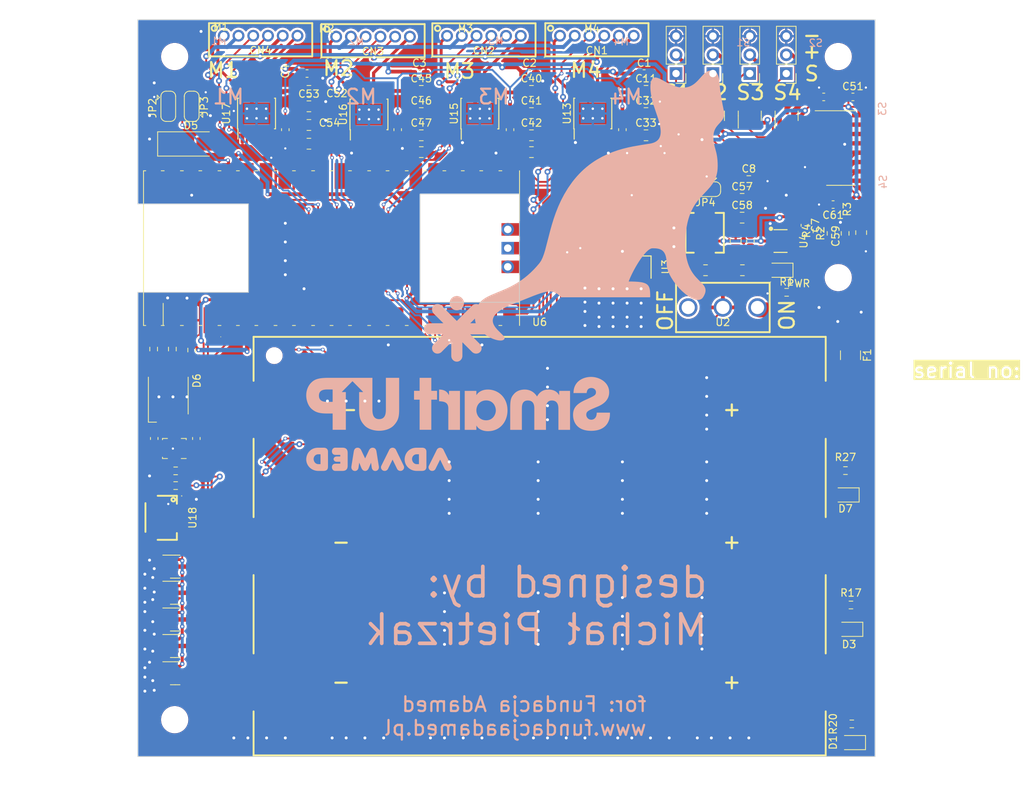
<source format=kicad_pcb>
(kicad_pcb (version 20221018) (generator pcbnew)
  (layers (0 "F.Cu" signal) (31 "B.Cu" signal) (34 "B.Paste" user) (35 "F.Paste" user) (36 "B.SilkS" user "B.Silkscreen") (37 "F.SilkS" user "F.Silkscreen") (38 "B.Mask" user) (39 "F.Mask" user) (44 "Edge.Cuts" user))
  (net 0 "")
  (net 1 "VCC")
  (net 2 "GND")
  (net 3 "/Untitled Sheet7/PWR")
  (net 4 "+5V")
  (net 5 "/Untitled Sheet4/PWR")
  (net 6 "Net-(M6-+)")
  (net 7 "Net-(M7-+)")
  (net 8 "Net-(M8-+)")
  (net 9 "Net-(D1-A)")
  (net 10 "Net-(D6-BA)")
  (net 11 "/ML1")
  (net 12 "/MR1")
  (net 13 "/ML3")
  (net 14 "/MR3")
  (net 15 "/ML4")
  (net 16 "/MR4")
  (net 17 "+3.3V")
  (net 18 "/Untitled Sheet7/PWM")
  (net 19 "/Untitled Sheet4/PWM")
  (net 21 "Net-(D5-K)")
  (net 22 "/ENCODER2")
  (net 23 "/ENCODER1")
  (net 24 "/ENCODER4")
  (net 25 "/ENCODER3")
  (net 26 "/ENCODER6")
  (net 27 "/ENCODER5")
  (net 28 "/ENCODER8")
  (net 29 "/ENCODER7")
  (net 30 "/PWM_CS")
  (net 31 "/PWM_CLK")
  (net 32 "Net-(U1-GPIO0)")
  (net 33 "/PWM_DATA")
  (net 34 "/ML2")
  (net 35 "/MR2")
  (net 37 "Net-(U1-GPIO28_ADC2)")
  (net 44 "Net-(U1-GPIO1)")
  (net 45 "Net-(U1-GPIO4)")
  (net 46 "Net-(D4-K)")
  (net 49 "Net-(D6-GA)")
  (net 50 "/SCL")
  (net 51 "/SDA")
  (net 52 "Net-(M5-+)")
  (net 53 "Net-(D6-RA)")
  (net 54 "Net-(U13-OUT1)")
  (net 55 "Net-(U13-OUT2)")
  (net 56 "Net-(U15-OUT1)")
  (net 57 "Net-(U15-OUT2)")
  (net 58 "Net-(U16-OUT1)")
  (net 59 "Net-(U16-OUT2)")
  (net 60 "Net-(U17-OUT1)")
  (net 61 "Net-(U17-OUT2)")
  (net 62 "Net-(D1-K)")
  (net 63 "Net-(D3-K)")
  (net 64 "Net-(D7-K)")
  (net 65 "Net-(D7-A)")
  (net 66 "Net-(F1-Pad2)")
  (net 67 "/Servo2/PWM")
  (net 68 "/Servo/PWM")
  (net 69 "/Servo2/PWR")
  (net 70 "/Servo/PWR")
  (net 74 "Linear 5V")
  (net 75 "Net-(U4-SW)")
  (net 76 "Net-(U4-VBST)")
  (net 77 "Net-(JP4-A)")
  (net 78 "ENC_PWR_G")
  (net 79 "ENC_PWR_P")
  (net 80 "1S")
  (net 81 "Net-(D5-A)")
  (net 82 "Net-(F1-Pad1)")
  (net 83 "Net-(U4-VFB)")
  (net 84 "Net-(U4-EN)")
  (footprint "Capacitor_SMD:C_0805_2012Metric_Pad1.18x1.45mm_HandSolder" (layer "F.Cu") (at 73.3915 37.973)
    (fp_text reference "C37" hide)
    (fp_text value "22u")
  )
  (footprint "Connector_PinHeader_2.54mm:PinHeader_1x03_P2.54mm_Vertical" (layer "F.Cu") (at 107.95 27.305 180)
    (fp_text reference "M8" hide)
    (fp_text value "Motor_Servo_JR")
  )
  (footprint "Capacitor_SMD:C_0603_1608Metric_Pad1.08x0.95mm_HandSolder" (layer "F.Cu") (at 94.615 36.83 180)
    (fp_text reference "C60")
    (fp_text value "100n")
  )
  (footprint "Resistor_SMD:R_0603_1608Metric_Pad0.98x0.95mm_HandSolder" (layer "F.Cu") (at 115.977474 81.195026 180)
    (fp_text reference "R27")
    (fp_text value "220")
  )
  (footprint "Jumper:SolderJumper-3_P1.3mm_Bridged12_RoundedPad1.0x1.5mm" (layer "F.Cu") (at 24.13 31.75 -90)
    (fp_text reference "JP2")
    (fp_text value "Jumper_3_Bridged12")
  )
  (footprint "Package_SO:SOP-16_3.9x9.9mm_P1.27mm" (layer "F.Cu") (at 115.365 37.412973)
    (fp_text reference "U10" hide)
    (fp_text value "74HCT595D")
  )
  (footprint "Jumper:SolderJumper-3_P1.3mm_Bridged12_RoundedPad1.0x1.5mm" (layer "F.Cu") (at 27.305 31.75 90)
    (fp_text reference "JP3")
    (fp_text value "Jumper_3_Bridged12")
  )
  (footprint "Capacitor_SMD:C_0805_2012Metric_Pad1.18x1.45mm_HandSolder" (layer "F.Cu") (at 102 54)
    (fp_text reference "C30" hide)
    (fp_text value "22u" hide)
  )
  (footprint "Capacitor_SMD:C_0603_1608Metric_Pad1.08x0.95mm_HandSolder" (layer "F.Cu") (at 70.485 34.925 -90)
    (fp_text reference "C26" hide)
    (fp_text value "100n")
  )
  (footprint "Jumper:SolderJumper-3_P1.3mm_Bridged12_RoundedPad1.0x1.5mm" (layer "F.Cu") (at 97 43 180)
    (fp_text reference "JP4")
    (fp_text value "Jumper_3_Bridged12")
  )
  (footprint "footprint:CONN-TH_B6B-PH-K-S" (layer "F.Cu") (at 51.902999 22.296973 180)
    (fp_text reference "CN3")
    (fp_text value "B6B-PH-K-S(LF)(SN)")
  )
  (footprint "Resistor_SMD:R_0603_1608Metric_Pad0.98x0.95mm_HandSolder" (layer "F.Cu") (at 91.315 45.155 180)
    (fp_text reference "R25" hide)
    (fp_text value "10k")
  )
  (footprint "Capacitor_SMD:C_0603_1608Metric_Pad1.08x0.95mm_HandSolder" (layer "F.Cu") (at 89.535 48.26 90)
    (fp_text reference "C6")
    (fp_text value "330n")
  )
  (footprint "Capacitor_SMD:C_0603_1608Metric_Pad1.08x0.95mm_HandSolder" (layer "F.Cu") (at 110.4735 47.905 -90)
    (fp_text reference "C7")
    (fp_text value "100n")
  )
  (footprint "Capacitor_SMD:C_0805_2012Metric_Pad1.18x1.45mm_HandSolder" (layer "F.Cu") (at 73.3915 35.687)
    (fp_text reference "C42")
    (fp_text value "22u")
  )
  (footprint "Resistor_SMD:R_0603_1608Metric_Pad0.98x0.95mm_HandSolder" (layer "F.Cu") (at 25.13 81.229763)
    (fp_text reference "R29" hide)
    (fp_text value "1k")
  )
  (footprint "Package_SO:Texas_HTSOP-8-1EP_3.9x4.9mm_P1.27mm_EP2.95x4.9mm_Mask2.4x3.1mm_ThermalVias" (layer "F.Cu") (at 36.101 32.728973 90)
    (fp_text reference "U17")
    (fp_text value "DRV8870DDA")
  )
  (footprint "Resistor_SMD:R_0603_1608Metric_Pad0.98x0.95mm_HandSolder" (layer "F.Cu") (at 116.723474 99.433026 180)
    (fp_text reference "R17")
    (fp_text value "220")
  )
  (footprint "Capacitor_SMD:C_0603_1608Metric_Pad1.08x0.95mm_HandSolder" (layer "F.Cu") (at 79.375 48.165 -90)
    (fp_text reference "C5")
    (fp_text value "100n")
  )
  (footprint "footprint:CONN-SMD_4P-P1.00_SM04B-SRSS-TB-LF-SN" (layer "F.Cu") (at 23.495 87.63 -90)
    (fp_text reference "U18")
    (fp_text value "SM04B-SRSS-TB_(LF)(SN)")
  )
  (footprint "footprint:IND-SMD_L5.4-W5.2_FXL0530" (layer "F.Cu") (at 96.8825 48.9185 90)
    (fp_text reference "U5")
    (fp_text value "FXL0530-4R7-M")
  )
  (footprint "Capacitor_SMD:C_0603_1608Metric_Pad1.08x0.95mm_HandSolder" (layer "F.Cu") (at 27.94 76.835 -90)
    (fp_text reference "C50" hide)
    (fp_text value "100n")
  )
  (footprint "footprint:CONN-TH_B6B-PH-K-S" (layer "F.Cu") (at 36.655 22.172973 180)
    (fp_text reference "CN4")
    (fp_text value "B6B-PH-K-S(LF)(SN)")
  )
  (footprint "Package_SO:Texas_HTSOP-8-1EP_3.9x4.9mm_P1.27mm_EP2.95x4.9mm_Mask2.4x3.1mm_ThermalVias" (layer "F.Cu") (at 51.349 32.852973 90)
    (fp_text reference "U16")
    (fp_text value "DRV8870DDA")
  )
  (footprint "Capacitor_SMD:C_0805_2012Metric_Pad1.18x1.45mm_HandSolder" (layer "F.Cu") (at 88.9265 29.667)
    (fp_text reference "C11")
    (fp_text value "22u")
  )
  (footprint "Capacitor_SMD:C_0603_1608Metric_Pad1.08x0.95mm_HandSolder" (layer "F.Cu") (at 113.03 30.48 180)
    (fp_text reference "C29" hide)
    (fp_text value "100n")
  )
  (footprint "Capacitor_SMD:C_0603_1608Metric_Pad1.08x0.95mm_HandSolder" (layer "F.Cu") (at 40.005 34.925 -90)
    (fp_text reference "C28" hide)
    (fp_text value "100n")
  )
  (footprint "Capacitor_SMD:C_0805_2012Metric_Pad1.18x1.45mm_HandSolder" (layer "F.Cu") (at 88.9265 37.973)
    (fp_text reference "C36" hide)
    (fp_text value "22u")
  )
  (footprint "Package_SO:Texas_HTSOP-8-1EP_3.9x4.9mm_P1.27mm_EP2.95x4.9mm_Mask2.4x3.1mm_ThermalVias" (layer "F.Cu") (at 81.709 32.728973 90)
    (fp_text reference "U13")
    (fp_text value "DRV8870DDA")
  )
  (footprint "MountingHole:MountingHole_3.2mm_M3" (layer "F.Cu") (at 25 115)
    (fp_text reference "H2" hide)
    (fp_text value "MountingHole")
  )
  (footprint "Capacitor_SMD:C_0603_1608Metric_Pad1.08x0.95mm_HandSolder" (layer "F.Cu") (at 42.9525 27.305)
    (fp_text reference "C4")
    (fp_text value "100n")
  )
  (footprint "Resistor_SMD:R_0603_1608Metric_Pad0.98x0.95mm_HandSolder" (layer "F.Cu") (at 27.305 64.835 90)
    (fp_text reference "R23" hide)
    (fp_text value "1k")
  )
  (footprint "Capacitor_SMD:C_0603_1608Metric_Pad1.08x0.95mm_HandSolder" (layer "F.Cu") (at 103.0875 50.0375 90)
    (fp_text reference "C14" hide)
    (fp_text value "100n")
  )
  (footprint "Package_TO_SOT_SMD:SOT-23" (layer "F.Cu") (at 25.0625 97.775)
    (fp_text reference "Q25" hide)
    (fp_text value "AO3400A")
  )
  (footprint "footprint:SOT-23-6_L2.9-W1.6-P0.95-LS2.8-BL" (layer "F.Cu") (at 107.1715 50.0375 -90)
    (fp_text reference "U4")
    (fp_text value "TPS562209DDCR")
  )
  (footprint "Capacitor_SMD:C_0603_1608Metric_Pad1.08x0.95mm_HandSolder" (layer "F.Cu") (at 58.1925 27.305)
    (fp_text reference "C3")
    (fp_text value "100n")
  )
  (footprint "Diode_SMD:D_0805_2012Metric_Pad1.15x1.40mm_HandSolder" (layer "F.Cu") (at 116.84 118.11 180)
    (fp_text reference "D1")
    (fp_text value "WRONG!")
  )
  (footprint "Connector_PinHeader_2.54mm:PinHeader_1x03_P2.54mm_Vertical" (layer "F.Cu") (at 98 27.305 180)
    (fp_text reference "M6" hide)
    (fp_text value "Motor_Servo_JR")
  )
  (footprint "Capacitor_SMD:C_0805_2012Metric_Pad1.18x1.45mm_HandSolder" (layer "F.Cu") (at 118.11 48.895 -90)
    (fp_text reference "C59")
    (fp_text value "22u")
  )
  (footprint "Package_TO_SOT_SMD:SOT-23" (layer "F.Cu") (at 93 33.042973 90)
    (fp_text reference "Q17" hide)
    (fp_text value "AO3401A")
  )
  (footprint "Capacitor_SMD:C_0805_2012Metric_Pad1.18x1.45mm_HandSolder" (layer "F.Cu") (at 43.2065 36.83)
    (fp_text reference "C39" hide)
    (fp_text value "22u")
  )
  (footprint "Capacitor_SMD:C_0603_1608Metric_Pad1.08x0.95mm_HandSolder" (layer "F.Cu") (at 85.725 34.925 -90)
    (fp_text reference "C25" hide)
    (fp_text value "100n")
  )
  (footprint "Connector_PinHeader_2.54mm:PinHeader_1x03_P2.54mm_Vertical" (layer "F.Cu") (at 93 27.305 180)
    (fp_text reference "M5" hide)
    (fp_text value "Motor_Servo_JR")
  )
  (footprint "Diode_SMD:D_0805_2012Metric_Pad1.15x1.40mm_HandSolder" (layer "F.Cu") (at 115.977474 84.497026 180)
    (fp_text reference "D7")
    (fp_text value "WRONG!")
  )
  (footprint "Diode_SMD:D_0805_2012Metric_Pad1.15x1.40mm_HandSolder" (layer "F.Cu") (at 116.469474 102.735026 180)
    (fp_text reference "D3")
    (fp_text value "WRONG!")
  )
  (footprint "Capacitor_SMD:C_0603_1608Metric_Pad1.08x0.95mm_HandSolder" (layer "F.Cu") (at 73.1375 27.305)
    (fp_text reference "C2")
    (fp_text value "100n")
  )
  (footprint "footprint:CONN-TH_B6B-PH-K-S" (layer "F.Cu") (at 66.942999 22.188973 180)
    (fp_text reference "CN2")
    (fp_text value "B6B-PH-K-S(LF)(SN)")
  )
  (footprint "Capacitor_SMD:C_0805_2012Metric_Pad1.18x1.45mm_HandSolder" (layer "F.Cu") (at 43.2065 34.29)
    (fp_text reference "C54")
    (fp_text value "22u")
  )
  (footprint "Fuse:Fuse_1210_3225Metric_Pad1.42x2.65mm_HandSolder" (layer "F.Cu") (at 116.662 65.532763 -90)
    (fp_text reference "F1")
    (fp_text value "DFN")
  )
  (footprint "Package_SO:Texas_HTSOP-8-1EP_3.9x4.9mm_P1.27mm_EP2.95x4.9mm_Mask2.4x3.1mm_ThermalVias" (layer "F.Cu") (at 66.389 32.744973 90)
    (fp_text reference "U15")
    (fp_text value "DRV8870DDA")
  )
  (footprint "MCU_RaspberryPi_and_Boards:RPi_Pico_SMD_TH" (layer "F.Cu") (at 46.275 51 90)
    (fp_text reference "U1" hide)
    (fp_text value "Pico")
  )
  (footprint "Capacitor_SMD:C_0805_2012Metric_Pad1.18x1.45mm_HandSolder" (layer "F.Cu") (at 97 54 180)
    (fp_text reference "C13" hide)
    (fp_text value "22u")
  )
  (footprint "Capacitor_SMD:C_0805_2012Metric_Pad1.18x1.45mm_HandSolder" (layer "F.Cu") (at 58.4465 35.687)
    (fp_text reference "C47")
    (fp_text value "22u")
  )
  (footprint "Resistor_SMD:R_0603_1608Metric_Pad0.98x0.95mm_HandSolder" (layer "F.Cu") (at 116.84 115.57 180)
    (fp_text reference "R20")
    (fp_text value "220")
  )
  (footprint "Capacitor_SMD:C_0805_2012Metric_Pad1.18x1.45mm_HandSolder" (layer "F.Cu") (at 58.4465 37.973)
    (fp_text reference "C38" hide)
    (fp_text value "22u")
  )
  (footprint "Capacitor_SMD:C_0805_2012Metric_Pad1.18x1.45mm_HandSolder" (layer "F.Cu") (at 58.4465 29.667)
    (fp_text reference "C45")
    (fp_text value "22u")
  )
  (footprint "Capacitor_SMD:C_0805_2012Metric_Pad1.18x1.45mm_HandSolder" (layer "F.Cu") (at 58.4465 32.676999)
    (fp_text reference "C46")
    (fp_text value "22u")
  )
  (footprint "Resistor_SMD:R_0603_1608Metric_Pad0.98x0.95mm_HandSolder" (layer "F.Cu") (at 112.1225 48.664 90)
    (fp_text reference "R4")
    (fp_text value "10k")
  )
  (footprint "Resistor_SMD:R_0603_1608Metric_Pad0.98x0.95mm_HandSolder" (layer "F.Cu") (at 87.74 45.155)
    (fp_text reference "R26" hide)
    (fp_text value "33k")
  )
  (footprint "Resistor_SMD:R_0603_1608Metric_Pad0.98x0.95mm_HandSolder" (layer "F.Cu") (at 25.13 83.229763)
    (fp_text reference "R30" hide)
    (fp_text value "1k")
  )
  (footprint "Resistor_SMD:R_0603_1608Metric_Pad0.98x0.95mm_HandSolder" (layer "F.Cu") (at 22.145 64.6975 90)
    (fp_text reference "R21" hide)
    (fp_text value "1k")
  )
  (footprint "Capacitor_SMD:C_0805_2012Metric_Pad1.18x1.45mm_HandSolder" (layer "F.Cu") (at 101.9625 46.8635)
    (fp_text reference "C58")
    (fp_text value "22u")
  )
  (footprint "Capacitor_SMD:C_0603_1608Metric_Pad1.08x0.95mm_HandSolder" (layer "F.Cu") (at 88.6725 27.305)
    (fp_text reference "C1")
    (fp_text value "100n")
  )
  (footprint "Package_TO_SOT_SMD:SOT-23" (layer "F.Cu") (at 25.0625 94.225)
    (fp_text reference "Q24" hide)
    (fp_text value "AO3400A")
  )
  (footprint "MountingHole:MountingHole_3.2mm_M3" (layer "F.Cu") (at 115 25)
    (fp_text reference "H1" hide)
    (fp_text value "MountingHole")
  )
  (footprint "Connector_PinHeader_2.54mm:PinHeader_1x03_P2.54mm_Vertical" (layer "F.Cu") (at 103 27.305 180)
    (fp_text reference "M7" hide)
    (fp_text value "Motor_Servo_JR")
  )
  (footprint "Capacitor_SMD:C_0805_2012Metric_Pad1.18x1.45mm_HandSolder" (layer "F.Cu") (at 91.44 43.18)
    (fp_text reference "C15" hide)
    (fp_text value "22u" hide)
  )
  (footprint "Diode_SMD:D_SMA_Handsoldering" (layer "F.Cu") (at 27.2 36.86)
    (fp_text reference "D5")
    (fp_text value "C145232")
  )
  (footprint "footprint:SW-TH_SS-12D10L5" (layer "F.Cu") (at 99.35 59.055 180)
    (fp_text reference "U2")
    (fp_text value "SS-12D10L5")
  )
  (footprint "footprint:BAT-SMD_BH-18650-B5BA016" (layer "F.Cu") (at 74.499987 91.44)
    (fp_text reference "U6")
    (fp_text value "BH-18650-B5BA016")
  )
  (footprint "Package_LGA:LGA-14_3x2.5mm_P0.5mm_LayoutBorder3x4y" (layer "F.Cu") (at 24.955 78.192263 180)
    (fp_text reference "U12" hide)
    (fp_text value "C967633")
  )
  (footprint "Jumper:SolderJumper-3_P1.3mm_Bridged12_RoundedPad1.0x1.5mm" (layer "F.Cu") (at 82 43.815 180)
    (fp_text reference "JP1")
    (fp_text value "Jumper_3_Bridged12")
  )
  (footprint "Capacitor_SMD:C_0603_1608Metric_Pad1.08x0.95mm_HandSolder" (layer "F.Cu") (at 114.3 45.085 180)
    (fp_text reference "C61")
    (fp_text value "100n")
  )
  (footprint "Capacitor_SMD:C_0805_2012Metric_Pad1.18x1.45mm_HandSolder" (layer "F.Cu") (at 102.87 41.91)
    (fp_text reference "C8")
    (fp_text value "22u")
  )
  (footprint "Capacitor_SMD:C_0603_1608Metric_Pad1.08x0.95mm_HandSolder" (layer "F.Cu") (at 55.245 34.925 -90)
    (fp_text reference "C27" hide)
    (fp_text value "100n")
  )
  (footprint "Package_TO_SOT_SMD:SOT-23" (layer "F.Cu") (at 25.0625 101.4)
    (fp_text reference "Q22" hide)
    (fp_text value "AO3400A")
  )
  (footprint "Capacitor_SMD:C_0805_2012Metric_Pad1.18x1.45mm_HandSolder" (layer "F.Cu") (at 43.2065 29.667)
    (fp_text reference "C52")
    (fp_text value "22u")
  )
  (footprint "Capacitor_SMD:C_0603_1608Metric_Pad1.08x0.95mm_HandSolder" (layer "F.Cu") (at 22.225 76.835 90)
    (fp_text reference "C16" hide)
    (fp_text value "100n")
  )
  (footprint "footprint:CONN-TH_B6B-PH-K-S" (layer "F.Cu") (at 82.262999 22.172973 180)
    (fp_text reference "CN1")
    (fp_text value "B6B-PH-K-S(LF)(SN)")
  )
  (footprint "Resistor_SMD:R_0603_1608Metric_Pad0.98x0.95mm_HandSolder" (layer "F.Cu") (at 115.9325 49 -90)
    (fp_text reference "R3")
    (fp_text value "10k")
  )
  (footprint "Capacitor_SMD:C_0805_2012Metric_Pad1.18x1.45mm_HandSolder" (layer "F.Cu") (at 101.0875 50.0375 90)
    (fp_text reference "C31" hide)
    (fp_text value "22u" hide)
  )
  (footprint "Capacitor_SMD:C_0805_2012Metric_Pad1.18x1.45mm_HandSolder" (layer "F.Cu") (at 101.9625 44.3235)
    (fp_text reference "C57")
    (fp_text value "22u")
  )
  (footprint "Package_TO_SOT_SMD:SOT-23" (layer "F.Cu") (at 98 33.042973 90)
    (fp_text reference "Q18" hide)
    (fp_text value "AO3401A")
  )
  (footprint "Package_TO_SOT_SMD:SOT-23" (layer "F.Cu") (at 25.0625 108.7)
    (fp_text reference "Q23" hide)
    (fp_text value "AO3400A")
  )
  (footprint "MountingHole:MountingHole_3.2mm_M3" (layer "F.Cu") (at 25 25)
    (fp_text reference "H4" hide)
    (fp_text value "MountingHole")
  )
  (footprint "Capacitor_SMD:C_0805_2012Metric_Pad1.18x1.45mm_HandSolder" (layer "F.Cu") (at 43.2065 31.75)
    (fp_text reference "C53")
    (fp_text value "22u")
  )
  (footprint "Diode_SMD:D_0805_2012Metric_Pad1.15x1.40mm_HandSolder" (layer "F.Cu") (at 107 54 180)
    (fp_text reference "D4" hide)
    (fp_text value "PWR")
  )
  (footprint "Capacitor_SMD:C_0805_2012Metric_Pad1.18x1.45mm_HandSolder" (layer "F.Cu") (at 88.9265 32.676999)
    (fp_text reference "C32")
    (fp_text value "22u")
  )
  (footprint "Package_TO_SOT_SMD:SOT-23" (layer "F.Cu") (at 108 33.042973 90)
    (fp_text reference "Q20" hide)
    (fp_text value "AO3401A")
  )
  (footprint "MountingHole:MountingHole_3.2mm_M3" (layer "F.Cu") (at 115 55)
    (fp_text reference "H3" hide)
    (fp_text value "MountingHole")
  )
  (footprint "Capacitor_SMD:C_0805_2012Metric_Pad1.18x1.45mm_HandSolder" (layer "F.Cu") (at 73.3915 32.676999)
    (fp_text reference "C41")
    (fp_text value "22u")
  )
  (footprint "Capacitor_SMD:C_0805_2012Metric_Pad1.18x1.45mm_HandSolder" (layer "F.Cu") (at 73.3915 29.667)
    (fp_text reference "C40")
    (fp_text value "22u")
  )
  (footprint "Capacitor_SMD:C_0603_1608Metric_Pad1.08x0.95mm_HandSolder" (layer "F.Cu") (at 116.9895 30.48)
    (fp_text reference "C51")
    (fp_text value "100n")
  )
  (footprint "Package_TO_SOT_SMD:SOT-23" (layer "F.Cu") (at 25.0625 105)
    (fp_text reference "Q21" hide)
    (fp_text value "AO3400A")
  )
  (footprint "Package_TO_SOT_SMD:SOT-23" (layer "F.Cu") (at 103 33.042973 90)
    (fp_text reference "Q19" hide)
    (fp_text value "AO3401A")
  )
  (footprint "Resistor_SMD:R_0603_1608Metric_Pad0.98x0.95mm_HandSolder" (layer "F.Cu") (at 108 57)
    (fp_text reference "R1")
    (fp_text value "1k")
  )
  (footprint "Capacitor_SMD:C_0805_2012Metric_Pad1.18x1.45mm_HandSolder" (layer "F.Cu") (at 88.9265 35.687)
    (fp_text reference "C33")
    (fp_text value "22u")
  )
  (footprint "Resistor_SMD:R_0603_1608Metric_Pad0.98x0.95mm_HandSolder" (layer "F.Cu") (at 114.0275 49 90)
    (fp_text reference "R2")
    (fp_text value "56k")
  )
  (footprint "footprint:TO-263-2_L10.0-W9.1-P5.08-LS15.2-TL" (layer "F.Cu") (at 84.455 53.544609 -90)
    (fp_text reference "U3")
    (fp_text value "L7805CD2T-TR")
  )
  (footprint "LED_SMD:LED_RGB_5050-6" (layer "F.Cu") (at 24.13 71.015 90)
    (fp_text reference "D6")
    (fp_text value "C2843868")
  )
  (footprint "Resistor_SMD:R_0603_1608Metric_Pad0.98x0.95mm_HandSolder" (layer "F.Cu") (at 24.685 64.6975 90)
    (fp_text reference "R22" hide)
    (fp_text value "1k")
  )
  (gr_poly (pts (xy 58.624841 78.090111) (xy 58.676014 78.094923) (xy 58.726608 78.10316) (xy 58.776207 78.115) (xy 58.800503 78.122327) (xy 58.824393 78.130622) (xy 58.847826 78.139906) (xy 58.870749 78.150202) (xy 58.893111 78.161533) (xy 58.914858 78.17392) (xy 58.93594 78.187385) (xy 58.956303 78.201952) (xy 58.975895 78.217641) (xy 58.994665 78.234476) (xy 59.01256 78.252478) (xy 59.029529 78.271671) (xy 59.045518 78.292075) (xy 59.060475 78.313714) (xy 59.07435 78.336609) (xy 59.087089 78.360783) (xy 59.09864 78.386258) (xy 59.108951 78.413056) (xy 59.11797 78.441199) (xy 59.125644 78.470711) (xy 59.131923 78.501612) (xy 59.136752 78.533925) (xy 59.140081 78.567673) (xy 59.141857 78.602877) (xy 59.141857 80.669504) (xy 59.14124 80.705802) (xy 59.139386 80.740793) (xy 59.136297 80.774487) (xy 59.131972 80.806896) (xy 59.12641 80.83803) (xy 59.119611 80.867899) (xy 59.111575 80.896515) (xy 59.102301 80.923888) (xy 59.09179 80.950029) (xy 59.080041 80.974949) (xy 59.067053 80.998658) (xy 59.052827 81.021167) (xy 59.037362 81.042487) (xy 59.020658 81.062628) (xy 59.002714 81.081602) (xy 58.983531 81.099418) (xy 58.963107 81.116089) (xy 58.941443 81.131623) (xy 58.918538 81.146033) (xy 58.894392 81.159329) (xy 58.869005 81.171521) (xy 58.842376 81.18262) (xy 58.814506 81.192638) (xy 58.785393 81.201584) (xy 58.755038 81.209469) (xy 58.72344 81.216305) (xy 58.656514 81.22687) (xy 58.584613 81.233364) (xy 58.507736 81.235873) (xy 57.825764 81.234478) (xy 57.743737 81.232662) (xy 57.662639 81.227092) (xy 57.582575 81.217844) (xy 57.503654 81.204997) (xy 57.42598 81.188626) (xy 57.349661 81.168808) (xy 57.274803 81.145622) (xy 57.201513 81.119144) (xy 57.129897 81.089451) (xy 57.060062 81.056621) (xy 56.992115 81.020729) (xy 56.926161 80.981854) (xy 56.862308 80.940072) (xy 56.800662 80.895461) (xy 56.741329 80.848098) (xy 56.684416 80.798059) (xy 56.63003 80.745422) (xy 56.578277 80.690264) (xy 56.529264 80.632662) (xy 56.483097 80.572693) (xy 56.439883 80.510434) (xy 56.399728 80.445962) (xy 56.362739 80.379354) (xy 56.329022 80.310688) (xy 56.298684 80.24004) (xy 56.271832 80.167488) (xy 56.248571 80.093108) (xy 56.229009 80.016978) (xy 56.213253 79.939174) (xy 56.201407 79.859775) (xy 56.19358 79.778856) (xy 56.189878 79.696496) (xy 56.192102 79.611976) (xy 57.193506 79.611976) (xy 57.195873 79.6695) (xy 57.202996 79.728263) (xy 57.214901 79.787615) (xy 57.231619 79.846908) (xy 57.253178 79.905492) (xy 57.265782 79.934315) (xy 57.279607 79.962718) (xy 57.294657 79.990619) (xy 57.310934 80.017937) (xy 57.328444 80.04459) (xy 57.34719 80.070499) (xy 57.367174 80.095581) (xy 57.388401 80.119756) (xy 57.410874 80.142942) (xy 57.434598 80.165058) (xy 57.459574 80.186023) (xy 57.485808 80.205755) (xy 57.513303 80.224175) (xy 57.542062 80.2412) (xy 57.572088 80.256749) (xy 57.603387 80.270742) (xy 57.63596 80.283097) (xy 57.669812 80.293732) (xy 57.704946 80.302568) (xy 57.741367 80.309522) (xy 57.779077 80.314513) (xy 57.81808 80.317461) (xy 58.127284 80.317461) (xy 58.127284 78.977156) (xy 57.828442 78.977156) (xy 57.789397 78.979001) (xy 57.751648 78.982617) (xy 57.71519 78.987944) (xy 57.680015 78.994921) (xy 57.64612 79.003487) (xy 57.613497 79.01358) (xy 57.582142 79.025139) (xy 57.552049 79.038103) (xy 57.523211 79.052412) (xy 57.495624 79.068004) (xy 57.469281 79.084817) (xy 57.444177 79.102792) (xy 57.420306 79.121866) (xy 57.397663 79.141979) (xy 57.376242 79.163069) (xy 57.356037 79.185076) (xy 57.337042 79.207939) (xy 57.319252 79.231595) (xy 57.302661 79.255985) (xy 57.287264 79.281047) (xy 57.273054 79.30672) (xy 57.260026 79.332943) (xy 57.237494 79.386794) (xy 57.219621 79.442112) (xy 57.206362 79.498407) (xy 57.197672 79.555192) (xy 57.193506 79.611976) (xy 56.192102 79.611976) (xy 56.193582 79.55572) (xy 56.210293 79.413354) (xy 56.240026 79.270888) (xy 56.282799 79.129815) (xy 56.30908 79.060266) (xy 56.338627 78.991625) (xy 56.371442 78.924078) (xy 56.407526 78.857812) (xy 56.446883 78.793012) (xy 56.489513 78.729866) (xy 56.53542 78.66856) (xy 56.584604 78.60928) (xy 56.637068 78.552212) (xy 56.692815 78.497545) (xy 56.751845 78.445462) (xy 56.814162 78.396153) (xy 56.879767 78.349801) (xy 56.948661 78.306595) (xy 57.020848 78.266721) (xy 57.09633 78.230365) (xy 57.175107 78.197714) (xy 57.257183 78.168953) (xy 57.342558 78.14427) (xy 57.431237 78.123851) (xy 57.523219 78.107883) (xy 57.618508 78.096552) (xy 57.717105 78.090044) (xy 57.819012 78.088546) (xy 58.573508 78.088546)) (fill solid) (layer "B.SilkS"))
  (gr_poly (pts (xy 54.581917 78.088286) (xy 54.600647 78.089608) (xy 54.61936 78.091605) (xy 54.638043 78.094296) (xy 54.656682 78.097703) (xy 54.675263 78.101845) (xy 54.693773 78.106742) (xy 54.712198 78.112416) (xy 54.713599 78.112416) (xy 54.713687 78.112474) (xy 54.713774 78.112531) (xy 54.713861 78.11259) (xy 54.713945 78.112648) (xy 54.737255 78.120901) (xy 54.760133 78.130238) (xy 54.782534 78.140647) (xy 54.804412 78.152111) (xy 54.82572 78.164617) (xy 54.846413 78.178151) (xy 54.866443 78.192697) (xy 54.885765 78.208241) (xy 54.904333 78.224769) (xy 54.922099 78.242266) (xy 54.939019 78.260717) (xy 54.955046 78.280109) (xy 54.970133 78.300427) (xy 54.984235 78.321655) (xy 54.997305 78.34378) (xy 55.009297 78.366787) (xy 56.065429 80.537375) (xy 56.075881 80.560304) (xy 56.085027 80.583486) (xy 56.092881 80.606881) (xy 56.09946 80.630445) (xy 56.104779 80.654137) (xy 56.108853 80.677915) (xy 56.111697 80.701738) (xy 56.113327 80.725563) (xy 56.113759 80.749349) (xy 56.113008 80.773053) (xy 56.11109 80.796635) (xy 56.108019 80.820051) (xy 56.103811 80.843261) (xy 56.098482 80.866222) (xy 56.092047 80.888892) (xy 56.084522 80.911231) (xy 56.075921 80.933195) (xy 56.066261 80.954743) (xy 56.055557 80.975834) (xy 56.043824 80.996424) (xy 56.031077 81.016474) (xy 56.017333 81.03594) (xy 56.002607 81.05478) (xy 55.986913 81.072954) (xy 55.970268 81.090419) (xy 55.952686 81.107133) (xy 55.934184 81.123054) (xy 55.914777 81.138141) (xy 55.894479 81.152352) (xy 55.873308 81.165644) (xy 55.851277 81.177977) (xy 55.828403 81.189308) (xy 55.804971 81.199513) (xy 55.781284 81.20844) (xy 55.757384 81.216104) (xy 55.733315 81.222522) (xy 55.709118 81.227707) (xy 55.684836 81.231676) (xy 55.660512 81.234442) (xy 55.636187 81.236022) (xy 55.611905 81.236431) (xy 55.587708 81.235683) (xy 55.563638 81.233794) (xy 55.539738 81.230778) (xy 55.516051 81.226652) (xy 55.492619 81.22143) (xy 55.469483 81.215127) (xy 55.446688 81.207758) (xy 55.424275 81.199339) (xy 55.402287 81.189885) (xy 55.380766 81.17941) (xy 55.359755 81.16793) (xy 55.339296 81.155461) (xy 55.319432 81.142016) (xy 55.300205 81.127612) (xy 55.281658 81.112264) (xy 55.263833 81.095986) (xy 55.246773 81.078794) (xy 55.23052 81.060703) (xy 55.215117 81.041727) (xy 55.200606 81.021883) (xy 55.187029 81.001185) (xy 55.17443 80.979649) (xy 55.16285 80.957289) (xy 54.552244 79.703364) (xy 53.928602 80.96055) (xy 53.91684 80.982798) (xy 53.904067 81.004218) (xy 53.890323 81.024794) (xy 53.875653 81.044512) (xy 53.860098 81.063356) (xy 53.843702 81.081313) (xy 53.826506 81.098367) (xy 53.808553 81.114503) (xy 53.789887 81.129707) (xy 53.770548 81.143964) (xy 53.750581 81.157258) (xy 53.730027 81.169575) (xy 53.708929 81.180901) (xy 53.68733 81.19122) (xy 53.665271 81.200517) (xy 53.642797 81.208778) (xy 53.619948 81.215988) (xy 53.596769 81.222132) (xy 53.5733 81.227195) (xy 53.549586 81.231163) (xy 53.525668 81.23402) (xy 53.501588 81.235751) (xy 53.477391 81.236343) (xy 53.453117 81.235779) (xy 53.42881 81.234046) (xy 53.404512 81.231128) (xy 53.380266 81.22701) (xy 53.356114 81.221678) (xy 53.332098 81.215117) (xy 53.308262 81.207312) (xy 53.284648 81.198248) (xy 53.261299 81.187911) (xy 53.238527 81.176397) (xy 53.216607 81.163886) (xy 53.195553 81.150421) (xy 53.17538 81.136043) (xy 53.156103 81.120795) (xy 53.137738 81.104718) (xy 53.120299 81.087855) (xy 53.103801 81.070249) (xy 53.088259 81.05194) (xy 53.073688 81.032972) (xy 53.060104 81.013386) (xy 53.04752 80.993225) (xy 53.035953 80.97253) (xy 53.025417 80.951344) (xy 53.015927 80.929708) (xy 53.007498 80.907666) (xy 53.000145 80.885258) (xy 52.993883 80.862528) (xy 52.988727 80.839517) (xy 52.984692 80.816268) (xy 52.981793 80.792822) (xy 52.980045 80.769222) (xy 52.979463 80.745509) (xy 52.980062 80.721727) (xy 52.981857 80.697917) (xy 52.984863 80.67412) (xy 52.989095 80.65038) (xy 52.994567 80.626739) (xy 53.001296 80.603237) (xy 53.009296 80.579919) (xy 53.018581 80.556825) (xy 53.029167 80.533998) (xy 54.105673 78.363643) (xy 54.117382 78.341422) (xy 54.130087 78.320042) (xy 54.143746 78.299513) (xy 54.158319 78.27985) (xy 54.173764 78.261065) (xy 54.190041 78.24317) (xy 54.207108 78.226179) (xy 54.224925 78.210104) (xy 54.243449 78.194958) (xy 54.26264 78.180753) (xy 54.282457 78.167504) (xy 54.302859 78.155222) (xy 54.323805 78.14392) (xy 54.345253 78.133612) (xy 54.367162 78.124309) (xy 54.389492 78.116024) (xy 54.390425 78.11579) (xy 54.396596 78.113814) (xy 54.416254 78.10764) (xy 54.436009 78.102304) (xy 54.455837 78.097799) (xy 54.475715 78.094123) (xy 54.495621 78.09127) (xy 54.515531 78.089238) (xy 54.535422 78.088022) (xy 54.555271 78.087617) (xy 54.563184 78.087617)) (fill solid) (layer "B.SilkS"))
  (gr_poly (pts (xy 63.693282 70.373502) (xy 63.693279 70.373502) (xy 63.693279 70.3735)) (fill solid) (layer "B.SilkS"))
  (gr_poly (pts (xy 81.57287 68.479157) (xy 81.684266 68.485739) (xy 81.795768 68.496666) (xy 81.907124 68.511907) (xy 82.018077 68.531428) (xy 82.128373 68.555195) (xy 82.237756 68.583176) (xy 82.345973 68.615336) (xy 82.452767 68.651642) (xy 82.557885 68.692062) (xy 82.66107 68.736561) (xy 82.762069 68.785106) (xy 82.860626 68.837664) (xy 82.956486 68.894201) (xy 83.049395 68.954684) (xy 83.139097 69.01908) (xy 83.225338 69.087356) (xy 83.307862 69.159477) (xy 83.386415 69.23541) (xy 83.460742 69.315123) (xy 83.530588 69.398582) (xy 83.595697 69.485752) (xy 83.655816 69.576602) (xy 83.710688 69.671098) (xy 83.76006 69.769205) (xy 83.803676 69.870892) (xy 83.841281 69.976123) (xy 83.87262 70.084867) (xy 83.897439 70.19709) (xy 83.915483 70.312758) (xy 83.926496 70.431837) (xy 83.930223 70.554296) (xy 83.926681 70.676085) (xy 83.916295 70.793116) (xy 83.899423 70.905485) (xy 83.876426 71.01329) (xy 83.847663 71.116629) (xy 83.813493 71.215599) (xy 83.774276 71.310297) (xy 83.730372 71.400821) (xy 83.68214 71.48727) (xy 83.629939 71.569739) (xy 83.574128 71.648328) (xy 83.515068 71.723133) (xy 83.453118 71.794252) (xy 83.388637 71.861782) (xy 83.321985 71.925822) (xy 83.253522 71.986469) (xy 83.112597 72.097972) (xy 82.968739 72.197073) (xy 82.824824 72.284553) (xy 82.683727 72.361191) (xy 82.548325 72.427768) (xy 82.421494 72.485065) (xy 82.205045 72.574941) (xy 81.833795 72.731757) (xy 81.674162 72.800658) (xy 81.530888 72.864576) (xy 81.403248 72.92453) (xy 81.290516 72.981535) (xy 81.239513 73.00925) (xy 81.191965 73.036609) (xy 81.147781 73.063739) (xy 81.10687 73.090768) (xy 81.069142 73.117822) (xy 81.034506 73.14503) (xy 81.00287 73.172517) (xy 80.974145 73.20041) (xy 80.948239 73.228838) (xy 80.925062 73.257927) (xy 80.904523 73.287805) (xy 80.886531 73.318597) (xy 80.870996 73.350432) (xy 80.857826 73.383437) (xy 80.846932 73.417739) (xy 80.838222 73.453464) (xy 80.831605 73.49074) (xy 80.826991 73.529694) (xy 80.82429 73.570454) (xy 80.823409 73.613145) (xy 80.82416 73.643611) (xy 80.826402 73.674171) (xy 80.83012 73.704755) (xy 80.835297 73.735295) (xy 80.841919 73.765719) (xy 80.849969 73.79596) (xy 80.859433 73.825946) (xy 80.870294 73.855609) (xy 80.882537 73.884879) (xy 80.896146 73.913686) (xy 80.911106 73.941961) (xy 80.927401 73.969635) (xy 80.945015 73.996636) (xy 80.963932 74.022897) (xy 80.984138 74.048347) (xy 81.005616 74.072916) (xy 81.028351 74.096536) (xy 81.052327 74.119136) (xy 81.077529 74.140648) (xy 81.103941 74.161) (xy 81.131547 74.180125) (xy 81.160331 74.197951) (xy 81.190279 74.21441) (xy 81.221374 74.229432) (xy 81.253601 74.242948) (xy 81.286944 74.254887) (xy 81.321388 74.26518) (xy 81.356917 74.273758) (xy 81.393515 74.280551) (xy 81.431166 74.285489) (xy 81.469856 74.288503) (xy 81.509568 74.289523) (xy 81.555507 74.287724) (xy 81.606777 74.281804) (xy 81.662232 74.27098) (xy 81.720729 74.254467) (xy 81.781123 74.231483) (xy 81.842269 74.201242) (xy 81.903023 74.162962) (xy 81.932896 74.140563) (xy 81.962241 74.115859) (xy 81.990917 74.088754) (xy 82.018779 74.059149) (xy 82.045684 74.026946) (xy 82.071491 73.992048) (xy 82.096054 73.954356) (xy 82.119233 73.913772) (xy 82.140883 73.870198) (xy 82.160861 73.823538) (xy 82.179025 73.773691) (xy 82.195231 73.720561) (xy 82.209336 73.66405) (xy 82.221197 73.604059) (xy 82.230672 73.54049) (xy 82.237617 73.473247) (xy 82.241888 73.402229) (xy 82.243344 73.327341) (xy 84.034529 73.327341) (xy 84.034529 73.556449) (xy 84.028361 73.730776) (xy 84.008852 73.912566) (xy 83.974495 74.099236) (xy 83.923781 74.288204) (xy 83.855204 74.476891) (xy 83.767256 74.662714) (xy 83.715546 74.753744) (xy 83.658429 74.843091) (xy 83.595715 74.930431) (xy 83.527216 75.015441) (xy 83.452743 75.097799) (xy 83.372109 75.177183) (xy 83.285125 75.253269) (xy 83.191602 75.325734) (xy 83.091351 75.394257) (xy 82.984186 75.458515) (xy 82.869916 75.518184) (xy 82.748353 75.572942) (xy 82.61931 75.622466) (xy 82.482597 75.666435) (xy 82.338027 75.704524) (xy 82.18541 75.736411) (xy 82.024559 75.761774) (xy 81.855285 75.78029) (xy 81.677399 75.791636) (xy 81.490713 75.79549) (xy 81.319306 75.792206) (xy 81.155255 75.782506) (xy 80.998436 75.766616) (xy 80.848722 75.744763) (xy 80.705988 75.717174) (xy 80.570109 75.684075) (xy 80.440958 75.645694) (xy 80.31841 75.602257) (xy 80.20234 75.55399) (xy 80.092621 75.501122) (xy 79.989129 75.443877) (xy 79.891738 75.382484) (xy 79.800322 75.317169) (xy 79.714755 75.248158) (xy 79.634913 75.175679) (xy 79.560668 75.099959) (xy 79.491897 75.021223) (xy 79.428472 74.939699) (xy 79.370269 74.855613) (xy 79.317162 74.769193) (xy 79.269025 74.680665) (xy 79.225733 74.590256) (xy 79.18716 74.498192) (xy 79.153181 74.404701) (xy 79.12367 74.310008) (xy 79.098501 74.214342) (xy 79.060687 74.020994) (xy 79.038736 73.826471) (xy 79.031642 73.632587) (xy 79.035712 73.48127) (xy 79.048553 73.334603) (xy 79.071113 73.192307) (xy 79.104343 73.0541) (xy 79.14919 72.919703) (xy 79.176266 72.853845) (xy 79.206602 72.788835) (xy 79.240317 72.724637) (xy 79.27753 72.661216) (xy 79.318358 72.598538) (xy 79.36292 72.536567) (xy 79.411336 72.475268) (xy 79.463723 72.414606) (xy 79.520201 72.354547) (xy 79.580887 72.295055) (xy 79.6459 72.236095) (xy 79.71536 72.177632) (xy 79.86809 72.062057) (xy 80.040028 71.94805) (xy 80.232121 71.835332) (xy 80.445318 71.723621) (xy 80.680567 71.612639) (xy 81.107001 71.419289) (xy 81.285623 71.336699) (xy 81.44291 71.261898) (xy 81.580161 71.193687) (xy 81.641678 71.161679) (xy 81.698672 71.130867) (xy 81.751306 71.101104) (xy 81.799741 71.072238) (xy 81.84414 71.04412) (xy 81.884664 71.0166) (xy 81.921476 70.989527) (xy 81.954738 70.962753) (xy 81.984612 70.936126) (xy 82.011261 70.909497) (xy 82.034846 70.882717) (xy 82.055529 70.855634) (xy 82.073473 70.828099) (xy 82.08884 70.799962) (xy 82.101792 70.771074) (xy 82.112491 70.741283) (xy 82.121099 70.710441) (xy 82.127778 70.678397) (xy 82.132691 70.645001) (xy 82.136 70.610104) (xy 82.137866 70.573555) (xy 82.138452 70.535204) (xy 82.137567 70.504264) (xy 82.134948 70.474017) (xy 82.13065 70.44448) (xy 82.124727 70.415675) (xy 82.117232 70.387618) (xy 82.10822 70.36033) (xy 82.097746 70.333829) (xy 82.085862 70.308134) (xy 82.072625 70.283265) (xy 82.058086 70.25924) (xy 82.042302 70.236079) (xy 82.025325 70.2138) (xy 82.007211 70.192422) (xy 81.988013 70.171965) (xy 81.967786 70.152447) (xy 81.946583 70.133888) (xy 81.924458 70.116306) (xy 81.901467 70.099721) (xy 81.877663 70.084151) (xy 81.8531 70.069616) (xy 81.827833 70.056134) (xy 81.801915 70.043725) (xy 81.748345 70.0222) (xy 81.692823 70.005194) (xy 81.635783 69.992859) (xy 81.606829 69.98849) (xy 81.577658 69.985346) (xy 81.548324 69.983446) (xy 81.518881 69.982808) (xy 81.468509 69.9841) (xy 81.420952 69.987897) (xy 81.376123 69.994077) (xy 81.333934 70.002521) (xy 81.2943 70.013108) (xy 81.257132 70.025717) (xy 81.222344 70.040227) (xy 81.189848 70.056519) (xy 81.159556 70.074472) (xy 81.131383 70.093965) (xy 81.10524 70.114878) (xy 81.081041 70.13709) (xy 81.058697 70.160482) (xy 81.038123 70.184931) (xy 81.019231 70.210318) (xy 81.001934 70.236522) (xy 80.986144 70.263424) (xy 80.971774 70.290901) (xy 80.946947 70.347103) (xy 80.926755 70.404164) (xy 80.9105 70.461121) (xy 80.897486 70.517008) (xy 80.887014 70.570862) (xy 80.870908 70.668617) (xy 80.870908 70.668619) (xy 79.088802 70.668619) (xy 79.097229 70.515178) (xy 79.110995 70.354987) (xy 79.121275 70.272503) (xy 79.134564 70.188502) (xy 79.15142 70.103041) (xy 79.172402 70.016177) (xy 79.198068 69.927966) (xy 79.228975 69.838465) (xy 79.265682 69.747731) (xy 79.308747 69.655821) (xy 79.358728 69.562792) (xy 79.416183 69.4687) (xy 79.481671 69.373602) (xy 79.55575 69.277555) (xy 79.644929 69.179104) (xy 79.740512 69.087296) (xy 79.841982 69.00209) (xy 79.948822 68.923446) (xy 80.060516 68.851323) (xy 80.176548 68.785683) (xy 80.296401 68.726484) (xy 80.419559 68.673686) (xy 80.545506 68.62725) (xy 80.673725 68.587136) (xy 80.803699 68.553303) (xy 80.934914 68.525711) (xy 81.066851 68.504321) (xy 81.198995 68.489092) (xy 81.330829 68.479983) (xy 81.461837 68.476956)) (fill solid) (layer "B.SilkS"))
  (gr_poly (pts (xy 75.762672 70.194216) (xy 75.849996 70.198645) (xy 75.933678 70.205842) (xy 76.013796 70.215653) (xy 76.090428 70.227929) (xy 76.163653 70.242515) (xy 76.233551 70.259262) (xy 76.300198 70.278016) (xy 76.363675 70.298626) (xy 76.424059 70.32094) (xy 76.48143 70.344806) (xy 76.535867 70.370072) (xy 76.587446 70.396587) (xy 76.636249 70.424198) (xy 76.682352 70.452754) (xy 76.725835 70.482103) (xy 76.766777 70.512093) (xy 76.805255 70.542571) (xy 76.841349 70.573387) (xy 76.875138 70.604388) (xy 76.936113 70.666337) (xy 76.988809 70.727206) (xy 77.033856 70.785777) (xy 77.071883 70.840837) (xy 77.103519 70.89117) (xy 77.129394 70.935561) (xy 77.148488 70.935561) (xy 77.148488 70.373502) (xy 78.625462 70.373502) (xy 78.625459 70.373505) (xy 78.625459 75.662314) (xy 77.043941 75.662314) (xy 77.043941 72.850735) (xy 77.042191 72.710256) (xy 77.038034 72.626041) (xy 77.02994 72.535246) (xy 77.016595 72.439922) (xy 76.996688 72.342122) (xy 76.983863 72.292935) (xy 76.968905 72.243897) (xy 76.95165 72.195267) (xy 76.931933 72.1473) (xy 76.909592 72.100253) (xy 76.884461 72.054382) (xy 76.856378 72.009944) (xy 76.825176 71.967196) (xy 76.790693 71.926393) (xy 76.752765 71.887793) (xy 76.711227 71.851652) (xy 76.665916 71.818226) (xy 76.616666 71.787771) (xy 76.563315 71.760546) (xy 76.505698 71.736805) (xy 76.443651 71.716805) (xy 76.37701 71.700803) (xy 76.30561 71.689056) (xy 76.229289 71.681819) (xy 76.147881 71.67935) (xy 76.076056 71.681707) (xy 76.008718 71.688615) (xy 75.945722 71.699825) (xy 75.886925 71.71509) (xy 75.832182 71.734162) (xy 75.781346 71.756794) (xy 75.734275 71.782739) (xy 75.690822 71.81175) (xy 75.650844 71.843578) (xy 75.614196 71.877976) (xy 75.580732 71.914697) (xy 75.550308 71.953493) (xy 75.522779 71.994117) (xy 75.498001 72.036321) (xy 75.475828 72.079859) (xy 75.456117 72.124482) (xy 75.438721 72.169943) (xy 75.423497 72.215994) (xy 75.398984 72.308878) (xy 75.38142 72.401156) (xy 75.369646 72.490846) (xy 75.362505 72.575969) (xy 75.358837 72.654546) (xy 75.357293 72.784142) (xy 75.357293 75.662311) (xy 73.775309 75.662311) (xy 73.775309 72.774945) (xy 73.773596 72.643138) (xy 73.76953 72.564249) (xy 73.76161 72.479255) (xy 73.748553 72.390068) (xy 73.729075 72.298601) (xy 73.716527 72.25261) (xy 73.701891 72.206766) (xy 73.685008 72.161309) (xy 73.665717 72.116477) (xy 73.643858 72.07251) (xy 73.61927 72.029647) (xy 73.591791 71.988126) (xy 73.561263 71.948187) (xy 73.527524 71.91007) (xy 73.490414 71.874012) (xy 73.449772 71.840254) (xy 73.405438 71.809034) (xy 73.357251 71.780591) (xy 73.30505 71.755165) (xy 73.248676 71.732995) (xy 73.187967 71.71432) (xy 73.122764 71.699378) (xy 73.052905 71.688409) (xy 72.978229 71.681653) (xy 72.898578 71.679348) (xy 72.824986 71.681492) (xy 72.755992 71.687796) (xy 72.691448 71.698066) (xy 72.631205 71.712109) (xy 72.575115 71.72973) (xy 72.523029 71.750737) (xy 72.4748 71.774935) (xy 72.430279 71.802131) (xy 72.389318 71.832131) (xy 72.351768 71.864742) (xy 72.317481 71.899769) (xy 72.286309 71.93702) (xy 72.258103 71.976301) (xy 72.232716 72.017418) (xy 72.209998 72.060177) (xy 72.189802 72.104385) (xy 72.171978 72.149848) (xy 72.15638 72.196372) (xy 72.131264 72.291831) (xy 72.113268 72.389212) (xy 72.101205 72.486966) (xy 72.093887 72.583545) (xy 72.09013 72.677398) (xy 72.088548 72.850733) (xy 72.088548 75.662311) (xy 70.506448 75.662311) (xy 70.506448 72.774945) (xy 70.507425 72.564622) (xy 70.510692 72.372043) (xy 70.516751 72.195755) (xy 70.526104 72.034306) (xy 70.539254 71.886245) (xy 70.556703 71.750119) (xy 70.578954 71.624477) (xy 70.592036 71.565133) (xy 70.606508 71.507866) (xy 70.622431 71.452494) (xy 70.639869 71.398835) (xy 70.658883 71.346709) (xy 70.679538 71.295933) (xy 70.701896 71.246325) (xy 70.726019 71.197706) (xy 70.75197 71.149892) (xy 70.779812 71.102703) (xy 70.809609 71.055957) (xy 70.841422 71.009472) (xy 70.91135 70.916562) (xy 70.990098 70.82252) (xy 71.07817 70.725894) (xy 71.118882 70.684962) (xy 71.16047 70.646103) (xy 71.202864 70.609266) (xy 71.245995 70.574401) (xy 71.334186 70.510384) (xy 71.424488 70.453646) (xy 71.516342 70.403779) (xy 71.609191 70.36038) (xy 71.702479 70.32304) (xy 71.795647 70.291355) (xy 71.888138 70.264918) (xy 71.979395 70.243324) (xy 72.068861 70.226165) (xy 72.155978 70.213037) (xy 72.24019 70.203533) (xy 72.320938 70.197247) (xy 72.397666 70.193774) (xy 72.469816 70.192706) (xy 72.544924 70.193951) (xy 72.618483 70.197643) (xy 72.690502 70.20372) (xy 72.760989 70.21212) (xy 72.829953 70.222779) (xy 72.897401 70.235635) (xy 72.963342 70.250625) (xy 73.027785 70.267688) (xy 73.090738 70.286759) (xy 73.152209 70.307776) (xy 73.212207 70.330678) (xy 73.270741 70.3554) (xy 73.327818 70.381881) (xy 73.383448 70.410058) (xy 73.437638 70.439867) (xy 73.490397 70.471248) (xy 73.541734 70.504136) (xy 73.591656 70.538469) (xy 73.640173 70.574185) (xy 73.687292 70.611221) (xy 73.777372 70.689001) (xy 73.861964 70.771309) (xy 73.941136 70.857644) (xy 74.014953 70.947505) (xy 74.083485 71.040389) (xy 74.146798 71.135796) (xy 74.18672 71.064343) (xy 74.227857 70.996436) (xy 74.270137 70.931993) (xy 74.313488 70.870929) (xy 74.35784 70.813161) (xy 74.40312 70.758604) (xy 74.449257 70.707175) (xy 74.496179 70.65879) (xy 74.543814 70.613365) (xy 74.592092 70.570817) (xy 74.640939 70.531061) (xy 74.690286 70.494013) (xy 74.740059 70.45959) (xy 74.790188 70.427708) (xy 74.891225 70.37123) (xy 74.992824 70.32391) (xy 75.094413 70.285075) (xy 75.195417 70.254056) (xy 75.295265 70.230181) (xy 75.393382 70.212779) (xy 75.489197 70.20118) (xy 75.582136 70.194713) (xy 75.671626 70.192706)) (fill solid) (layer "B.SilkS"))
  (gr_poly (pts (xy 61.030509 78.088286) (xy 61.049208 78.089608) (xy 61.067845 78.091605) (xy 61.086431 78.094296) (xy 61.104979 78.097703) (xy 61.123501 78.101845) (xy 61.142009 78.106742) (xy 61.160517 78.112416) (xy 61.161798 78.112416) (xy 61.162965 78.112648) (xy 61.186191 78.120901) (xy 61.208993 78.130238) (xy 61.231324 78.140647) (xy 61.253139 78.152111) (xy 61.274389 78.164617) (xy 61.295028 78.178151) (xy 61.31501 78.192697) (xy 61.334287 78.208241) (xy 61.352811 78.224769) (xy 61.370538 78.242266) (xy 61.387419 78.260717) (xy 61.403407 78.280109) (xy 61.418456 78.300427) (xy 61.432519 78.321655) (xy 61.445549 78.34378) (xy 61.457498 78.366787) (xy 62.514098 80.537375) (xy 62.524519 80.560304) (xy 62.533636 80.583486) (xy 62.541466 80.606881) (xy 62.548023 80.630445) (xy 62.553322 80.654137) (xy 62.55738 80.677915) (xy 62.560211 80.701738) (xy 62.561831 80.725563) (xy 62.562254 80.749349) (xy 62.561497 80.773053) (xy 62.559574 80.796635) (xy 62.556501 80.820051) (xy 62.552293 80.843261) (xy 62.546966 80.866222) (xy 62.540534 80.888892) (xy 62.533014 80.911231) (xy 62.524419 80.933195) (xy 62.514767 80.954743) (xy 62.504071 80.975834) (xy 62.492347 80.996424) (xy 62.479611 81.016474) (xy 62.465878 81.03594) (xy 62.451163 81.05478) (xy 62.435482 81.072954) (xy 62.418849 81.090419) (xy 62.40128 81.107133) (xy 62.382791 81.123054) (xy 62.363396 81.138141) (xy 62.343112 81.152352) (xy 62.321952 81.165644) (xy 62.299933 81.177977) (xy 62.27707 81.189308) (xy 62.253637 81.199513) (xy 62.229947 81.20844) (xy 62.206043 81.216104) (xy 62.181967 81.222522) (xy 62.157762 81.227707) (xy 62.133471 81.231676) (xy 62.109135 81.234442) (xy 62.084799 81.236022) (xy 62.060503 81.236431) (xy 62.036291 81.235683) (xy 62.012206 81.233794) (xy 61.98829 81.230778) (xy 61.964585 81.226652) (xy 61.941135 81.22143) (xy 61.917981 81.215127) (xy 61.895167 81.207758) (xy 61.872735 81.199339) (xy 61.850727 81.189885) (xy 61.829186 81.17941) (xy 61.808156 81.16793) (xy 61.787677 81.155461) (xy 61.767794 81.142016) (xy 61.748548 81.127612) (xy 61.729982 81.112264) (xy 61.712139 81.095986) (xy 61.695061 81.078794) (xy 61.678792 81.060703) (xy 61.663372 81.041727) (xy 61.648846 81.021883) (xy 61.635255 81.001185) (xy 61.622643 80.979649) (xy 61.611052 80.957289) (xy 61.000915 79.703364) (xy 61.000908 79.703364) (xy 60.377731 80.96055) (xy 60.365948 80.982798) (xy 60.353155 81.004218) (xy 60.339393 81.024794) (xy 60.324705 81.044512) (xy 60.309134 81.063356) (xy 60.292721 81.081313) (xy 60.275509 81.098367) (xy 60.257541 81.114503) (xy 60.238859 81.129707) (xy 60.219506 81.143964) (xy 60.199523 81.157258) (xy 60.178953 81.169575) (xy 60.157839 81.180901) (xy 60.136223 81.19122) (xy 60.114147 81.200517) (xy 60.091654 81.208778) (xy 60.068786 81.215988) (xy 60.045585 81.222132) (xy 60.022095 81.227195) (xy 59.998357 81.231163) (xy 59.974414 81.23402) (xy 59.950307 81.235751) (xy 59.926081 81.236343) (xy 59.901776 81.235779) (xy 59.877436 81.234046) (xy 59.853103 81.231128) (xy 59.828818 81.22701) (xy 59.804625 81.221678) (xy 59.780567 81.215117) (xy 59.756684 81.207312) (xy 59.73302 81.198248) (xy 59.709618 81.187911) (xy 59.686887 81.176397) (xy 59.665004 81.163886) (xy 59.643982 81.150421) (xy 59.623838 81.136043) (xy 59.604586 81.120795) (xy 59.586241 81.104718) (xy 59.56882 81.087855) (xy 59.552337 81.070249) (xy 59.536807 81.05194) (xy 59.522246 81.032972) (xy 59.508669 81.013386) (xy 59.496092 80.993225) (xy 59.484528 80.97253) (xy 59.473994 80.951344) (xy 59.464505 80.929708) (xy 59.456077 80.907666) (xy 59.448723 80.885258) (xy 59.442461 80.862528) (xy 59.437304 80.839517) (xy 59.433268 80.816268) (xy 59.430368 80.792822) (xy 59.42862 80.769222) (xy 59.428039 80.745509) (xy 59.42864 80.721727) (xy 59.430439 80.697917) (xy 59.43345 80.67412) (xy 59.437688 80.65038) (xy 59.44317 80.626739) (xy 59.44991 80.603237) (xy 59.457923 80.579919) (xy 59.467226 80.556825) (xy 59.477832 80.533998) (xy 60.553872 78.363643) (xy 60.565623 78.341422) (xy 60.578367 78.320042) (xy 60.592062 78.299513) (xy 60.606666 78.27985) (xy 60.622137 78.261065) (xy 60.638435 78.24317) (xy 60.655517 78.226179) (xy 60.673342 78.210104) (xy 60.691869 78.194958) (xy 60.711055 78.180753) (xy 60.730859 78.167504) (xy 60.751239 78.155222) (xy 60.772155 78.14392) (xy 60.793563 78.133612) (xy 60.815423 78.124309) (xy 60.837693 78.116024) (xy 60.839092 78.11579) (xy 60.845146 78.113814) (xy 60.864761 78.10764) (xy 60.884478 78.102304) (xy 60.90428 78.097799) (xy 60.924149 78.094123) (xy 60.944066 78.09127) (xy 60.964015 78.089238) (xy 60.983978 78.088022) (xy 61.003936 78.087617) (xy 61.011735 78.087617)) (fill solid) (layer "B.SilkS"))
  (gr_poly (pts (xy 45.275 78.090111) (xy 45.326169 78.094923) (xy 45.37676 78.10316) (xy 45.426355 78.115) (xy 45.45065 78.122327) (xy 45.47454 78.130622) (xy 45.497972 78.139906) (xy 45.520896 78.150202) (xy 45.543259 78.161533) (xy 45.565009 78.17392) (xy 45.586094 78.187385) (xy 45.606461 78.201952) (xy 45.62606 78.217641) (xy 45.644837 78.234476) (xy 45.662742 78.252478) (xy 45.679721 78.271671) (xy 45.695723 78.292075) (xy 45.710696 78.313714) (xy 45.724587 78.336609) (xy 45.737345 78.360783) (xy 45.748918 78.386258) (xy 45.759253 78.413056) (xy 45.768299 78.441199) (xy 45.776003 78.470711) (xy 45.782314 78.501612) (xy 45.78718 78.533925) (xy 45.790548 78.567673) (xy 45.792366 78.602877) (xy 45.792366 80.669504) (xy 45.791748 80.705802) (xy 45.789894 80.740793) (xy 45.786803 80.774487) (xy 45.782475 80.806896) (xy 45.77691 80.83803) (xy 45.770108 80.867899) (xy 45.762068 80.896515) (xy 45.75279 80.923888) (xy 45.742273 80.950029) (xy 45.730519 80.974949) (xy 45.717525 80.998658) (xy 45.703293 81.021167) (xy 45.687821 81.042487) (xy 45.671109 81.062628) (xy 45.653157 81.081602) (xy 45.633966 81.099418) (xy 45.613534 81.116089) (xy 45.591861 81.131623) (xy 45.568947 81.146033) (xy 45.544792 81.159329) (xy 45.519395 81.171521) (xy 45.492756 81.18262) (xy 45.464875 81.192638) (xy 45.435752 81.201584) (xy 45.405387 81.209469) (xy 45.373778 81.216305) (xy 45.30683 81.22687) (xy 45.234908 81.233364) (xy 45.158008 81.235873) (xy 44.476737 81.234478) (xy 44.394657 81.232662) (xy 44.313511 81.227092) (xy 44.233404 81.217844) (xy 44.154443 81.204997) (xy 44.076733 81.188626) (xy 44.000382 81.168808) (xy 43.925495 81.145622) (xy 43.852179 81.119144) (xy 43.78054 81.089451) (xy 43.710684 81.056621) (xy 43.642718 81.020729) (xy 43.576747 80.981854) (xy 43.512879 80.940072) (xy 43.451219 80.895461) (xy 43.391874 80.848098) (xy 43.33495 80.798059) (xy 43.280554 80.745422) (xy 43.22879 80.690264) (xy 43.179767 80.632662) (xy 43.13359 80.572693) (xy 43.090365 80.510434) (xy 43.050199 80.445962) (xy 43.013198 80.379354) (xy 42.979468 80.310688) (xy 42.949116 80.24004) (xy 42.922248 80.167488) (xy 42.898969 80.093108) (xy 42.879387 80.016978) (xy 42.863608 79.939174) (xy 42.851738 79.859775) (xy 42.843883 79.778856) (xy 42.84015 79.696496) (xy 42.842374 79.611976) (xy 43.843775 79.611976) (xy 43.846147 79.6695) (xy 43.853284 79.728263) (xy 43.865211 79.787615) (xy 43.881956 79.846908) (xy 43.903545 79.905492) (xy 43.916165 79.934315) (xy 43.930006 79.962718) (xy 43.945071 79.990619) (xy 43.961365 80.017937) (xy 43.97889 80.04459) (xy 43.997649 80.070499) (xy 44.017647 80.095581) (xy 44.038886 80.119756) (xy 44.061369 80.142942) (xy 44.085101 80.165058) (xy 44.110085 80.186023) (xy 44.136323 80.205755) (xy 44.16382 80.224175) (xy 44.192578 80.2412) (xy 44.222601 80.256749) (xy 44.253893 80.270742) (xy 44.286456 80.283097) (xy 44.320294 80.293732) (xy 44.355411 80.302568) (xy 44.39181 80.309522) (xy 44.429494 80.314513) (xy 44.468466 80.317461) (xy 44.778371 80.317461) (xy 44.778371 78.977156) (xy 44.478709 78.977156) (xy 44.439684 78.979001) (xy 44.401952 78.982617) (xy 44.365507 78.987944) (xy 44.330344 78.994921) (xy 44.296457 79.003487) (xy 44.26384 79.01358) (xy 44.232489 79.025139) (xy 44.202397 79.038103) (xy 44.173559 79.052412) (xy 44.14597 79.068004) (xy 44.119624 79.084817) (xy 44.094515 79.102792) (xy 44.070639 79.121866) (xy 44.047989 79.141979) (xy 44.026561 79.163069) (xy 44.006348 79.185076) (xy 43.987345 79.207939) (xy 43.969546 79.231595) (xy 43.952947 79.255985) (xy 43.937542 79.281047) (xy 43.923324 79.30672) (xy 43.910289 79.332943) (xy 43.887745 79.386794) (xy 43.869866 79.442112) (xy 43.856607 79.498407) (xy 43.847925 79.555192) (xy 43.843775 79.611976) (xy 42.842374 79.611976) (xy 42.843854 79.55572) (xy 42.860569 79.413354) (xy 42.890311 79.270888) (xy 42.933097 79.129815) (xy 42.959386 79.060266) (xy 42.988943 78.991625) (xy 43.02177 78.924078) (xy 43.057867 78.857812) (xy 43.097239 78.793012) (xy 43.139886 78.729866) (xy 43.185811 78.66856) (xy 43.235016 78.60928) (xy 43.287504 78.552212) (xy 43.343275 78.497545) (xy 43.402333 78.445462) (xy 43.464679 78.396153) (xy 43.530315 78.349801) (xy 43.599245 78.306595) (xy 43.671469 78.266721) (xy 43.746989 78.230365) (xy 43.825809 78.197714) (xy 43.90793 78.168953) (xy 43.993354 78.14427) (xy 44.082084 78.123851) (xy 44.17412 78.107883) (xy 44.269467 78.096552) (xy 44.368125 78.090044) (xy 44.470096 78.088546) (xy 45.223668 78.088546)) (fill solid) (layer "B.SilkS"))
  (gr_poly (pts (xy 60.694015 58.591529) (xy 60.731003 58.594904) (xy 60.767888 58.60003) (xy 60.8046 58.606907) (xy 60.841069 58.615533) (xy 60.877225 58.625908) (xy 60.913 58.63803) (xy 60.948323 58.651897) (xy 60.983124 58.667509) (xy 61.017334 58.684865) (xy 61.050884 58.703963) (xy 61.083702 58.724802) (xy 61.115721 58.747382) (xy 61.146869 58.7717) (xy 61.177078 58.797755) (xy 61.206277 58.825548) (xy 63.266384 60.885543) (xy 65.326144 58.825548) (xy 65.355344 58.797755) (xy 65.385557 58.7717) (xy 65.416711 58.747382) (xy 65.448738 58.724802) (xy 65.481567 58.703963) (xy 65.515129 58.684865) (xy 65.549354 58.667509) (xy 65.584171 58.651897) (xy 65.619511 58.63803) (xy 65.655304 58.625908) (xy 65.69148 58.615534) (xy 65.727969 58.606908) (xy 65.764702 58.600031) (xy 65.801608 58.594905) (xy 65.838617 58.59153) (xy 65.875661 58.589908) (xy 65.912668 58.590041) (xy 65.949569 58.591929) (xy 65.986295 58.595573) (xy 66.022774 58.600974) (xy 66.058938 58.608135) (xy 66.094717 58.617055) (xy 66.130039 58.627737) (xy 66.164837 58.640181) (xy 66.19904 58.654388) (xy 66.232577 58.67036) (xy 66.26538 58.688098) (xy 66.297377 58.707603) (xy 66.3285 58.728876) (xy 66.358679 58.751918) (xy 66.387843 58.776731) (xy 66.415923 58.803315) (xy 66.44257 58.831456) (xy 66.467441 58.860675) (xy 66.490538 58.890901) (xy 66.511861 58.922065) (xy 66.531412 58.954098) (xy 66.549192 58.98693) (xy 66.565204 59.020491) (xy 66.579447 59.054713) (xy 66.591924 59.089525) (xy 66.602636 59.124858) (xy 66.611585 59.160643) (xy 66.618772 59.19681) (xy 66.624197 59.233289) (xy 66.627864 59.270012) (xy 66.629772 59.306908) (xy 66.629924 59.343908) (xy 66.628321 59.380942) (xy 66.624964 59.417941) (xy 66.619855 59.454836) (xy 66.612995 59.491556) (xy 66.604386 59.528033) (xy 66.594028 59.564197) (xy 66.581924 59.599979) (xy 66.568074 59.635308) (xy 66.552481 59.670115) (xy 66.535145 59.704331) (xy 66.516068 59.737887) (xy 66.495251 59.770713) (xy 66.472696 59.802738) (xy 66.448405 59.833895) (xy 66.422378 59.864112) (xy 66.394617 59.893322) (xy 65.08947 61.197771) (xy 66.935022 61.197771) (xy 66.975336 61.19879) (xy 67.015133 61.201749) (xy 67.054361 61.2066) (xy 67.092972 61.213295) (xy 67.130915 61.221786) (xy 67.16814 61.232024) (xy 67.204597 61.243961) (xy 67.240237 61.257549) (xy 67.275009 61.27274) (xy 67.308864 61.289486) (xy 67.34175 61.307738) (xy 67.37362 61.327448) (xy 67.404421 61.348569) (xy 67.434106 61.371051) (xy 67.462622 61.394847) (xy 67.489922 61.419908) (xy 67.515954 61.446187) (xy 67.540668 61.473634) (xy 67.564015 61.502203) (xy 67.585945 61.531844) (xy 67.606408 61.56251) (xy 67.625353 61.594152) (xy 67.642732 61.626722) (xy 67.658493 61.660172) (xy 67.672587 61.694453) (xy 67.684964 61.729518) (xy 67.695574 61.765319) (xy 67.704366 61.801806) (xy 67.711292 61.838932) (xy 67.716301 61.87665) (xy 67.719343 61.914909) (xy 67.720368 61.953663) (xy 67.719341 61.992311) (xy 67.716292 62.030469) (xy 67.711273 62.06809) (xy 67.704333 62.105126) (xy 67.695523 62.141527) (xy 67.684894 62.177245) (xy 67.672496 62.212233) (xy 67.658378 62.246441) (xy 67.642593 62.279821) (xy 67.62519 62.312326) (xy 67.606219 62.343905) (xy 67.585731 62.374512) (xy 67.563776 62.404097) (xy 67.540405 62.432613) (xy 67.515669 62.460011) (xy 67.489617 62.486242) (xy 67.4623 62.511258) (xy 67.433768 62.535011) (xy 67.404072 62.557452) (xy 67.373262 62.578534) (xy 67.341389 62.598207) (xy 67.308503 62.616423) (xy 67.274655 62.633133) (xy 67.239894 62.648291) (xy 67.204272 62.661846) (xy 67.167838 62.673751) (xy 67.130644 62.683957) (xy 67.092739 62.692416) (xy 67.054173 62.699079) (xy 67.014999 62.703899) (xy 66.975265 62.706826) (xy 66.935022 62.707812) (xy 65.08947 62.707812) (xy 66.394617 64.013771) (xy 66.422378 64.042918) (xy 66.448405 64.073079) (xy 66.472696 64.104185) (xy 66.495251 64.136164) (xy 66.516068 64.168948) (xy 66.535145 64.202466) (xy 66.552481 64.236649) (xy 66.568074 64.271426) (xy 66.581924 64.306728) (xy 66.594028 64.342485) (xy 66.604386 64.378627) (xy 66.612995 64.415083) (xy 66.619855 64.451785) (xy 66.624964 64.488662) (xy 66.628321 64.525645) (xy 66.629924 64.562663) (xy 66.629772 64.599646) (xy 66.627864 64.636526) (xy 66.624197 64.67323) (xy 66.618772 64.709691) (xy 66.611585 64.745838) (xy 66.602636 64.781601) (xy 66.591924 64.81691) (xy 66.579447 64.851695) (xy 66.565204 64.885886) (xy 66.549192 64.919414) (xy 66.531412 64.952209) (xy 66.511861 64.9842) (xy 66.490538 65.015318) (xy 66.467441 65.045493) (xy 66.44257 65.074655) (xy 66.415923 65.102734) (xy 66.387884 65.129382) (xy 66.358755 65.154252) (xy 66.328607 65.177347) (xy 66.29751 65.198668) (xy 66.265534 65.218216) (xy 66.232749 65.235994) (xy 66.199225 65.252002) (xy 66.165033 65.266242) (xy 66.130241 65.278716) (xy 66.094922 65.289425) (xy 66.059144 65.29837) (xy 66.022978 65.305553) (xy 65.986494 65.310975) (xy 65.949762 65.314638) (xy 65.912852 65.316543) (xy 65.875835 65.316692) (xy 65.83878 65.315087) (xy 65.801757 65.311728) (xy 65.764838 65.306617) (xy 65.728091 65.299756) (xy 65.691587 65.291146) (xy 65.655397 65.280788) (xy 65.61959 65.268685) (xy 65.584236 65.254837) (xy 65.549405 65.239246) (xy 65.515169 65.221914) (xy 65.481596 65.202841) (xy 65.448757 65.18203) (xy 65.416722 65.159482) (xy 65.385562 65.135198) (xy 65.355345 65.10918) (xy 65.326144 65.08143) (xy 64.021695 63.77605) (xy 64.021695 65.621602) (xy 64.020709 65.661919) (xy 64.01778 65.701721) (xy 64.012959 65.740959) (xy 64.006292 65.779583) (xy 63.997828 65.817542) (xy 63.987616 65.854786) (xy 63.975704 65.891265) (xy 63.962139 65.926928) (xy 63.946971 65.961726) (xy 63.930247 65.995608) (xy 63.912016 66.028524) (xy 63.892325 66.060423) (xy 63.871224 66.091256) (xy 63.84876 66.120972) (xy 63.824981 66.149522) (xy 63.799937 66.176854) (xy 63.773674 66.202919) (xy 63.746242 66.227666) (xy 63.717688 66.251045) (xy 63.688061 66.273006) (xy 63.657409 66.293499) (xy 63.62578 66.312474) (xy 63.593223 66.329879) (xy 63.559786 66.345666) (xy 63.525516 66.359784) (xy 63.490463 66.372182) (xy 63.454674 66.38281) (xy 63.418198 66.391619) (xy 63.381082 66.398558) (xy 63.343376 66.403576) (xy 63.305127 66.406624) (xy 63.266384 66.407651) (xy 63.227695 66.406622) (xy 63.1895 66.40357) (xy 63.151847 66.398544) (xy 63.114783 66.391595) (xy 63.078358 66.382774) (xy 63.042619 66.372132) (xy 63.007614 66.359718) (xy 62.973392 66.345584) (xy 62.940001 66.32978) (xy 62.907489 66.312357) (xy 62.875904 66.293364) (xy 62.845295 66.272853) (xy 62.815709 66.250874) (xy 62.787194 66.227478) (xy 62.7598 66.202715) (xy 62.733574 66.176636) (xy 62.708564 66.149291) (xy 62.684818 66.120731) (xy 62.662385 66.091006) (xy 62.641313 66.060168) (xy 62.621649 66.028265) (xy 62.603443 65.99535) (xy 62.586742 65.961472) (xy 62.571595 65.926683) (xy 62.558049 65.891032) (xy 62.546153 65.85457) (xy 62.535955 65.817348) (xy 62.527503 65.779416) (xy 62.520845 65.740825) (xy 62.51603 65.701625) (xy 62.513106 65.661868) (xy 62.51212 65.621602) (xy 62.51212 63.77605) (xy 61.206277 65.08143) (xy 61.177079 65.10918) (xy 61.146874 65.135198) (xy 61.115732 65.159482) (xy 61.083722 65.18203) (xy 61.050913 65.202841) (xy 61.017374 65.221914) (xy 60.983176 65.239246) (xy 60.948388 65.254837) (xy 60.913079 65.268685) (xy 60.877319 65.280788) (xy 60.841177 65.291146) (xy 60.804722 65.299756) (xy 60.768025 65.306617) (xy 60.731153 65.311728) (xy 60.694178 65.315087) (xy 60.657168 65.316692) (xy 60.620193 65.316543) (xy 60.583322 65.314638) (xy 60.546625 65.310975) (xy 60.510171 65.305553) (xy 60.474029 65.29837) (xy 60.43827 65.289425) (xy 60.402962 65.278716) (xy 60.368175 65.266242) (xy 60.333978 65.252002) (xy 60.300441 65.235994) (xy 60.267633 65.218216) (xy 60.235625 65.198668) (xy 60.204484 65.177347) (xy 60.174281 65.154252) (xy 60.145085 65.129382) (xy 60.116965 65.102734) (xy 60.090329 65.074705) (xy 60.065468 65.045585) (xy 60.042382 65.015444) (xy 60.02107 64.984352) (xy 60.00153 64.952381) (xy 59.98376 64.9196) (xy 59.967759 64.886079) (xy 59.953525 64.85189) (xy 59.941058 64.817102) (xy 59.930356 64.781787) (xy 59.921417 64.746014) (xy 59.91424 64.709853) (xy 59.908823 64.673376) (xy 59.905166 64.636653) (xy 59.903266 64.599754) (xy 59.903122 64.562749) (xy 59.904733 64.525709) (xy 59.908098 64.488704) (xy 59.913214 64.451805) (xy 59.920081 64.415082) (xy 59.928697 64.378606) (xy 59.939061 64.342446) (xy 59.951171 64.306674) (xy 59.965025 64.27136) (xy 59.980623 64.236573) (xy 59.997963 64.202386) (xy 60.017044 64.168867) (xy 60.037863 64.136087) (xy 60.06042 64.104118) (xy 60.084713 64.073028) (xy 60.110741 64.042889) (xy 60.138503 64.013771) (xy 61.443651 62.707812) (xy 59.597749 62.707812) (xy 59.557546 62.706826) (xy 59.517845 62.703899) (xy 59.478697 62.699079) (xy 59.440151 62.692416) (xy 59.40226 62.683957) (xy 59.365074 62.673751) (xy 59.328643 62.661846) (xy 59.293019 62.648291) (xy 59.258252 62.633133) (xy 59.224394 62.616423) (xy 59.191494 62.598207) (xy 59.159603 62.578534) (xy 59.128774 62.557452) (xy 59.099055 62.535011) (xy 59.070499 62.511258) (xy 59.043155 62.486242) (xy 59.017075 62.460011) (xy 58.992309 62.432613) (xy 58.968909 62.404097) (xy 58.946925 62.374512) (xy 58.926407 62.343905) (xy 58.907407 62.312326) (xy 58.889976 62.279821) (xy 58.874164 62.246441) (xy 58.860022 62.212233) (xy 58.8476 62.177245) (xy 58.836951 62.141527) (xy 58.828123 62.105126) (xy 58.821169 62.06809) (xy 58.816139 62.030469) (xy 58.813084 61.992311) (xy 58.812054 61.953663) (xy 58.813081 61.914908) (xy 58.81613 61.876646) (xy 58.82115 61.838924) (xy 58.82809 61.801792) (xy 58.8369 61.765297) (xy 58.84753 61.729488) (xy 58.85993 61.694414) (xy 58.874049 61.660123) (xy 58.889837 61.626662) (xy 58.907243 61.594081) (xy 58.926218 61.562429) (xy 58.94671 61.531752) (xy 58.968669 61.5021) (xy 58.992046 61.473522) (xy 59.016789 61.446065) (xy 59.042849 61.419777) (xy 59.070175 61.394708) (xy 59.098716 61.370906) (xy 59.128423 61.348419) (xy 59.159245 61.327295) (xy 59.191131 61.307583) (xy 59.224032 61.289331) (xy 59.257897 61.272588) (xy 59.292675 61.257402) (xy 59.328317 61.243821) (xy 59.364771 61.231894) (xy 59.401988 61.221669) (xy 59.439917 61.213195) (xy 59.478508 61.20652) (xy 59.517711 61.201692) (xy 59.557474 61.19876) (xy 59.597749 61.197771) (xy 61.443651 61.197771) (xy 60.138503 59.893322) (xy 60.110741 59.864143) (xy 60.084713 59.833952) (xy 60.06042 59.802819) (xy 60.037863 59.770813) (xy 60.017044 59.738004) (xy 59.997963 59.704462) (xy 59.980623 59.670256) (xy 59.965025 59.635456) (xy 59.951171 59.600132) (xy 59.939061 59.564353) (xy 59.928697 59.528189) (xy 59.920081 59.491711) (xy 59.913214 59.454987) (xy 59.908098 59.418087) (xy 59.904733 59.381082) (xy 59.903122 59.34404) (xy 59.903266 59.307031) (xy 59.905166 59.270126) (xy 59.908823 59.233393) (xy 59.91424 59.196903) (xy 59.921417 59.160726) (xy 59.930356 59.12493) (xy 59.941058 59.089586) (xy 59.953525 59.054763) (xy 59.967759 59.020531) (xy 59.98376 58.986961) (xy 60.00153 58.95412) (xy 60.02107 58.92208) (xy 60.042382 58.89091) (xy 60.065468 58.860679) (xy 60.090329 58.831458) (xy 60.116965 58.803315) (xy 60.145044 58.776731) (xy 60.174204 58.751918) (xy 60.204376 58.728875) (xy 60.235491 58.707602) (xy 60.267478 58.688097) (xy 60.300268 58.670359) (xy 60.333791 58.654387) (xy 60.367978 58.64018) (xy 60.402759 58.627736) (xy 60.438063 58.617054) (xy 60.473822 58.608134) (xy 60.509966 58.600973) (xy 60.546425 58.595572) (xy 60.583129 58.591928) (xy 60.620008 58.59004) (xy 60.656994 58.589907)) (fill solid) (layer "B.SilkS"))
  (gr_poly (pts (xy 47.826814 78.083923) (xy 47.906487 78.091433) (xy 47.944455 78.097112) (xy 47.981166 78.104094) (xy 48.01661 78.112394) (xy 48.050777 78.122027) (xy 48.083658 78.133006) (xy 48.115245 78.145348) (xy 48.145527 78.159067) (xy 48.174496 78.174178) (xy 48.202142 78.190696) (xy 48.228457 78.208636) (xy 48.253429 78.228012) (xy 48.277052 78.248839) (xy 48.299314 78.271133) (xy 48.320208 78.294907) (xy 48.339723 78.320178) (xy 48.357851 78.346959) (xy 48.374581 78.375267) (xy 48.389906 78.405114) (xy 48.403814 78.436517) (xy 48.416299 78.469491) (xy 48.427349 78.504049) (xy 48.436956 78.540207) (xy 48.44511 78.577981) (xy 48.451803 78.617383) (xy 48.457024 78.658431) (xy 48.460765 78.701138) (xy 48.463017 78.745519) (xy 48.463769 78.791589) (xy 48.463769 80.52573) (xy 48.463017 80.571821) (xy 48.460765 80.61622) (xy 48.457024 80.658942) (xy 48.451803 80.700002) (xy 48.44511 80.739416) (xy 48.436956 80.777197) (xy 48.427349 80.813362) (xy 48.416299 80.847926) (xy 48.403814 80.880902) (xy 48.389906 80.912307) (xy 48.374581 80.942155) (xy 48.357851 80.970461) (xy 48.339723 80.99724) (xy 48.320208 81.022507) (xy 48.299314 81.046277) (xy 48.277052 81.068566) (xy 48.253429 81.089387) (xy 48.228457 81.108757) (xy 48.202142 81.126689) (xy 48.174496 81.1432) (xy 48.145527 81.158304) (xy 48.115245 81.172015) (xy 48.083658 81.18435) (xy 48.050777 81.195323) (xy 48.01661 81.204949) (xy 47.981166 81.213242) (xy 47.944455 81.220219) (xy 47.906487 81.225893) (xy 47.826814 81.233396) (xy 47.742221 81.23587) (xy 46.798544 81.23587) (xy 46.743366 81.233812) (xy 46.691466 81.226266) (xy 46.642871 81.213595) (xy 46.59761 81.196165) (xy 46.55571 81.174338) (xy 46.517199 81.14848) (xy 46.482105 81.118955) (xy 46.450457 81.086126) (xy 46.422281 81.050359) (xy 46.397607 81.012016) (xy 46.376461 80.971464) (xy 46.358872 80.929065) (xy 46.344868 80.885183) (xy 46.334477 80.840184) (xy 46.327726 80.794432) (xy 46.324644 80.748289) (xy 46.325258 80.702122) (xy 46.329596 80.656293) (xy 46.337687 80.611168) (xy 46.349558 80.56711) (xy 46.365237 80.524484) (xy 46.384752 80.483653) (xy 46.408131 80.444983) (xy 46.435402 80.408837) (xy 46.466593 80.375579) (xy 46.501732 80.345574) (xy 46.540846 80.319186) (xy 46.583964 80.296779) (xy 46.631113 80.278718) (xy 46.682322 80.265365) (xy 46.737618 80.257087) (xy 46.79703 80.254247) (xy 47.456883 80.254247) (xy 47.456883 79.994173) (xy 46.969449 79.994173) (xy 46.948052 79.993701) (xy 46.926926 79.992301) (xy 46.906096 79.989996) (xy 46.885591 79.986808) (xy 46.865437 79.982762) (xy 46.84566 79.977881) (xy 46.826288 79.972187) (xy 46.807347 79.965704) (xy 46.788864 79.958455) (xy 46.770865 79.950464) (xy 46.753379 79.941753) (xy 46.736431 79.932346) (xy 46.720049 79.922265) (xy 46.704258 79.911535) (xy 46.689087 79.900179) (xy 46.674561 79.888219) (xy 46.660708 79.875679) (xy 46.647555 79.862582) (xy 46.635127 79.848951) (xy 46.623453 79.83481) (xy 46.612558 79.820181) (xy 46.60247 79.805089) (xy 46.593216 79.789555) (xy 46.584822 79.773604) (xy 46.577315 79.757258) (xy 46.570722 79.740542) (xy 46.56507 79.723477) (xy 46.560385 79.706087) (xy 46.556695 79.688396) (xy 46.554026 79.670426) (xy 46.552404 79.652201) (xy 46.551858 79.633744) (xy 46.552404 79.615226) (xy 46.554026 79.596947) (xy 46.556695 79.57893) (xy 46.560385 79.561198) (xy 46.56507 79.543774) (xy 46.570722 79.52668) (xy 46.577315 79.509939) (xy 46.584822 79.493575) (xy 46.593216 79.47761) (xy 46.60247 79.462067) (xy 46.612558 79.44697) (xy 46.623453 79.432339) (xy 46.635127 79.4182) (xy 46.647555 79.404574) (xy 46.660708 79.391485) (xy 46.674561 79.378955) (xy 46.689087 79.367007) (xy 46.704258 79.355664) (xy 46.720049 79.344949) (xy 46.736431 79.334885) (xy 46.753379 79.325494) (xy 46.770865 79.316801) (xy 46.788864 79.308826) (xy 46.807347 79.301594) (xy 46.826288 79.295127) (xy 46.84566 79.289448) (xy 46.865437 79.28458) (xy 46.885591 79.280546) (xy 46.906096 79.277368) (xy 46.926926 79.27507) (xy 46.948052 79.273675) (xy 46.969449 79.273205) (xy 47.456883 79.273205) (xy 47.456883 79.063304) (xy 46.79703 79.063304) (xy 46.737618 79.060464) (xy 46.682322 79.052188) (xy 46.631113 79.038839) (xy 46.583964 79.020781) (xy 46.540846 78.998378) (xy 46.501732 78.971995) (xy 46.466593 78.941995) (xy 46.435402 78.908743) (xy 46.408131 78.872602) (xy 46.384752 78.833937) (xy 46.365237 78.793112) (xy 46.349558 78.75049) (xy 46.337687 78.706436) (xy 46.329596 78.661313) (xy 46.325258 78.615487) (xy 46.324644 78.56932) (xy 46.327726 78.523177) (xy 46.334477 78.477422) (xy 46.344868 78.432419) (xy 46.358872 78.388532) (xy 46.376461 78.346125) (xy 46.397607 78.305562) (xy 46.422281 78.267207) (xy 46.450457 78.231424) (xy 46.482105 78.198578) (xy 46.517199 78.169032) (xy 46.55571 78.14315) (xy 46.59761 78.121296) (xy 46.642871 78.103835) (xy 46.691466 78.09113) (xy 46.743366 78.083546) (xy 46.798544 78.081446) (xy 47.742221 78.081446)) (fill solid) (layer "B.SilkS"))
  (gr_poly (pts (xy 63.31665 57.500361) (xy 63.365917 57.50411) (xy 63.414468 57.510284) (xy 63.462244 57.518821) (xy 63.509182 57.529661) (xy 63.555223 57.542742) (xy 63.600304 57.558002) (xy 63.644366 57.575382) (xy 63.687346 57.594818) (xy 63.729184 57.616251) (xy 63.769818 57.639619) (xy 63.809189 57.664861) (xy 63.847234 57.691916) (xy 63.883892 57.720722) (xy 63.919103 57.751219) (xy 63.952806 57.783344) (xy 63.984938 57.817037) (xy 64.015441 57.852237) (xy 64.044251 57.888883) (xy 64.071309 57.926913) (xy 64.096553 57.966265) (xy 64.119922 58.00688) (xy 64.141356 58.048695) (xy 64.160792 58.09165) (xy 64.17817 58.135683) (xy 64.19343 58.180733) (xy 64.206509 58.226739) (xy 64.217347 58.27364) (xy 64.225883 58.321374) (xy 64.232056 58.36988) (xy 64.235804 58.419097) (xy 64.237067 58.468965) (xy 64.235804 58.518916) (xy 64.232056 58.568212) (xy 64.225883 58.616791) (xy 64.217347 58.664592) (xy 64.206509 58.711555) (xy 64.19343 58.757618) (xy 64.17817 58.80272) (xy 64.160792 58.8468) (xy 64.141356 58.889798) (xy 64.119922 58.931652) (xy 64.096553 58.972301) (xy 64.071309 59.011684) (xy 64.044251 59.049741) (xy 64.015441 59.086411) (xy 63.984938 59.121632) (xy 63.952806 59.155343) (xy 63.919103 59.187483) (xy 63.883892 59.217992) (xy 63.847234 59.246808) (xy 63.809189 59.273871) (xy 63.769818 59.299119) (xy 63.729184 59.322492) (xy 63.687346 59.343928) (xy 63.644366 59.363367) (xy 63.600304 59.380747) (xy 63.555223 59.396008) (xy 63.509182 59.409088) (xy 63.462244 59.419927) (xy 63.414468 59.428463) (xy 63.365917 59.434636) (xy 63.31665 59.438384) (xy 63.26673 59.439647) (xy 63.216789 59.438384) (xy 63.167503 59.434636) (xy 63.118932 59.428463) (xy 63.071137 59.419927) (xy 63.024181 59.409088) (xy 62.978122 59.396008) (xy 62.933024 59.380747) (xy 62.888946 59.363367) (xy 62.84595 59.343929) (xy 62.804097 59.322493) (xy 62.763448 59.29912) (xy 62.724064 59.273872) (xy 62.686006 59.246809) (xy 62.649335 59.217993) (xy 62.614112 59.187484) (xy 62.580399 59.155344) (xy 62.548255 59.121633) (xy 62.517743 59.086412) (xy 62.488924 59.049743) (xy 62.461857 59.011686) (xy 62.436605 58.972302) (xy 62.413229 58.931653) (xy 62.391789 58.889799) (xy 62.372347 58.846801) (xy 62.354963 58.802721) (xy 62.3397 58.757618) (xy 62.326617 58.711556) (xy 62.315775 58.664593) (xy 62.307237 58.616792) (xy 62.301063 58.568212) (xy 62.297313 58.518916) (xy 62.29605 58.468965) (xy 62.297313 58.419097) (xy 62.301063 58.36988) (xy 62.307237 58.321374) (xy 62.315775 58.27364) (xy 62.326616 58.226739) (xy 62.339699 58.180733) (xy 62.354963 58.135683) (xy 62.372346 58.09165) (xy 62.391788 58.048695) (xy 62.413228 58.00688) (xy 62.436604 57.966265) (xy 62.461856 57.926913) (xy 62.488922 57.888883) (xy 62.517741 57.852237) (xy 62.548253 57.817037) (xy 62.580396 57.783344) (xy 62.61411 57.751219) (xy 62.649333 57.720722) (xy 62.686004 57.691916) (xy 62.724062 57.664861) (xy 62.763446 57.639619) (xy 62.804095 57.616251) (xy 62.845948 57.594818) (xy 62.888944 57.575382) (xy 62.933021 57.558002) (xy 62.97812 57.542742) (xy 63.024179 57.529661) (xy 63.071136 57.518821) (xy 63.11893 57.510284) (xy 63.167502 57.50411) (xy 63.216789 57.500361) (xy 63.26673 57.499097)) (fill solid) (layer "B.SilkS"))
  (gr_poly (pts (xy 51.873729 78.088124) (xy 51.899523 78.089652) (xy 51.924682 78.092195) (xy 51.949205 78.095751) (xy 51.973088 78.100318) (xy 51.99633 78.105892) (xy 52.018928 78.112471) (xy 52.040878 78.120053) (xy 52.06218 78.128636) (xy 52.082829 78.138216) (xy 52.102824 78.148791) (xy 52.122161 78.160358) (xy 52.140839 78.172916) (xy 52.158855 78.186461) (xy 52.176206 78.200991) (xy 52.19289 78.216504) (xy 52.208904 78.232996) (xy 52.224245 78.250466) (xy 52.238912 78.26891) (xy 52.252901 78.288327) (xy 52.26621 78.308713) (xy 52.278836 78.330067) (xy 52.290777 78.352385) (xy 52.30203 78.375666) (xy 52.312593 78.399906) (xy 52.322463 78.425103) (xy 52.331638 78.451254) (xy 52.340115 78.478358) (xy 52.354964 78.53541) (xy 52.366991 78.59624) (xy 52.689115 80.608268) (xy 52.697212 80.675453) (xy 52.699199 80.739173) (xy 52.695438 80.799375) (xy 52.686296 80.856005) (xy 52.672137 80.909011) (xy 52.653324 80.95834) (xy 52.630223 81.003939) (xy 52.603199 81.045755) (xy 52.572615 81.083736) (xy 52.538836 81.117828) (xy 52.502227 81.147979) (xy 52.463152 81.174135) (xy 52.421976 81.196245) (xy 52.379063 81.214254) (xy 52.334777 81.228111) (xy 52.289484 81.237762) (xy 52.243548 81.243155) (xy 52.197333 81.244236) (xy 52.151204 81.240953) (xy 52.105525 81.233253) (xy 52.060661 81.221083) (xy 52.016977 81.20439) (xy 51.974836 81.183121) (xy 51.934603 81.157224) (xy 51.896644 81.126645) (xy 51.861322 81.091332) (xy 51.829002 81.051232) (xy 51.800048 81.006291) (xy 51.774825 80.956458) (xy 51.753698 80.901679) (xy 51.73703 80.841901) (xy 51.725187 80.777072) (xy 51.630888 80.116992) (xy 51.339843 80.825269) (xy 51.321929 80.866969) (xy 51.302266 80.90762) (xy 51.280829 80.946993) (xy 51.257592 80.984864) (xy 51.232531 81.021005) (xy 51.205622 81.055191) (xy 51.176839 81.087195) (xy 51.146156 81.11679) (xy 51.130096 81.130614) (xy 51.113551 81.143752) (xy 51.096519 81.156174) (xy 51.078996 81.167852) (xy 51.060981 81.178759) (xy 51.042468 81.188866) (xy 51.023457 81.198144) (xy 51.003942 81.206566) (xy 50.983922 81.214103) (xy 50.963393 81.220727) (xy 50.942351 81.22641) (xy 50.920795 81.231122) (xy 50.89872 81.234837) (xy 50.876124 81.237525) (xy 50.853003 81.239159) (xy 50.829355 81.23971) (xy 50.805749 81.239159) (xy 50.782668 81.237525) (xy 50.76011 81.234837) (xy 50.73807 81.231122) (xy 50.716545 81.226409) (xy 50.695534 81.220727) (xy 50.675032 81.214103) (xy 50.655037 81.206566) (xy 50.635546 81.198144) (xy 50.616555 81.188865) (xy 50.598061 81.178758) (xy 50.580062 81.167852) (xy 50.562555 81.156173) (xy 50.545535 81.143751) (xy 50.51295 81.116789) (xy 50.482281 81.087194) (xy 50.453505 81.05519) (xy 50.426597 81.021004) (xy 50.401532 80.984863) (xy 50.378287 80.946992) (xy 50.356837 80.907619) (xy 50.337157 80.866969) (xy 50.319224 80.825269) (xy 50.028179 80.116992) (xy 49.933768 80.777072) (xy 49.921924 80.841901) (xy 49.905257 80.901679) (xy 49.884129 80.956458) (xy 49.858907 81.006291) (xy 49.829954 81.051232) (xy 49.797636 81.091332) (xy 49.762316 81.126645) (xy 49.72436 81.157224) (xy 49.684132 81.183121) (xy 49.641997 81.20439) (xy 49.598319 81.221083) (xy 49.553464 81.233253) (xy 49.507795 81.240953) (xy 49.461678 81.244236) (xy 49.415476 81.243155) (xy 49.369555 81.237762) (xy 49.32428 81.228111) (xy 49.280014 81.214254) (xy 49.237123 81.196245) (xy 49.195971 81.174135) (xy 49.156923 81.147979) (xy 49.120343 81.117828) (xy 49.086596 81.083736) (xy 49.056048 81.045755) (xy 49.029061 81.003939) (xy 49.006002 80.95834) (xy 48.987234 80.909011) (xy 48.973123 80.856005) (xy 48.964032 80.799375) (xy 48.960327 80.739173) (xy 48.962372 80.675453) (xy 48.970532 80.608268) (xy 49.141825 79.536425) (xy 50.829355 79.536425) (xy 50.829366 79.536425) (xy 50.82936 79.536414) (xy 50.829355 79.536425) (xy 49.141825 79.536425) (xy 49.292076 78.59624) (xy 49.30404 78.53541) (xy 49.318829 78.478358) (xy 49.336427 78.425103) (xy 49.356813 78.375666) (xy 49.368045 78.352385) (xy 49.379968 78.330067) (xy 49.392578 78.308713) (xy 49.405873 78.288327) (xy 49.419851 78.26891) (xy 49.43451 78.250466) (xy 49.449846 78.232996) (xy 49.465859 78.216504) (xy 49.482544 78.200991) (xy 49.4999 78.186461) (xy 49.517925 78.172916) (xy 49.536616 78.160358) (xy 49.555971 78.148791) (xy 49.575987 78.138216) (xy 49.596662 78.128636) (xy 49.617994 78.120053) (xy 49.639979 78.112471) (xy 49.662617 78.105892) (xy 49.685904 78.100318) (xy 49.709838 78.095751) (xy 49.734417 78.092195) (xy 49.759638 78.089652) (xy 49.785499 78.088124) (xy 49.811997 78.087615) (xy 49.846911 78.088717) (xy 49.881548 78.091942) (xy 49.915855 78.097434) (xy 49.949774 78.105335) (xy 49.983252 78.115788) (xy 50.016233 78.128935) (xy 50.048661 78.14492) (xy 50.06465 78.154021) (xy 50.080481 78.163885) (xy 50.096146 78.174529) (xy 50.111639 78.185972) (xy 50.126952 78.198231) (xy 50.142078 78.211325) (xy 50.157011 78.22527) (xy 50.171744 78.240086) (xy 50.186269 78.255789) (xy 50.200581 78.272398) (xy 50.214671 78.28993) (xy 50.228534 78.308403) (xy 50.242161 78.327836) (xy 50.255547 78.348245) (xy 50.268684 78.36965) (xy 50.281566 78.392066) (xy 50.306535 78.44001) (xy 50.82936 79.536414) (xy 51.35242 78.44001) (xy 51.36479 78.415514) (xy 51.377427 78.392066) (xy 51.390324 78.36965) (xy 51.403474 78.348245) (xy 51.416872 78.327836) (xy 51.430509 78.308403) (xy 51.444379 78.28993) (xy 51.458476 78.272398) (xy 51.472793 78.255789) (xy 51.487323 78.240086) (xy 51.50206 78.22527) (xy 51.516996 78.211325) (xy 51.532125 78.198231) (xy 51.54744 78.185972) (xy 51.562935 78.174529) (xy 51.578603 78.163885) (xy 51.594437 78.154021) (xy 51.61043 78.14492) (xy 51.626575 78.136564) (xy 51.642867 78.128935) (xy 51.675861 78.115788) (xy 51.709359 78.105335) (xy 51.743306 78.097434) (xy 51.777648 78.091942) (xy 51.812332 78.088717) (xy 51.847304 78.087615)) (fill solid) (layer "B.SilkS"))
  (gr_poly (pts (xy 67.612401 70.195874) (xy 67.742989 70.205325) (xy 67.872228 70.220978) (xy 67.999919 70.242754) (xy 68.125864 70.270572) (xy 68.249864 70.304353) (xy 68.371719 70.344015) (xy 68.491232 70.389479) (xy 68.608203 70.440665) (xy 68.722433 70.497493) (xy 68.833724 70.559881) (xy 68.941877 70.627751) (xy 69.046692 70.701023) (xy 69.147971 70.779615) (xy 69.245515 70.863448) (xy 69.339126 70.952441) (xy 69.428603 71.046515) (xy 69.51375 71.14559) (xy 69.594365 71.249584) (xy 69.670252 71.358419) (xy 69.74121 71.472014) (xy 69.807042 71.590288) (xy 69.867547 71.713162) (xy 69.922528 71.840555) (xy 69.971785 71.972388) (xy 70.01512 72.10858) (xy 70.052333 72.249051) (xy 70.083227 72.39372) (xy 70.107601 72.542509) (xy 70.125258 72.695336) (xy 70.135997 72.852121) (xy 70.139621 73.012785) (xy 70.136755 73.154295) (xy 70.12819 73.294424) (xy 70.11398 73.432966) (xy 70.094176 73.569719) (xy 70.06883 73.704477) (xy 70.037995 73.837038) (xy 70.001723 73.967197) (xy 69.960067 74.09475) (xy 69.913078 74.219493) (xy 69.860808 74.341223) (xy 69.803311 74.459734) (xy 69.740637 74.574824) (xy 69.67284 74.686288) (xy 69.599972 74.793922) (xy 69.522084 74.897523) (xy 69.43923 74.996886) (xy 69.35146 75.091807) (xy 69.258829 75.182082) (xy 69.161386 75.267508) (xy 69.059186 75.34788) (xy 68.95228 75.422995) (xy 68.84072 75.492648) (xy 68.724559 75.556636) (xy 68.603849 75.614754) (xy 68.478642 75.666798) (xy 68.34899 75.712566) (xy 68.214946 75.751851) (xy 68.076561 75.784451) (xy 67.933888 75.810162) (xy 67.78698 75.82878) (xy 67.635888 75.8401) (xy 67.480664 75.843918) (xy 67.364196 75.841107) (xy 67.24746 75.832639) (xy 67.131087 75.818459) (xy 67.015703 75.798516) (xy 66.901937 75.772755) (xy 66.790417 75.741125) (xy 66.681772 75.70357) (xy 66.576629 75.660039) (xy 66.525568 75.636015) (xy 66.475618 75.610478) (xy 66.426858 75.583419) (xy 66.379366 75.554833) (xy 66.333221 75.524713) (xy 66.288502 75.493052) (xy 66.245286 75.459844) (xy 66.203653 75.425082) (xy 66.163681 75.388759) (xy 66.125448 75.350869) (xy 66.089034 75.311404) (xy 66.054516 75.270359) (xy 66.021973 75.227727) (xy 65.991484 75.183501) (xy 65.963127 75.137674) (xy 65.936981 75.09024) (xy 65.918006 75.09024) (xy 65.918006 75.662311) (xy 64.33602 75.662311) (xy 64.33602 73.012782) (xy 65.918006 73.012782) (xy 65.921996 73.112936) (xy 65.934282 73.218956) (xy 65.955337 73.32914) (xy 65.985634 73.441788) (xy 66.025647 73.555198) (xy 66.075849 73.66767) (xy 66.104918 73.723023) (xy 66.136712 73.777503) (xy 66.17129 73.830899) (xy 66.208711 73.882996) (xy 66.249034 73.933584) (xy 66.292319 73.982449) (xy 66.338624 74.029378) (xy 66.388008 74.074159) (xy 66.440531 74.116579) (xy 66.496252 74.156426) (xy 66.55523 74.193488) (xy 66.617525 74.22755) (xy 66.683194 74.258402) (xy 66.752298 74.28583) (xy 66.824896 74.309621) (xy 66.901047 74.329564) (xy 66.98081 74.345445) (xy 67.064244 74.357052) (xy 67.151408 74.364172) (xy 67.242361 74.366592) (xy 67.330011 74.364172) (xy 67.414236 74.357056) (xy 67.495079 74.345461) (xy 67.572583 74.329602) (xy 67.646789 74.309696) (xy 67.71774 74.285959) (xy 67.785477 74.258607) (xy 67.850042 74.227856) (xy 67.911478 74.193923) (xy 67.969827 74.157023) (xy 68.025131 74.117374) (xy 68.077431 74.07519) (xy 68.12677 74.030689) (xy 68.17319 73.984086) (xy 68.216732 73.935598) (xy 68.25744 73.885441) (xy 68.295355 73.833831) (xy 68.330519 73.780984) (xy 68.362974 73.727117) (xy 68.392762 73.672445) (xy 68.444506 73.561553) (xy 68.486088 73.450039) (xy 68.517844 73.33963) (xy 68.54011 73.232058) (xy 68.553222 73.129051) (xy 68.557519 73.032339) (xy 68.552804 72.918021) (xy 68.538558 72.801279) (xy 68.514626 72.683465) (xy 68.480855 72.565931) (xy 68.437091 72.45003) (xy 68.411413 72.393114) (xy 68.38318 72.337113) (xy 68.352371 72.282197) (xy 68.318967 72.228533) (xy 68.282951 72.176292) (xy 68.244301 72.125642) (xy 68.202999 72.076752) (xy 68.159026 72.029792) (xy 68.112362 71.984929) (xy 68.062988 71.942335) (xy 68.010885 71.902176) (xy 67.956034 71.864623) (xy 67.898416 71.829844) (xy 67.838011 71.798008) (xy 67.7748 71.769285) (xy 67.708763 71.743843) (xy 67.639883 71.721852) (xy 67.568138 71.70348) (xy 67.493511 71.688896) (xy 67.415982 71.67827) (xy 67.335531 71.67177) (xy 67.25214 71.669566) (xy 67.169496 71.67161) (xy 67.08953 71.677645) (xy 67.012237 71.687531) (xy 66.937614 71.701126) (xy 66.865658 71.718288) (xy 66.796365 71.738876) (xy 66.729732 71.762748) (xy 66.665755 71.789763) (xy 66.60443 71.819779) (xy 66.545755 71.852654) (xy 66.489726 71.888247) (xy 66.436338 71.926416) (xy 66.385589 71.96702) (xy 66.337475 72.009918) (xy 66.291992 72.054966) (xy 66.249138 72.102025) (xy 66.208908 72.150952) (xy 66.171299 72.201606) (xy 66.136308 72.253845) (xy 66.10393 72.307527) (xy 66.074163 72.362512) (xy 66.047003 72.418657) (xy 66.022446 72.475821) (xy 66.000489 72.533862) (xy 65.96436 72.652009) (xy 65.938589 72.771967) (xy 65.923147 72.892602) (xy 65.918006 73.012782) (xy 64.33602 73.012782) (xy 64.33602 70.373502) (xy 65.918006 70.373502) (xy 65.918006 70.935561) (xy 65.936981 70.935561) (xy 65.976198 70.873885) (xy 66.022468 70.810722) (xy 66.075915 70.746828) (xy 66.136664 70.682955) (xy 66.204841 70.619859) (xy 66.280569 70.558293) (xy 66.363974 70.499012) (xy 66.45518 70.442769) (xy 66.554313 70.390319) (xy 66.661497 70.342416) (xy 66.776857 70.299813) (xy 66.900517 70.263266) (xy 67.032603 70.233527) (xy 67.17324 70.211351) (xy 67.322552 70.197493) (xy 67.480664 70.192706)) (fill solid) (layer "B.SilkS"))
  (gr_poly (pts (xy 59.805081 70.3657) (xy 60.586004 70.3657) (xy 60.586004 71.566769) (xy 59.805081 71.566769) (xy 59.805081 75.654738) (xy 58.222747 75.654738) (xy 58.222747 71.566769) (xy 57.460801 71.566769) (xy 57.460801 70.3657) (xy 58.222747 70.3657) (xy 58.222747 68.602688) (xy 59.805081 68.602688)) (fill solid) (layer "B.SilkS"))
  (gr_poly (pts (xy 60.946981 70.194108) (xy 61.027237 70.198226) (xy 61.103934 70.204929) (xy 61.177161 70.214087) (xy 61.247011 70.225569) (xy 61.313572 70.239243) (xy 61.376937 70.254979) (xy 61.437196 70.272646) (xy 61.49444 70.292113) (xy 61.548759 70.313249) (xy 61.600245 70.335923) (xy 61.648988 70.360004) (xy 61.695079 70.385362) (xy 61.738608 70.411865) (xy 61.779667 70.439383) (xy 61.818347 70.467784) (xy 61.854737 70.496938) (xy 61.88893 70.526714) (xy 61.921015 70.556981) (xy 61.951083 70.587608) (xy 62.005534 70.649418) (xy 62.053008 70.711097) (xy 62.094232 70.771598) (xy 62.129932 70.829874) (xy 62.160834 70.884877) (xy 62.187664 70.935561) (xy 62.206291 70.935561) (xy 62.206291 70.373502) (xy 63.693279 70.373502) (xy 63.693279 75.662306) (xy 62.111409 75.662306) (xy 62.111409 72.755619) (xy 62.10991 72.682508) (xy 62.105449 72.613095) (xy 62.09808 72.547285) (xy 62.087857 72.484983) (xy 62.074834 72.426098) (xy 62.059066 72.370533) (xy 62.040607 72.318195) (xy 62.019511 72.268991) (xy 61.995832 72.222825) (xy 61.969625 72.179605) (xy 61.940944 72.139235) (xy 61.909842 72.101623) (xy 61.876375 72.066674) (xy 61.840596 72.034293) (xy 61.802559 72.004387) (xy 61.762319 71.976863) (xy 61.719931 71.951625) (xy 61.675447 71.92858) (xy 61.628923 71.907633) (xy 61.580412 71.888692) (xy 61.477648 71.856447) (xy 61.367589 71.831092) (xy 61.250668 71.811876) (xy 61.127319 71.798047) (xy 60.997977 71.788851) (xy 60.863073 71.783538) (xy 60.863073 70.192706)) (fill solid) (layer "B.SilkS"))
  (gr_poly (pts (xy 51.816571 72.862372) (xy 51.819513 73.057135) (xy 51.825013 73.163616) (xy 51.834821 73.27371) (xy 51.850152 73.385576) (xy 51.872222 73.497372) (xy 51.902246 73.607257) (xy 51.920622 73.660908) (xy 51.941441 73.713392) (xy 51.964858 73.764477) (xy 51.991023 73.813934) (xy 52.020088 73.861533) (xy 52.052205 73.907043) (xy 52.087528 73.950235) (xy 52.126206 73.990879) (xy 52.168393 74.028743) (xy 52.21424 74.063599) (xy 52.263899 74.095216) (xy 52.317523 74.123364) (xy 52.375263 74.147813) (xy 52.437271 74.168333) (xy 52.503699 74.184693) (xy 52.574699 74.196664) (xy 52.650423 74.204015) (xy 52.731024 74.206517) (xy 52.811624 74.204015) (xy 52.887349 74.196664) (xy 52.95835 74.184693) (xy 53.02478 74.168333) (xy 53.08679 74.147814) (xy 53.144533 74.123365) (xy 53.19816 74.095218) (xy 53.247823 74.063601) (xy 53.293675 74.028746) (xy 53.335866 73.990882) (xy 53.374549 73.95024) (xy 53.409876 73.907049) (xy 53.441999 73.86154) (xy 53.47107 73.813943) (xy 53.49724 73.764488) (xy 53.520662 73.713406) (xy 53.541488 73.660925) (xy 53.559869 73.607277) (xy 53.575957 73.552692) (xy 53.589904 73.497399) (xy 53.601863 73.441629) (xy 53.611984 73.385612) (xy 53.627325 73.273758) (xy 53.63714 73.163677) (xy 53.642647 73.057211) (xy 53.645593 72.862485) (xy 53.645593 68.602688) (xy 55.446677 68.602688) (xy 55.446677 72.862485) (xy 55.445144 73.05106) (xy 55.44022 73.227908) (xy 55.431415 73.394034) (xy 55.418241 73.550442) (xy 55.400209 73.698137) (xy 55.376832 73.838125) (xy 55.34762 73.971408) (xy 55.312085 74.098993) (xy 55.269738 74.221883) (xy 55.220091 74.341083) (xy 55.162654 74.457598) (xy 55.096941 74.572433) (xy 55.022461 74.686591) (xy 54.938727 74.801078) (xy 54.845249 74.916899) (xy 54.74154 75.035057) (xy 54.686768 75.091891) (xy 54.630112 75.145921) (xy 54.571708 75.197212) (xy 54.511693 75.245829) (xy 54.387376 75.335306) (xy 54.258251 75.414875) (xy 54.125409 75.485063) (xy 53.989943 75.546393) (xy 53.852944 75.599392) (xy 53.715502 75.644583) (xy 53.57871 75.682492) (xy 53.443658 75.713643) (xy 53.311439 75.738562) (xy 53.183143 75.757773) (xy 53.059863 75.771801) (xy 52.942688 75.781172) (xy 52.832711 75.786409) (xy 52.731024 75.788038) (xy 52.629337 75.786409) (xy 52.519361 75.781172) (xy 52.402187 75.771801) (xy 52.278908 75.757773) (xy 52.150614 75.738562) (xy 52.018397 75.713643) (xy 51.883349 75.682492) (xy 51.746562 75.644583) (xy 51.609126 75.599392) (xy 51.472134 75.546393) (xy 51.336677 75.485063) (xy 51.203847 75.414875) (xy 51.074735 75.335306) (xy 50.950433 75.245829) (xy 50.890427 75.197212) (xy 50.832032 75.145921) (xy 50.775386 75.091891) (xy 50.720625 75.035057) (xy 50.616896 74.916899) (xy 50.523401 74.801078) (xy 50.439651 74.68659) (xy 50.365159 74.572431) (xy 50.299434 74.457595) (xy 50.241988 74.341077) (xy 50.192334 74.221873) (xy 50.149981 74.098979) (xy 50.114441 73.971388) (xy 50.085225 73.838097) (xy 50.061845 73.698101) (xy 50.043812 73.550394) (xy 50.030636 73.393973) (xy 50.021831 73.227832) (xy 50.016906 73.050967) (xy 50.015373 72.862372) (xy 50.015373 70.534386) (xy 50.530519 70.534386) (xy 50.532013 70.534328) (xy 50.53348 70.534156) (xy 50.534915 70.533873) (xy 50.536314 70.533484) (xy 50.537672 70.532991) (xy 50.538982 70.532397) (xy 50.540242 70.531707) (xy 50.541445 70.530923) (xy 50.542586 70.53005) (xy 50.543661 70.529089) (xy 50.544666 70.528045) (xy 50.545594 70.526922) (xy 50.546441 70.525722) (xy 50.547202 70.524449) (xy 50.547872 70.523106) (xy 50.548446 70.521696) (xy 50.548933 70.520288) (xy 50.549304 70.518862) (xy 50.549559 70.517423) (xy 50.549702 70.515978) (xy 50.549731 70.514533) (xy 50.549649 70.513094) (xy 50.549457 70.511667) (xy 50.549156 70.510258) (xy 50.548748 70.508875) (xy 50.548233 70.507522) (xy 50.547612 70.506205) (xy 50.546888 70.504932) (xy 50.54606 70.503708) (xy 50.545131 70.502539) (xy 50.544102 70.501432) (xy 50.542973 70.500392) (xy 49.126298 69.07452) (xy 49.125621 69.073959) (xy 49.124922 69.073435) (xy 49.124203 69.072947) (xy 49.123465 69.072495) (xy 49.12271 69.072079) (xy 49.121938 69.0717) (xy 49.121152 69.071356) (xy 49.120352 69.071049) (xy 49.119541 69.070778) (xy 49.11872 69.070542) (xy 49.117889 69.070344) (xy 49.117051 69.070181) (xy 49.116207 69.070054) (xy 49.115358 69.069964) (xy 49.113652 69.069892) (xy 49.111945 69.069964) (xy 49.111094 69.070054) (xy 49.110248 69.070181) (xy 49.109407 69.070344) (xy 49.108572 69.070542) (xy 49.107746 69.070778) (xy 49.106929 69.071049) (xy 49.106124 69.071356) (xy 49.105331 69.0717) (xy 49.104551 69.072079) (xy 49.103788 69.072495) (xy 49.103041 69.072947) (xy 49.102312 69.073435) (xy 49.101603 69.073959) (xy 49.100915 69.07452) (xy 47.684123 70.500392) (xy 47.683567 70.500903) (xy 47.683034 70.501432) (xy 47.682525 70.501977) (xy 47.68204 70.502539) (xy 47.681578 70.503116) (xy 47.681141 70.503708) (xy 47.680339 70.504932) (xy 47.679635 70.506205) (xy 47.679031 70.507521) (xy 47.678528 70.508874) (xy 47.678127 70.510258) (xy 47.67783 70.511666) (xy 47.677638 70.513092) (xy 47.677552 70.514531) (xy 47.677574 70.515977) (xy 47.677705 70.517422) (xy 47.677812 70.518143) (xy 47.677947 70.518861) (xy 47.67811 70.519576) (xy 47.6783 70.520288) (xy 47.678519 70.520995) (xy 47.678767 70.521696) (xy 47.679042 70.522409) (xy 47.679344 70.523105) (xy 47.67967 70.523784) (xy 47.680021 70.524447) (xy 47.680396 70.525092) (xy 47.680794 70.52572) (xy 47.681214 70.526329) (xy 47.681656 70.52692) (xy 47.682118 70.527491) (xy 47.682601 70.528043) (xy 47.683104 70.528575) (xy 47.683625 70.529087) (xy 47.684165 70.529578) (xy 47.684722 70.530048) (xy 47.685296 70.530496) (xy 47.685885 70.530922) (xy 47.68649 70.531325) (xy 47.68711 70.531706) (xy 47.687744 70.532063) (xy 47.688391 70.532396) (xy 47.68905 70.532705) (xy 47.689721 70.53299) (xy 47.690403 70.533249) (xy 47.691096 70.533483) (xy 47.691799 70.533691) (xy 47.69251 70.533873) (xy 47.69323 70.534028) (xy 47.693957 70.534155) (xy 47.694691 70.534255) (xy 47.695432 70.534327) (xy 47.696178 70.534371) (xy 47.696929 70.534386) (xy 48.214403 70.534386) (xy 48.214403 75.654738) (xy 46.423218 75.654738) (xy 46.423218 73.44422) (xy 45.642415 73.44422) (xy 45.443984 73.441871) (xy 45.259147 73.434816) (xy 45.086983 73.42304) (xy 44.926572 73.40653) (xy 44.776995 73.385273) (xy 44.637331 73.359255) (xy 44.506662 73.328461) (xy 44.384066 73.292879) (xy 44.268625 73.252495) (xy 44.159418 73.207295) (xy 44.055526 73.157266) (xy 43.956028 73.102393) (xy 43.860005 73.042664) (xy 43.766536 72.978064) (xy 43.674703 72.90858) (xy 43.583585 72.834199) (xy 43.501275 72.75838) (xy 43.422776 72.674472) (xy 43.348295 72.583073) (xy 43.278038 72.484781) (xy 43.212213 72.380195) (xy 43.151027 72.269912) (xy 43.094687 72.15453) (xy 43.043398 72.034649) (xy 42.997369 71.910866) (xy 42.956805 71.783779) (xy 42.921915 71.653987) (xy 42.892905 71.522088) (xy 42.869981 71.38868) (xy 42.85335 71.254361) (xy 42.84322 71.119729) (xy 42.840513 71.013441) (xy 44.564742 71.013441) (xy 44.566995 71.090502) (xy 44.573606 71.162748) (xy 44.584351 71.230335) (xy 44.599007 71.293418) (xy 44.61735 71.352152) (xy 44.639157 71.406692) (xy 44.664203 71.457195) (xy 44.692266 71.503814) (xy 44.723122 71.546706) (xy 44.756547 71.586026) (xy 44.792319 71.621929) (xy 44.830213 71.654571) (xy 44.870005 71.684106) (xy 44.911473 71.71069) (xy 44.954393 71.734479) (xy 44.998541 71.755628) (xy 45.043694 71.774291) (xy 45.089628 71.790625) (xy 45.13612 71.804784) (xy 45.182946 71.816924) (xy 45.276707 71.835769) (xy 45.369122 71.848401) (xy 45.458403 71.856063) (xy 45.542762 71.859998) (xy 45.689562 71.861654) (xy 46.423218 71.861654) (xy 46.423218 70.184788) (xy 45.755803 70.184788) (xy 45.592553 70.186406) (xy 45.500936 70.19025) (xy 45.405024 70.197736) (xy 45.306589 70.210076) (xy 45.207406 70.228486) (xy 45.10925 70.254179) (xy 45.061111 70.270136) (xy 45.013894 70.288369) (xy 44.96782 70.30903) (xy 44.923112 70.33227) (xy 44.879991 70.358242) (xy 44.838679 70.387096) (xy 44.799397 70.418985) (xy 44.762368 70.45406) (xy 44.727812 70.492473) (xy 44.695953 70.534376) (xy 44.667012 70.57992) (xy 44.641209 70.629258) (xy 44.618768 70.682541) (xy 44.59991 70.739921) (xy 44.584857 70.801549) (xy 44.57383 70.867577) (xy 44.567051 70.938157) (xy 44.564742 71.013441) (xy 42.840513 71.013441) (xy 42.839798 70.985384) (xy 42.843038 70.851506) (xy 42.852758 70.718438) (xy 42.868957 70.586495) (xy 42.891636 70.455993) (xy 42.920794 70.327248) (xy 42.95643 70.200574) (xy 42.998544 70.076288) (xy 43.047136 69.954706) (xy 43.102206 69.836143) (xy 43.163753 69.720914) (xy 43.231776 69.609336) (xy 43.306276 69.501723) (xy 43.387252 69.398393) (xy 43.474703 69.29966) (xy 43.56863 69.205839) (xy 43.669032 69.117248) (xy 43.741918 69.059727) (xy 43.818301 69.004992) (xy 43.899228 68.95317) (xy 43.985749 68.904389) (xy 44.078913 68.858776) (xy 44.179768 68.816459) (xy 44.289363 68.777567) (xy 44.408747 68.742226) (xy 44.538969 68.710565) (xy 44.681077 68.682711) (xy 44.83612 68.658791) (xy 45.005147 68.638935) (xy 45.189207 68.623268) (xy 45.389348 68.61192) (xy 45.60662 68.605017) (xy 45.842071 68.602688) (xy 51.816571 68.602688)) (fill solid) (layer "B.SilkS"))
  (gr_poly (pts (xy 97.902367 26.948506) (xy 97.984189 26.95985) (xy 98.060793 26.976944) (xy 98.132371 26.999578) (xy 98.199119 27.027539) (xy 98.261228 27.060616) (xy 98.318892 27.098599) (xy 98.372305 27.141275) (xy 98.42166 27.188434) (xy 98.467151 27.239864) (xy 98.508971 27.295353) (xy 98.547314 27.354691) (xy 98.582372 27.417665) (xy 98.64341 27.55368) (xy 98.693633 27.701705) (xy 98.734587 27.86005) (xy 98.767821 28.027025) (xy 98.794882 28.200938) (xy 98.836675 28.562816) (xy 98.872343 28.932155) (xy 98.926339 29.431073) (xy 98.984813 29.894378) (xy 99.047817 30.330194) (xy 99.1154 30.746649) (xy 99.187611 31.151868) (xy 99.264499 31.553976) (xy 99.432509 32.381368) (xy 99.458599 32.531751) (xy 99.473064 32.67245) (xy 99.476613 32.804178) (xy 99.469954 32.927646) (xy 99.453794 33.043567) (xy 99.428842 33.152653) (xy 99.395806 33.255617) (xy 99.355393 33.353171) (xy 99.308312 33.446028) (xy 99.25527 33.534899) (xy 99.196976 33.620497) (xy 99.134138 33.703534) (xy 98.997661 33.864776) (xy 98.851502 34.024325) (xy 98.701326 34.187877) (xy 98.552796 34.361133) (xy 98.480919 34.453181) (xy 98.411578 34.549792) (xy 98.34548 34.651678) (xy 98.283334 34.759551) (xy 98.225848 34.874125) (xy 98.173729 34.99611) (xy 98.127687 35.126221) (xy 98.088428 35.265168) (xy 98.056661 35.413665) (xy 98.033093 35.572424) (xy 98.018433 35.742156) (xy 98.013389 35.923575) (xy 98.019956 36.193686) (xy 98.038515 36.439508) (xy 98.067353 36.665521) (xy 98.104756 36.876204) (xy 98.149011 37.076037) (xy 98.198406 37.269501) (xy 98.305762 37.65524) (xy 98.413117 38.06926) (xy 98.462512 38.298076) (xy 98.506767 38.547402) (xy 98.544171 38.821718) (xy 98.573008 39.125504) (xy 98.591567 39.46324) (xy 98.598134 39.839407) (xy 98.585527 40.220934) (xy 98.548779 40.573936) (xy 98.489499 40.900959) (xy 98.409297 41.204549) (xy 98.309782 41.487252) (xy 98.192564 41.751615) (xy 98.059252 42.000183) (xy 97.911455 42.235503) (xy 97.578845 42.676581) (xy 97.207609 43.095219) (xy 96.400761 43.946651) (xy 95.9909 44.420183) (xy 95.593914 44.952751) (xy 95.404272 45.247538) (xy 95.222678 45.564723) (xy 95.05074 45.906852) (xy 94.890068 46.276469) (xy 94.742271 46.676123) (xy 94.608959 47.108359) (xy 94.49174 47.575722) (xy 94.392226 48.08076) (xy 94.312024 48.626017) (xy 94.252744 49.214041) (xy 94.215996 49.847378) (xy 94.203389 50.528573) (xy 94.21439 51.026731) (xy 94.246281 51.490238) (xy 94.297393 51.920776) (xy 94.366056 52.320026) (xy 94.450602 52.689668) (xy 94.54936 53.031382) (xy 94.660662 53.34685) (xy 94.782839 53.637752) (xy 94.914222 53.905769) (xy 95.05314 54.152581) (xy 95.197926 54.379869) (xy 95.346909 54.589314) (xy 95.498421 54.782597) (xy 95.650793 54.961398) (xy 95.951437 55.282278) (xy 96.489594 55.824205) (xy 96.601244 55.948692) (xy 96.7004 56.072144) (xy 96.785392 56.196239) (xy 96.854552 56.32266) (xy 96.90621 56.453086) (xy 96.938697 56.589199) (xy 96.950343 56.732679) (xy 96.939481 56.885207) (xy 96.90444 57.048463) (xy 96.843551 57.224128) (xy 96.755145 57.413883) (xy 96.637553 57.619409) (xy 96.539996 57.747707) (xy 96.426308 57.846264) (xy 96.297751 57.91631) (xy 96.155585 57.959072) (xy 96.001072 57.97578) (xy 95.835471 57.967662) (xy 95.660045 57.935948) (xy 95.476054 57.881866) (xy 95.284759 57.806645) (xy 95.087421 57.711514) (xy 94.885301 57.597701) (xy 94.679659 57.466436) (xy 94.262857 57.156465) (xy 93.847101 56.791431) (xy 93.442479 56.381164) (xy 93.059078 55.935495) (xy 92.706986 55.464256) (xy 92.396291 54.977276) (xy 92.259619 54.730956) (xy 92.137079 54.484388) (xy 92.029932 54.2388) (xy 91.939439 53.995421) (xy 91.86686 53.75548) (xy 91.813457 53.520207) (xy 91.78049 53.290829) (xy 91.769221 53.068576) (xy 91.766118 52.882107) (xy 91.75696 52.707008) (xy 91.741974 52.542921) (xy 91.72139 52.389489) (xy 91.695436 52.246354) (xy 91.664339 52.113159) (xy 91.628328 51.989546) (xy 91.58763 51.875159) (xy 91.542474 51.769639) (xy 91.493089 51.672629) (xy 91.439701 51.583773) (xy 91.382539 51.502712) (xy 91.321832 51.429089) (xy 91.257807 51.362547) (xy 91.190692 51.302728) (xy 91.120716 51.249275) (xy 91.048107 51.201831) (xy 90.973092 51.160037) (xy 90.8959 51.123538) (xy 90.816759 51.091974) (xy 90.735898 51.06499) (xy 90.653543 51.042227) (xy 90.485268 51.007937) (xy 90.313759 50.986243) (xy 90.140841 50.974288) (xy 89.968338 50.969211) (xy 89.798076 50.968154) (xy 89.700515 50.977561) (xy 89.598595 51.005147) (xy 89.492718 51.049964) (xy 89.383285 51.111065) (xy 89.270697 51.187501) (xy 89.155356 51.278322) (xy 88.918015 51.49933) (xy 88.674472 51.766502) (xy 88.427937 52.072249) (xy 88.181618 52.408984) (xy 87.938725 52.76912) (xy 87.702468 53.145069) (xy 87.476054 53.529243) (xy 87.262694 53.914055) (xy 87.065596 54.291917) (xy 86.887971 54.655242) (xy 86.733026 54.996442) (xy 86.603971 55.307929) (xy 86.504016 55.582116) (xy 87.000977 55.586319) (xy 87.438563 55.599927) (xy 87.820544 55.624444) (xy 87.991859 55.641263) (xy 88.150687 55.661372) (xy 88.297497 55.684959) (xy 88.432762 55.712213) (xy 88.556951 55.74332) (xy 88.670536 55.778469) (xy 88.773989 55.817848) (xy 88.86778 55.861644) (xy 88.95238 55.910045) (xy 89.028261 55.963238) (xy 89.095893 56.021413) (xy 89.155748 56.084756) (xy 89.208296 56.153455) (xy 89.254009 56.227698) (xy 89.293358 56.307673) (xy 89.326814 56.393568) (xy 89.354848 56.48557) (xy 89.377931 56.583867) (xy 89.396534 56.688648) (xy 89.411128 56.800099) (xy 89.430174 57.043764) (xy 89.438838 57.316367) (xy 89.440889 57.619409) (xy 77.481724 57.619409) (xy 77.216603 57.38714) (xy 76.967996 57.195261) (xy 76.727968 57.043455) (xy 76.48858 56.931403) (xy 76.241896 56.858787) (xy 75.979979 56.82529) (xy 75.694891 56.830594) (xy 75.378696 56.87438) (xy 75.023456 56.956332) (xy 74.621234 57.07613) (xy 74.164093 57.233458) (xy 73.644097 57.427997) (xy 70.776807 58.571908) (xy 70.280343 58.780438) (xy 69.843307 58.986789) (xy 69.462731 59.190796) (xy 69.135649 59.392289) (xy 68.859093 59.591102) (xy 68.630098 59.787067) (xy 68.445695 59.980017) (xy 68.302918 60.169786) (xy 68.1988 60.356204) (xy 68.130374 60.539105) (xy 68.094673 60.718323) (xy 68.08873 60.893688) (xy 68.109579 61.065034) (xy 68.154252 61.232194) (xy 68.219783 61.395) (xy 68.303204 61.553285) (xy 68.401549 61.706882) (xy 68.511851 61.855622) (xy 68.756457 62.137866) (xy 69.258605 62.636721) (xy 69.468677 62.850654) (xy 69.619766 63.039139) (xy 69.665775 63.12342) (xy 69.688138 63.200836) (xy 69.683888 63.271222) (xy 69.650058 63.334408) (xy 69.592412 63.387972) (xy 69.519442 63.429784) (xy 69.432273 63.460118) (xy 69.33203 63.479251) (xy 69.219839 63.487456) (xy 69.096823 63.485008) (xy 68.964108 63.472183) (xy 68.82282 63.449255) (xy 68.674082 63.416499) (xy 68.519019 63.37419) (xy 68.358758 63.322602) (xy 68.194422 63.262012) (xy 68.027136 63.192692) (xy 67.858026 63.114919) (xy 67.688217 63.028967) (xy 67.518833 62.935111) (xy 67.350999 62.833625) (xy 67.18584 62.724786) (xy 67.024482 62.608867) (xy 66.868048 62.486143) (xy 66.717665 62.356889) (xy 66.574456 62.221381) (xy 66.439548 62.079892) (xy 66.314064 61.932699) (xy 66.19913 61.780074) (xy 66.095871 61.622295) (xy 66.005412 61.459634) (xy 65.928877 61.292368) (xy 65.867392 61.120771) (xy 65.822081 60.945117) (xy 65.794069 60.765683) (xy 65.784482 60.582742) (xy 65.797294 60.189222) (xy 65.835177 59.831622) (xy 65.897303 59.507376) (xy 65.982843 59.213914) (xy 66.090966 58.948668) (xy 66.220846 58.70907) (xy 66.371652 58.492552) (xy 66.542557 58.296546) (xy 66.73273 58.118483) (xy 66.941343 57.955796) (xy 67.167567 57.805915) (xy 67.410573 57.666274) (xy 67.943615 57.407434) (xy 68.53384 57.158732) (xy 69.859306 56.609556) (xy 70.581286 56.267992) (xy 71.333921 55.854382) (xy 71.719662 55.614139) (xy 72.11058 55.348181) (xy 72.505847 55.053938) (xy 72.904632 54.728843) (xy 73.306109 54.370327) (xy 73.709446 53.975823) (xy 74.113816 53.542762) (xy 74.51839 53.068576) (xy 74.744073 52.733059) (xy 74.943837 52.321364) (xy 75.124725 51.839746) (xy 75.293782 51.29446) (xy 75.992558 48.601746) (xy 76.208107 47.831951) (xy 76.454085 47.036022) (xy 76.737535 46.220213) (xy 77.065501 45.390779) (xy 77.445026 44.553976) (xy 77.883153 43.71606) (xy 78.386927 42.883285) (xy 78.963391 42.061907) (xy 79.274593 41.666463) (xy 79.592655 41.293246) (xy 79.916996 40.94154) (xy 80.247034 40.610627) (xy 80.582188 40.29979) (xy 80.921876 40.008312) (xy 81.265518 39.735477) (xy 81.612532 39.480567) (xy 81.962336 39.242865) (xy 82.314349 39.021654) (xy 83.022678 38.625839) (xy 83.732867 38.287384) (xy 84.440266 38.000554) (xy 85.140223 37.759612) (xy 85.828088 37.558824) (xy 86.499209 37.392451) (xy 87.148937 37.25476) (xy 88.365606 37.042473) (xy 89.440889 36.876074) (xy 89.677081 36.829482) (xy 89.890161 36.769452) (xy 90.081022 36.696539) (xy 90.25056 36.6113) (xy 90.399666 36.514292) (xy 90.529237 36.40607) (xy 90.640166 36.287191) (xy 90.733347 36.15821) (xy 90.809675 36.019685) (xy 90.870042 35.872172) (xy 90.915345 35.716226) (xy 90.946476 35.552403) (xy 90.964329 35.381261) (xy 90.9698 35.203356) (xy 90.963782 35.019243) (xy 90.947168 34.829478) (xy 90.885734 34.435221) (xy 90.792649 34.025034) (xy 90.675067 33.603367) (xy 90.540141 33.17467) (xy 89.970055 31.478575) (xy 89.893189 31.214579) (xy 89.822066 30.940728) (xy 89.757769 30.660322) (xy 89.701382 30.376661) (xy 89.653989 30.093045) (xy 89.616673 29.812773) (xy 89.590518 29.539145) (xy 89.576608 29.27546) (xy 89.576027 29.025019) (xy 89.589858 28.791122) (xy 89.602517 28.681408) (xy 89.619186 28.577067) (xy 89.639999 28.478512) (xy 89.665093 28.386155) (xy 89.694603 28.300409) (xy 89.728665 28.221686) (xy 89.767414 28.150398) (xy 89.810984 28.086958) (xy 89.859513 28.031779) (xy 89.913135 27.985273) (xy 89.971986 27.947852) (xy 90.036201 27.919929) (xy 90.106233 27.902388) (xy 90.181232 27.895756) (xy 90.261091 27.899326) (xy 90.3457 27.912389) (xy 90.528738 27.96416) (xy 90.729479 28.045401) (xy 90.947054 28.150446) (xy 91.180597 28.273626) (xy 91.692115 28.551725) (xy 91.968355 28.695308) (xy 92.257092 28.834358) (xy 92.55746 28.963207) (xy 92.86859 29.076187) (xy 93.189616 29.167631) (xy 93.353568 29.203506) (xy 93.519669 29.231872) (xy 93.68781 29.25202) (xy 93.857883 29.263242) (xy 94.029778 29.26483) (xy 94.203389 29.256075) (xy 94.374114 29.236264) (xy 94.536975 29.205705) (xy 94.692367 29.165136) (xy 94.840684 29.115291) (xy 94.98232 29.056909) (xy 95.117671 28.990725) (xy 95.247129 28.917475) (xy 95.37109 28.837896) (xy 95.489948 28.752725) (xy 95.604098 28.662697) (xy 95.713933 28.568549) (xy 95.819848 28.471018) (xy 96.021495 28.268751) (xy 96.212196 28.061787) (xy 96.573375 27.657331) (xy 96.750163 27.471623) (xy 96.838988 27.385475) (xy 96.928624 27.304781) (xy 97.019468 27.230277) (xy 97.111913 27.162699) (xy 97.206354 27.102783) (xy 97.303184 27.051267) (xy 97.402799 27.008885) (xy 97.505593 26.976375) (xy 97.61196 26.954474) (xy 97.722294 26.943916) (xy 97.815134 26.943125)) (stroke (width 0.105833)) (fill solid) (layer "B.SilkS"))
  (gr_line (start 35 57) (end 20 57) (stroke (width 0.1)) (layer "Edge.Cuts"))
  (gr_line (start 35 45) (end 35 57) (stroke (width 0.1)) (layer "Edge.Cuts"))
  (gr_line (start 35 45) (end 20 45) (stroke (width 0.1)) (layer "Edge.Cuts"))
  (gr_line (start 20 120) (end 120 120) (stroke (width 0.1)) (layer "Edge.Cuts"))
  (gr_line (start 20 57) (end 20 120) (stroke (width 0.1)) (layer "Edge.Cuts"))
  (gr_line (start 20 20) (end 20 45) (stroke (width 0.1)) (layer "Edge.Cuts"))
  (gr_line (start 120 120) (end 120 20) (stroke (width 0.1)) (layer "Edge.Cuts"))
  (gr_rect (start 58.277 43.65) (end 71.755 58.35) (stroke (width 0.1)) (fill none) (layer "Edge.Cuts"))
  (gr_line (start 120 20) (end 20 20) (stroke (width 0.1)) (layer "Edge.Cuts"))
  (gr_text "S4" (at 121.675 40.95 90) (layer "B.SilkS") (effects (font (size 1 1)) (justify left bottom mirror)))
  (gr_text "M3" (at 69.7 23.475) (layer "B.SilkS") (effects (font (size 1 1)) (justify left bottom mirror)))
  (gr_text "designed by:\nMichał Pietrzak" (at 97.6 105.15) (layer "B.SilkS") (effects (font (size 4 4) (thickness 0.5)) (justify left bottom mirror)))
  (gr_text "S2" (at 113 23.75) (layer "B.SilkS") (effects (font (size 1 1)) (justify left bottom mirror)))
  (gr_text "M4" (at 88.575238 31.625) (layer "B.SilkS") (effects (font (size 2 2) (thickness 0.3)) (justify left bottom mirror)))
  (gr_text "S1" (at 103.175 23.675) (layer "B.SilkS") (effects (font (size 1 1)) (justify left bottom mirror)))
  (gr_text "M3" (at 70.575238 31.625) (layer "B.SilkS") (effects (font (size 2 2) (thickness 0.3)) (justify left bottom mirror)))
  (gr_text "M1" (at 32.125 23.5) (layer "B.SilkS") (effects (font (size 1 1)) (justify left bottom mirror)))
  (gr_text "M2" (at 50.775 23.5) (layer "B.SilkS") (effects (font (size 1 1)) (justify left bottom mirror)))
  (gr_text "M1" (at 34.575238 31.625) (layer "B.SilkS") (effects (font (size 2 2) (thickness 0.3)) (justify left bottom mirror)))
  (gr_text "for: Fundacja Adamed\nwww.fundacjaadamed.pl" (at 89.15 117.3) (layer "B.SilkS") (effects (font (size 2 2) (thickness 0.3)) (justify left bottom mirror)))
  (gr_text "S3" (at 121.575 31.025 90) (layer "B.SilkS") (effects (font (size 1 1)) (justify left bottom mirror)))
  (gr_text "M2" (at 52.575238 31.625) (layer "B.SilkS") (effects (font (size 2 2) (thickness 0.3)) (justify left bottom mirror)))
  (gr_text "M4" (at 86.7 23.55) (layer "B.SilkS") (effects (font (size 1 1)) (justify left bottom mirror)))
  (gr_text "-" (at 109.987706 23.223044) (layer "F.SilkS") (effects (font (size 2 2) (thickness 0.3)) (justify left bottom)))
  (gr_text "+" (at 102 74) (layer "F.SilkS") (effects (font (size 2 2) (thickness 0.3)) (justify right bottom)))
  (gr_text "-" (at 50 74) (layer "F.SilkS") (effects (font (size 2 2) (thickness 0.3)) (justify right bottom)))
  (gr_text "M3" (at 61.34 28.141973) (layer "F.SilkS") (effects (font (size 2 2) (thickness 0.3)) (justify left bottom)))
  (gr_text "M2" (at 44.453 21.796973) (layer "F.SilkS") (effects (font (size 1 1)) (justify left bottom)))
  (gr_text "M2" (at 44.925 27.760973) (layer "F.SilkS") (effects (font (size 2 2) (thickness 0.3)) (justify left bottom)))
  (gr_text "+" (at 102 92) (layer "F.SilkS") (effects (font (size 2 2) (thickness 0.3)) (justify right bottom)))
  (gr_text "+" (at 109.987706 25.452572) (layer "F.SilkS") (effects (font (size 2 2) (thickness 0.3)) (justify left bottom)))
  (gr_text "M1" (at 29.273 28.014973) (layer "F.SilkS") (effects (font (size 2 2) (thickness 0.3)) (justify left bottom)))
  (gr_text "-" (at 49 92) (layer "F.SilkS") (effects (font (size 2 2) (thickness 0.3)) (justify right bottom)))
  (gr_text "+" (at 102 111) (layer "F.SilkS") (effects (font (size 2 2) (thickness 0.3)) (justify right bottom)))
  (gr_text "M1" (at 30.125 21.542973) (layer "F.SilkS") (effects (font (size 1 1)) (justify left bottom)))
  (gr_text "S4" (at 106 31.042973) (layer "F.SilkS") (effects (font (size 2 2) (thickness 0.3)) (justify left bottom)))
  (gr_text "M4" (at 80.435 21.796973) (layer "F.SilkS") (effects (font (size 1 1)) (justify left bottom)))
  (gr_text "ON" (at 109.22 57.785 90) (layer "F.SilkS") (effects (font (size 2 2) (thickness 0.3)) (justify right bottom)))
  (gr_text "OFF" (at 92.71 56.515 90) (layer "F.SilkS") (effects (font (size 2 2) (thickness 0.3)) (justify right bottom)))
  (gr_text "M4" (at 78.485 28.014973) (layer "F.SilkS") (effects (font (size 2 2) (thickness 0.3)) (justify left bottom)))
  (gr_text "serial no:\n\n" (at 125 72) (layer "F.SilkS" knockout) (effects (font (size 2 2) (thickness 0.3)) (justify left bottom)))
  (gr_text "S" (at 110.253918 28.497374) (layer "F.SilkS") (effects (font (size 2 2) (thickness 0.3)) (justify left bottom)))
  (gr_text "S1" (at 91 31.042973) (layer "F.SilkS") (effects (font (size 2 2) (thickness 0.3)) (justify left bottom)))
  (gr_text "S2" (at 96 31.042973) (layer "F.SilkS") (effects (font (size 2 2) (thickness 0.3)) (justify left bottom)))
  (gr_text "S3" (at 101 31.042973) (layer "F.SilkS") (effects (font (size 2 2) (thickness 0.3)) (justify left bottom)))
  (gr_text "-" (at 49 111) (layer "F.SilkS") (effects (font (size 2 2) (thickness 0.3)) (justify right bottom)))
  (gr_text "M3" (at 63.303 21.796973) (layer "F.SilkS") (effects (font (size 1 1)) (justify left bottom)))
  (segment (start 25.705 107.75) (end 24.125 107.75) (width 0.4) (layer "F.Cu") (net 1))
  (segment (start 87.889 35.687) (end 87.889 37.973) (width 0.508) (layer "F.Cu") (net 1))
  (segment (start 86.8275 45.155) (end 86.8275 48.091226) (width 0.508) (layer "F.Cu") (net 1))
  (segment (start 31.554873 87.095127) (end 37.345103 81.304897) (width 0.25) (layer "F.Cu") (net 1))
  (segment (start 107.0425 50.753368) (end 107.0425 48.7685) (width 0.25) (layer "F.Cu") (net 1))
  (segment (start 42.169 34.508) (end 42.169 36.83) (width 0.508) (layer "F.Cu") (net 1))
  (segment (start 106.022402 50.987462) (end 106.808406 50.987462) (width 0.25) (layer "F.Cu") (net 1))
  (segment (start 26.025 96.635) (end 25.835 96.825) (width 0.4) (layer "F.Cu") (net 1))
  (segment (start 42.09 27.305) (end 42.09 29.588) (width 0.508) (layer "F.Cu") (net 1))
  (segment (start 106.808406 50.987462) (end 107.0425 50.753368) (width 0.25) (layer "F.Cu") (net 1))
  (segment (start 86.8275 45.155) (end 86.8275 43.9825) (width 0.508) (layer "F.Cu") (net 1))
  (segment (start 87.889 32.677) (end 87.889 34.508) (width 0.508) (layer "F.Cu") (net 1))
  (segment (start 26.025 103.62) (end 25.595 104.05) (width 0.4) (layer "F.Cu") (net 1))
  (segment (start 57.409 37.973) (end 57.409 29.667) (width 0.508) (layer "F.Cu") (net 1))
  (segment (start 72.354 32.677) (end 72.354 34.508) (width 0.508) (layer "F.Cu") (net 1))
  (segment (start 37.45989 81.185) (end 37.45989 81.19011) (width 0.25) (layer "F.Cu") (net 1))
  (segment (start 90.805 50.3925) (end 89.535 49.1225) (width 0.508) (layer "F.Cu") (net 1))
  (segment (start 107.906 47.905) (end 111.969 47.905) (width 0.25) (layer "F.Cu") (net 1))
  (segment (start 72.354 34.508) (end 72.3755 34.508) (width 0.508) (layer "F.Cu") (net 1))
  (segment (start 72.354 29.667) (end 72.151027 29.869973) (width 0.508) (layer "F.Cu") (net 1))
  (segment (start 42.09 29.588) (end 42.169 29.667) (width 0.508) (layer "F.Cu") (net 1))
  (segment (start 26.025 100.445) (end 26.025 99.175) (width 0.4) (layer "F.Cu") (net 1))
  (segment (start 87.702027 29.853973) (end 83.614 29.853973) (width 0.508) (layer "F.Cu") (net 1))
  (segment (start 100.92 59.055) (end 105.975 54) (width 0.508) (layer "F.Cu") (net 1))
  (segment (start 87.889 35.687) (end 87.889 37.973) (width 0.508) (layer "F.Cu") (net 1))
  (segment (start 89.535 49.1225) (end 87.858774 49.1225) (width 0.508) (layer "F.Cu") (net 1))
  (segment (start 87.81 27.305) (end 87.81 29.588) (width 0.508) (layer "F.Cu") (net 1))
  (segment (start 111.969 47.905) (end 112.1225 47.7515) (width 0.25) (layer "F.Cu") (net 1))
  (segment (start 87.889 34.508) (end 87.889 35.687) (width 0.508) (layer "F.Cu") (net 1))
  (segment (start 42.169 29.667) (end 42.169 32.677) (width 0.508) (layer "F.Cu") (net 1))
  (segment (start 87.889 29.667) (end 87.702027 29.853973) (width 0.508) (layer "F.Cu") (net 1))
  (segment (start 37.45989 81.19011) (end 37.345103 81.304897) (width 0.25) (layer "F.Cu") (net 1))
  (segment (start 42.09 27.305) (end 41.455 26.67) (width 0.508) (layer "F.Cu") (net 1))
  (segment (start 84.717027 27.305) (end 84.455 27.042973) (width 0.508) (layer "F.Cu") (net 1))
  (segment (start 41.455 26.67) (end 40.005 26.67) (width 0.508) (layer "F.Cu") (net 1))
  (segment (start 57.067973 27.042973) (end 53.975 27.042973) (width 0.508) (layer "F.Cu") (net 1))
  (segment (start 71.433986 26.463986) (end 69.421014 26.463986) (width 0.508) (layer "F.Cu") (net 1))
  (segment (start 72.354 29.667) (end 72.354 32.677) (width 0.508) (layer "F.Cu") (net 1))
  (segment (start 98.0375 54) (end 100.9625 54) (width 0.508) (layer "F.Cu") (net 1))
  (segment (start 90.805 52.607292) (end 90.805 50.3925) (width 0.508) (layer "F.Cu") (net 1))
  (segment (start 87.889 32.677) (end 87.889 34.508) (width 0.508) (layer "F.Cu") (net 1))
  (segment (start 105.93494 50.9) (end 106.022402 50.987462) (width 0.508) (layer "F.Cu") (net 1))
  (segment (start 72.354 35.687) (end 72.354 37.973) (width 0.508) (layer "F.Cu") (net 1))
  (segment (start 72.275 29.588) (end 72.354 29.667) (width 0.508) (layer "F.Cu") (net 1))
  (segment (start 25.835 96.825) (end 24.125 96.825) (width 0.4) (layer "F.Cu") (net 1))
  (segment (start 72.354 34.508) (end 72.3755 34.508) (width 0.508) (layer "F.Cu") (net 1))
  (segment (start 87.889 29.667) (end 87.889 32.677) (width 0.508) (layer "F.Cu") (net 1))
  (segment (start 99.35 59.055) (end 97.252708 59.055) (width 0.508) (layer "F.Cu") (net 1))
  (segment (start 87.889 34.508) (end 87.889 35.687) (width 0.508) (layer "F.Cu") (net 1))
  (segment (start 26.025 106.16) (end 26.025 107.43) (width 0.4) (layer "F.Cu") (net 1))
  (segment (start 87.889 34.508) (end 87.9105 34.508) (width 0.508) (layer "F.Cu") (net 1))
  (segment (start 87.81 27.305) (end 84.717027 27.305) (width 0.508) (layer "F.Cu") (net 1))
  (segment (start 72.354 32.677) (end 72.354 34.508) (width 0.508) (layer "F.Cu") (net 1))
  (segment (start 107.0425 48.7685) (end 107.906 47.905) (width 0.25) (layer "F.Cu") (net 1))
  (segment (start 72.354 29.667) (end 72.354 32.677) (width 0.508) (layer "F.Cu") (net 1))
  (segment (start 86.36 38.1) (end 87.762 38.1) (width 0.508) (layer "F.Cu") (net 1))
  (segment (start 86.8275 43.9825) (end 86.995 43.815) (width 0.508) (layer "F.Cu") (net 1))
  (segment (start 24.125 93.275) (end 25.8745 93.275) (width 0.4) (layer "F.Cu") (net 1))
  (segment (start 100.9625 54) (end 99.35 55.6125) (width 0.508) (layer "F.Cu") (net 1))
  (segment (start 87.81 29.588) (end 87.889 29.667) (width 0.508) (layer "F.Cu") (net 1))
  (segment (start 72.354 34.508) (end 72.354 35.687) (width 0.508) (layer "F.Cu") (net 1))
  (segment (start 57.33 29.588) (end 57.409 29.667) (width 0.508) (layer "F.Cu") (net 1))
  (segment (start 53.564973 29.667) (end 53.254 29.977973) (width 0.508) (layer "F.Cu") (net 1))
  (segment (start 57.409 29.667) (end 53.564973 29.667) (width 0.508) (layer "F.Cu") (net 1))
  (segment (start 40.005 29.667) (end 39.680473 29.667) (width 0.508) (layer "F.Cu") (net 1))
  (segment (start 99.35 59.384526) (end 81.119026 77.6155) (width 0.25) (layer "F.Cu") (net 1))
  (segment (start 102.9125 51.075) (end 103.0875 50.9) (width 0.508) (layer "F.Cu") (net 1))
  (segment (start 72.275 27.305) (end 72.275 29.588) (width 0.508) (layer "F.Cu") (net 1))
  (segment (start 26.025 90.580127) (end 29.51 87.095127) (width 0.25) (layer "F.Cu") (net 1))
  (segment (start 99.35 59.055) (end 100.92 59.055) (width 0.508) (layer "F.Cu") (net 1))
  (segment (start 87.762 38.1) (end 87.889 37.973) (width 0.508) (layer "F.Cu") (net 1))
  (segment (start 40.005 29.667) (end 39.818027 29.853973) (width 0.508) (layer "F.Cu") (net 1))
  (segment (start 57.33 27.305) (end 57.067973 27.042973) (width 0.508) (layer "F.Cu") (net 1))
  (segment (start 86.8275 48.091226) (end 86.995005 48.258731) (width 0.508) (layer "F.Cu") (net 1))
  (segment (start 87.81 27.305) (end 87.81 29.588) (width 0.508) (layer "F.Cu") (net 1))
  (segment (start 26.025 93.4255) (end 26.025 90.580127) (width 0.25) (layer "F.Cu") (net 1))
  (segment (start 26.025 100.445) (end 26.02 100.45) (width 0.4) (layer "F.Cu") (net 1))
  (segment (start 42.169 32.677) (end 42.169 34.508) (width 0.508) (layer "F.Cu") (net 1))
  (segment (start 72.275 27.305) (end 71.433986 26.463986) (width 0.508) (layer "F.Cu") (net 1))
  (segment (start 72.275 29.588) (end 72.354 29.667) (width 0.508) (layer "F.Cu") (net 1))
  (segment (start 26.025 102.35) (end 26.025 103.62) (width 0.4) (layer "F.Cu") (net 1))
  (segment (start 29.51 87.095127) (end 31.554873 87.095127) (width 0.25) (layer "F.Cu") (net 1))
  (segment (start 99.35 55.6125) (end 99.35 59.055) (width 0.508) (layer "F.Cu") (net 1))
  (segment (start 87.889 29.667) (end 87.889 32.677) (width 0.508) (layer "F.Cu") (net 1))
  (segment (start 103.0875 50.9) (end 105.93494 50.9) (width 0.508) (layer "F.Cu") (net 1))
  (segment (start 87.5995 27.0945) (end 87.81 27.305) (width 0.508) (layer "F.Cu") (net 1))
  (segment (start 72.151027 29.869973) (end 68.294 29.869973) (width 0.508) (layer "F.Cu") (net 1))
  (segment (start 101.0875 51.075) (end 102.9125 51.075) (width 0.508) (layer "F.Cu") (net 1))
  (segment (start 101.0875 51.075) (end 101.0875 53.875) (width 0.508) (layer "F.Cu") (net 1))
  (segment (start 25.595 104.05) (end 24.125 104.05) (width 0.4) (layer "F.Cu") (net 1))
  (segment (start 25.8745 93.275) (end 26.025 93.4255) (width 0.4) (layer "F.Cu") (net 1))
  (segment (start 97.252708 59.055) (end 90.805 52.607292) (width 0.508) (layer "F.Cu") (net 1))
  (segment (start 57.33 27.305) (end 57.33 29.588) (width 0.508) (layer "F.Cu") (net 1))
  (segment (start 81.119026 77.6155) (end 41.91 77.6155) (width 0.25) (layer "F.Cu") (net 1))
  (segment (start 87.889 34.508) (end 87.9105 34.508) (width 0.508) (layer "F.Cu") (net 1))
  (segment (start 26.02 100.45) (end 24.125 100.45) (width 0.4) (layer "F.Cu") (net 1))
  (segment (start 42.169 29.667) (end 40.005 29.667) (width 0.508) (layer "F.Cu") (net 1))
  (segment (start 99.35 59.055) (end 99.35 59.384526) (width 0.25) (layer "F.Cu") (net 1))
  (segment (start 39.818027 29.853973) (end 38.006 29.853973) (width 0.508) (layer "F.Cu") (net 1))
  (segment (start 26.025 96.635) (end 26.025 95.0245) (width 0.4) (layer "F.Cu") (net 1))
  (segment (start 87.81 29.588) (end 87.889 29.667) (width 0.508) (layer "F.Cu") (net 1))
  (segment (start 72.354 34.508) (end 72.354 35.687) (width 0.508) (layer "F.Cu") (net 1))
  (segment (start 87.858774 49.1225) (end 86.995005 48.258731) (width 0.508) (layer "F.Cu") (net 1))
  (segment (start 69.421014 26.463987) (end 69.421014 26.463986) (width 0.508) (layer "F.Cu") (net 1))
  (segment (start 26.025 107.43) (end 25.705 107.75) (width 0.4) (layer "F.Cu") (net 1))
  (segment (start 72.354 35.687) (end 72.354 37.973) (width 0.508) (layer "F.Cu") (net 1))
  (segment (start 101.0875 53.875) (end 100.9625 54) (width 0.508) (layer "F.Cu") (net 1))
  (segment (start 42.169 34.508) (end 42.1905 34.508) (width 0.508) (layer "F.Cu") (net 1))
  (via (at 26.025 103.62) (size 0.6) (drill 0.3) (layers "F.Cu" "B.Cu") (net 1))
  (via (at 26.025 106.16) (size 0.6) (drill 0.3) (layers "F.Cu" "B.Cu") (net 1))
  (via (at 26.025 100.445) (size 0.6) (drill 0.3) (layers "F.Cu" "B.Cu") (net 1))
  (via (at 37.345103 81.304897) (size 0.8) (drill 0.4) (layers "F.Cu" "B.Cu") (net 1))
  (via (at 41.91 77.6155) (size 0.8) (drill 0.4) (layers "F.Cu" "B.Cu") (net 1))
  (via (at 86.36 38.1) (size 0.5) (drill 0.3) (layers "F.Cu" "B.Cu") (net 1))
  (via (at 26.025 96.635) (size 0.6) (drill 0.3) (layers "F.Cu" "B.Cu") (net 1))
  (via (at 26.025 95.0245) (size 0.6) (drill 0.3) (layers "F.Cu" "B.Cu") (net 1))
  (via (at 26.025 93.4255) (size 0.6) (drill 0.3) (layers "F.Cu" "B.Cu") (net 1))
  (via (at 69.421014 26.463986) (size 0.8) (drill 0.4) (layers "F.Cu" "B.Cu") (net 1))
  (via (at 40.005 26.67) (size 0.8) (drill 0.4) (layers "F.Cu" "B.Cu") (net 1))
  (via (at 86.995 43.815) (size 0.5) (drill 0.3) (layers "F.Cu" "B.Cu") (net 1))
  (via (at 26.025 102.35) (size 0.6) (drill 0.3) (layers "F.Cu" "B.Cu") (net 1))
  (via (at 26.025 107.43) (size 0.6) (drill 0.3) (layers "F.Cu" "B.Cu") (net 1))
  (via (at 84.455 27.042973) (size 0.8) (drill 0.4) (layers "F.Cu" "B.Cu") (net 1))
  (via (at 26.025 99.175) (size 0.6) (drill 0.3) (layers "F.Cu" "B.Cu") (net 1))
  (via (at 53.975 27.042973) (size 0.8) (drill 0.4) (layers "F.Cu" "B.Cu") (net 1))
  (segment (start 41.140028 25.534972) (end 40.005 26.67) (width 0.508) (layer "B.Cu") (net 1))
  (segment (start 26.025 106.16) (end 26.025 103.62) (width 0.4) (layer "B.Cu") (net 1))
  (segment (start 26.025 95.0245) (end 26.025 93.4255) (width 0.4) (layer "B.Cu") (net 1))
  (segment (start 51.616466 25.954146) (end 49.076466 25.954146) (width 0.508) (layer "B.Cu") (net 1))
  (segment (start 86.995 43.815) (end 86.995 38.735) (width 0.508) (layer "B.Cu") (net 1))
  (segment (start 48.657292 25.534972) (end 41.140028 25.534972) (width 0.508) (layer "B.Cu") (net 1))
  (segment (start 41.0345 77.6155) (end 37.345103 81.304897) (width 0.25) (layer "B.Cu") (net 1))
  (segment (start 53.975 26.067973) (end 53.975 27.042973) (width 0.508) (layer "B.Cu") (net 1))
  (segment (start 49.076466 25.954146) (end 48.657292 25.534972) (width 0.508) (layer "B.Cu") (net 1))
  (segment (start 54.007474 26.035499) (end 54 26.042973) (width 0.508) (layer "B.Cu") (net 1))
  (segment (start 82.228739 27.042973) (end 81.228239 26.042473) (width 0.508) (layer "B.Cu") (net 1))
  (segment (start 26.025 99.175) (end 26.025 96.635) (width 0.4) (layer "B.Cu") (net 1))
  (segment (start 86.995 38.735) (end 86.36 38.1) (width 0.508) (layer "B.Cu") (net 1))
  (segment (start 54 26.042973) (end 53.975 26.067973) (width 0.508) (layer "B.Cu") (net 1))
  (segment (start 69.421014 26.463986) (end 68.992527 26.035499) (width 0.508) (layer "B.Cu") (net 1))
  (segment (start 54 26.042973) (end 51.705293 26.042973) (width 0.508) (layer "B.Cu") (net 1))
  (segment (start 68.992527 26.035499) (end 54.007474 26.035499) (width 0.508) (layer "B.Cu") (net 1))
  (segment (start 41.91 77.6155) (end 41.0345 77.6155) (width 0.25) (layer "B.Cu") (net 1))
  (segment (start 81.228239 26.042473) (end 69.842527 26.042473) (width 0.508) (layer "B.Cu") (net 1))
  (segment (start 51.705293 26.042973) (end 51.616466 25.954146) (width 0.508) (layer "B.Cu") (net 1))
  (segment (start 26.025 102.35) (end 26.025 100.445) (width 0.4) (layer "B.Cu") (net 1))
  (segment (start 84.455 27.042973) (end 82.228739 27.042973) (width 0.508) (layer "B.Cu") (net 1))
  (segment (start 69.842527 26.042473) (end 69.421014 26.463986) (width 0.508) (layer "B.Cu") (net 1))
  (segment (start 118.11 49.9325) (end 118.11 50.8) (width 0.508) (layer "F.Cu") (net 2))
  (segment (start 74.429 35.687) (end 74.429 37.973) (width 0.508) (layer "F.Cu") (net 2))
  (segment (start 24.125 95.175) (end 22.899763 95.175) (width 0.508) (layer "F.Cu") (net 2))
  (segment (start 22.675 102.35) (end 22.025 101.7) (width 0.508) (layer "F.Cu") (net 2))
  (segment (start 74 28.575) (end 74.6615 28.575) (width 0.508) (layer "F.Cu") (net 2))
  (segment (start 89.964 32.677) (end 89.964 34.417) (width 0.508) (layer "F.Cu") (net 2))
  (segment (start 89.964 34.417) (end 90.4505 34.417) (width 0.508) (layer "F.Cu") (net 2))
  (segment (start 74 28.575) (end 74 29.238) (width 0.508) (layer "F.Cu") (net 2))
  (segment (start 24.125 98.725) (end 24.148 98.725) (width 0.4) (layer "F.Cu") (net 2))
  (segment (start 74.429 32.677) (end 74.429 34.417) (width 0.508) (layer "F.Cu") (net 2))
  (segment (start 89.535 27.305) (end 89.535 28.575) (width 0.508) (layer "F.Cu") (net 2))
  (segment (start 89.964 35.687) (end 89.964 37.973) (width 0.508) (layer "F.Cu") (net 2))
  (segment (start 90.4505 34.417) (end 90.7045 34.163) (width 0.508) (layer "F.Cu") (net 2))
  (segment (start 79.3495 36.058473) (end 79.3495 36.670819) (width 0.4) (layer "F.Cu") (net 2))
  (segment (start 44.244 29.667) (end 44.244 31.115) (width 0.508) (layer "F.Cu") (net 2))
  (segment (start 44.244 34.417) (end 44.244 36.83) (width 0.508) (layer "F.Cu") (net 2))
  (segment (start 64.484 35.619973) (end 64.0295 36.074473) (width 0.4) (layer "F.Cu") (net 2))
  (segment (start 23.274763 98.725) (end 22.225 97.675237) (width 0.4) (layer "F.Cu") (net 2))
  (segment (start 93.7525 35.9675) (end 93.345 35.56) (width 0.254) (layer "F.Cu") (net 2))
  (segment (start 22.55 95.175) (end 22.025 95.7) (width 0.508) (layer "F.Cu") (net 2))
  (segment (start 112.342973 41.857973) (end 110.49 40.005) (width 0.254) (layer "F.Cu") (net 2))
  (segment (start 89.535 27.305) (end 89.535 28.575) (width 0.508) (layer "F.Cu") (net 2))
  (segment (start 24.125 109.65) (end 23.585237 109.65) (width 0.508) (layer "F.Cu") (net 2))
  (segment (start 24.13 73.415) (end 24.13 71.82) (width 0.508) (layer "F.Cu") (net 2))
  (segment (start 24.455 77.904763) (end 24.755 78.204763) (width 0.25) (layer "F.Cu") (net 2))
  (segment (start 24.125 95.175) (end 22.55 95.175) (width 0.508) (layer "F.Cu") (net 2))
  (segment (start 36.101 32.479) (end 36.195 32.385) (width 0.508) (layer "F.Cu") (net 2))
  (segment (start 74.429 31.115) (end 75.1695 31.115) (width 0.508) (layer "F.Cu") (net 2))
  (segment (start 103 46.8635) (end 104.5025 46.8635) (width 0.508) (layer "F.Cu") (net 2))
  (segment (start 91.313 37.973) (end 91.44 38.1) (width 0.508) (layer "F.Cu") (net 2))
  (segment (start 24.13 30.45) (end 22.255 30.45) (width 0.254) (layer "F.Cu") (net 2))
  (segment (start 44.244 31.115) (end 45.4825 31.115) (width 0.508) (layer "F.Cu") (net 2))
  (segment (start 24.125 105.95) (end 22.840237 105.95) (width 0.508) (layer "F.Cu") (net 2))
  (segment (start 74.429 35.687) (end 74.429 37.973) (width 0.508) (layer "F.Cu") (net 2))
  (segment (start 104.5025 46.2285) (end 105.1375 45.5935) (width 0.508) (layer "F.Cu") (net 2))
  (segment (start 89.964 34.417) (end 89.964 35.687) (width 0.508) (layer "F.Cu") (net 2))
  (segment (start 113.4375 45.085) (end 112.395 45.085) (width 0.508) (layer "F.Cu") (net 2))
  (segment (start 22.43 71.615) (end 22.86 71.185) (width 0.508) (layer "F.Cu") (net 2))
  (segment (start 118.11 50.8) (end 118.745 51.435) (width 0.508) (layer "F.Cu") (net 2))
  (segment (start 89.964 32.677) (end 89.964 34.417) (width 0.508) (layer "F.Cu") (net 2))
  (segment (start 103.174962 49.087538) (end 106.022402 49.087538) (width 0.25) (layer "F.Cu") (net 2))
  (segment (start 64.484 35.619973) (end 64.0295 36.074473) (width 0.4) (layer "F.Cu") (net 2))
  (segment (start 74.429 34.417) (end 74.429 35.687) (width 0.508) (layer "F.Cu") (net 2))
  (segment (start 74.429 34.417) (end 74.429 35.687) (width 0.508) (layer "F.Cu") (net 2))
  (segment (start 25.83 73.415) (end 25.83 72.025) (width 0.508) (layer "F.Cu") (net 2))
  (segment (start 89.964 34.417) (end 89.964 35.687) (width 0.508) (layer "F.Cu") (net 2))
  (segment (start 103.9075 41.91) (end 105.41 41.91) (width 0.508) (layer "F.Cu") (net 2))
  (segment (start 34.196 35.603973) (end 34.196 33.561) (width 0.254) (layer "F.Cu") (net 2))
  (segment (start 104.5025 46.8635) (end 104.973 46.8635) (width 0.508) (layer "F.Cu") (net 2))
  (segment (start 24.535127 86.130127) (end 24.13 85.725) (width 0.254) (layer "F.Cu") (net 2))
  (segment (start 22.43 73.415) (end 22.43 71.615) (width 0.508) (layer "F.Cu") (net 2))
  (segment (start 40.005 35.7875) (end 40.005 37.465) (width 0.254) (layer "F.Cu") (net 2))
  (segment (start 24.955 77.279763) (end 24.955 78.004763) (width 0.25) (layer "F.Cu") (net 2))
  (segment (start 104.5025 47.4985) (end 104.5025 46.2285) (width 0.508) (layer "F.Cu") (net 2))
  (segment (start 22.840237 105.95) (end 21.59 107.200237) (width 0.508) (layer "F.Cu") (net 2))
  (segment (start 26.1175 77.942263) (end 25.0175 77.942263) (width 0.25) (layer "F.Cu") (net 2))
  (segment (start 89.964 35.687) (end 89.964 36.186374) (width 0.508) (layer "F.Cu") (net 2))
  (segment (start 74.429 31.115) (end 75.1695 31.115) (width 0.508) (layer "F.Cu") (net 2))
  (segment (start 23.265237 102.35) (end 22.225 103.390237) (width 0.508) (layer "F.Cu") (net 2))
  (segment (start 93.7525 36.83) (end 93.7525 35.9675) (width 0.254) (layer "F.Cu") (net 2))
  (segment (start 24.125 98.725) (end 22.05 98.725) (width 0.4) (layer "F.Cu") (net 2))
  (segment (start 74.429 31.115) (end 74.429 32.677) (width 0.508) (layer "F.Cu") (net 2))
  (segment (start 74.6615 28.575) (end 74.9155 28.321) (width 0.508) (layer "F.Cu") (net 2))
  (segment (start 44.244 31.115) (end 44.244 32.677) (width 0.508) (layer "F.Cu") (net 2))
  (segment (start 90.7045 31.115) (end 90.805 31.115) (width 0.508) (layer "F.Cu") (net 2))
  (segment (start 104.5025 46.2285) (end 104.5025 45.826) (width 0.508) (layer "F.Cu") (net 2))
  (segment (start 115.8865 48.0875) (end 115.2975 47.4985) (width 0.254) (layer "F.Cu") (net 2))
  (segment (start 79.804 35.603973) (end 79.3495 36.058473) (width 0.4) (layer "F.Cu") (net 2))
  (segment (start 117.852 30.48) (end 117.852 30.103) (width 0.254) (layer "F.Cu") (net 2))
  (segment (start 24.125 98.725) (end 23.274763 98.725) (width 0.4) (layer "F.Cu") (net 2))
  (segment (start 89.535 28.575) (end 89.535 29.238) (width 0.508) (layer "F.Cu") (net 2))
  (segment (start 74 29.238) (end 74.429 29.667) (width 0.508) (layer "F.Cu") (net 2))
  (segment (start 24.955 78.004763) (end 24.755 78.204763) (width 0.25) (layer "F.Cu") (net 2))
  (segment (start 89.535 28.575) (end 89.535 29.238) (width 0.508) (layer "F.Cu") (net 2))
  (segment (start 44.45 28.575) (end 43.815 28.575) (width 0.508) (layer "F.Cu") (net 2))
  (segment (start 74 27.305) (end 74 28.575) (width 0.508) (layer "F.Cu") (net 2))
  (segment (start 49.444 37.6455) (end 48.9895 38.1) (width 0.4) (layer "F.Cu") (net 2))
  (segment (start 28.605 30.45) (end 29.21 29.845) (width 0.254) (layer "F.Cu") (net 2))
  (segment (start 50.714 32.217973) (end 51.349 32.852973) (width 0.508) (layer "F.Cu") (net 2))
  (segment (start 22.225 75.9725) (end 23.225954 75.9725) (width 0.1524) (layer "F.Cu") (net 2))
  (segment (start 105.56 57) (end 105.41 57.15) (width 0.508) (layer "F.Cu") (net 2))
  (segment (start 59.055 27.305) (end 59.055 29.238) (width 0.508) (layer "F.Cu") (net 2))
  (segment (start 22.075 109.65) (end 22.025 109.7) (width 0.508) (layer "F.Cu") (net 2))
  (segment (start 104.5025 47.76) (end 103.0875 49.175) (width 0.508) (layer "F.Cu") (net 2))
  (segment (start 74 27.305) (end 74 28.575) (width 0.508) (layer "F.Cu") (net 2))
  (segment (start 81.074 32.093973) (end 81.709 32.728973) (width 0.254) (layer "F.Cu") (net 2))
  (segment (start 89.964 29.667) (end 89.964 31.115) (width 0.508) (layer "F.Cu") (net 2))
  (segment (start 24.455 77.279763) (end 24.455 77.904763) (width 0.25) (layer "F.Cu") (net 2))
  (segment (start 66.389 32.744973) (end 65.754 32.109973) (width 0.508) (layer "F.Cu") (net 2))
  (segment (start 103.0875 49.175) (end 103.174962 49.087538) (width 0.25) (layer "F.Cu") (net 2))
  (segment (start 27.690037 77.947463) (end 26.1175 77.947463) (width 0.1524) (layer "F.Cu") (net 2))
  (segment (start 24.13 71.82) (end 24.765 71.185) (width 0.508) (layer "F.Cu") (net 2))
  (segment (start 44.244 32.677) (end 44.244 34.417) (width 0.508) (layer "F.Cu") (net 2))
  (segment (start 36.195 32.385) (end 35.466 31.656) (width 0.508) (layer "F.Cu") (net 2))
  (segment (start 112.1675 29.4375) (end 112.395 29.21) (width 0.254) (layer "F.Cu") (net 2))
  (segment (start 104.973 46.8635) (end 105.7725 47.663) (width 0.508) (layer "F.Cu") (net 2))
  (segment (start 24.9925 78.442263) (end 24.755 78.204763) (width 0.25) (layer "F.Cu") (net 2))
  (segment (start 64.0295 36.074473) (end 64.0295 36.686819) (width 0.4) (layer "F.Cu") (net 2))
  (segment (start 107.0875 57) (end 105.56 57) (width 0.508) (layer "F.Cu") (net 2))
  (segment (start 49.444 35.727973) (end 49.444 37.6455) (width 0.4) (layer "F.Cu") (net 2))
  (segment (start 34.196 33.561) (end 33.02 32.385) (width 0.254) (layer "F.Cu") (net 2))
  (segment (start 74.9155 34.417) (end 75.1695 34.163) (width 0.508) (layer "F.Cu") (net 2))
  (segment (start 22.05 98.725) (end 22.025 98.7) (width 0.4) (layer "F.Cu") (net 2))
  (segment (start 89.535 29.238) (end 89.964 29.667) (width 0.508) (layer "F.Cu") (net 2))
  (segment (start 74.429 29.667) (end 74.429 31.115) (width 0.508) (layer "F.Cu") (net 2))
  (segment (start 23.585237 109.65) (end 22.225 111.010237) (width 0.508) (layer "F.Cu") (net 2))
  (segment (start 89.964 31.115) (end 89.964 32.677) (width 0.508) (layer "F.Cu") (net 2))
  (segment (start 25.83 72.025) (end 26.67 71.185) (width 0.508) (layer "F.Cu") (net 2))
  (segment (start 43.815 28.575) (end 43.815 29.238) (width 0.508) (layer "F.Cu") (net 2))
  (segment (start 43.815 29.238) (end 44.244 29.667) (width 0.508) (layer "F.Cu") (net 2))
  (segment (start 39.925 42.11) (end 39.925 40.56) (width 0.254) (layer "F.Cu") (net 2))
  (segment (start 104.5025 47.4985) (end 104.5025 46.8635) (width 0.508) (layer "F.Cu") (net 2))
  (segment (start 117.852 30.417473) (end 117.8625 30.427973) (width 0.254) (layer "F.Cu") (net 2))
  (segment (start 74 28.575) (end 74 29.238) (width 0.508) (layer "F.Cu") (net 2))
  (segment (start 79.3495 36.058473) (end 79.3495 36.670819) (width 0.4) (layer "F.Cu") (net 2))
  (segment (start 22.255 30.45) (end 22.225 30.48) (width 0.254) (layer "F.Cu") (net 2))
  (segment (start 101.0875 49) (end 102.9125 49) (width 0.25) (layer "F.Cu") (net 2))
  (segment (start 59.055 29.238) (end 59.484 29.667) (width 0.508) (layer "F.Cu") (net 2))
  (segment (start 25.433024 86.130127) (end 24.535127 86.130127) (width 0.254) (layer "F.Cu") (net 2))
  (segment (start 43.815 27.305) (end 43.815 28.575) (width 0.508) (layer "F.Cu") (net 2))
  (segment (start 27.94 77.6975) (end 27.690037 77.947463) (width 0.1524) (layer "F.Cu") (net 2))
  (segment (start 59.484 29.667) (end 59.484 37.973) (width 0.508) (layer "F.Cu") (net 2))
  (segment (start 50.714 29.977973) (end 50.714 32.217973) (width 0.508) (layer "F.Cu") (net 2))
  (segment (start 24.125 102.35) (end 22.675 102.35) (width 0.508) (layer "F.Cu") (net 2))
  (segment (start 89.964 36.186374) (end 90.929252 37.151626) (width 0.508) (layer "F.Cu") (net 2))
  (segment (start 117.865 36.777973) (end 116 36.777973) (width 0.508) (layer "F.Cu") (net 2))
  (segment (start 23.225954 75.9725) (end 24.455 77.201546) (width 0.1524) (layer "F.Cu") (net 2))
  (segment (start 112.1675 30.48) (end 112.1675 29.4375) (width 0.254) (layer "F.Cu") (net 2))
  (segment (start 74.429 34.417) (end 74.9155 34.417) (width 0.508) (layer "F.Cu") (net 2))
  (segment (start 104.5025 45.826) (end 103 44.3235) (width 0.508) (layer "F.Cu") (net 2))
  (segment (start 26.1175 78.442263) (end 24.9925 78.442263) (width 0.25) (layer "F.Cu") (net 2))
  (segment (start 90.4505 34.417) (end 90.7045 34.163) (width 0.508) (layer "F.Cu") (net 2))
  (segment (start 89.964 29.667) (end 89.964 31.115) (width 0.508) (layer "F.Cu") (net 2))
  (segment (start 89.964 37.973) (end 91.313 37.973) (width 0.508) (layer "F.Cu") (net 2))
  (segment (start 89.964 35.687) (end 89.964 37.973) (width 0.508) (layer "F.Cu") (net 2))
  (segment (start 74.6615 28.575) (end 74.9155 28.321) (width 0.508) (layer "F.Cu") (net 2))
  (segment (start 65.754 32.109973) (end 65.754 29.869973) (width 0.508) (layer "F.Cu") (net 2))
  (segment (start 104.5025 47.4985) (end 104.5025 47.76) (width 0.508) (layer "F.Cu") (net 2))
  (segment (start 39.925 40.56) (end 38.1 38.735) (width 0.254) (layer "F.Cu") (net 2))
  (segment (start 36.101 32.728973) (end 36.101 32.479) (width 0.508) (layer "F.Cu") (net 2))
  (segment (start 74.429 32.677) (end 74.429 34.417) (width 0.508) (layer "F.Cu") (net 2))
  (segment (start 45.085 27.94) (end 44.45 28.575) (width 0.508) (layer "F.Cu") (net 2))
  (segment (start 79.804 35.603973) (end 79.3495 36.058473) (width 0.4) (layer "F.Cu") (net 2))
  (segment (start 22.275 105.95) (end 22.025 105.7) (width 0.508) (layer "F.Cu") (net 2))
  (segment (start 25.0175 77.942263) (end 24.755 78.204763) (width 0.25) (layer "F.Cu") (net 2))
  (segment (start 24.125 109.65) (end 22.075 109.65) (width 0.508) (layer "F.Cu") (net 2))
  (segment (start 22.899763 95.175) (end 22.225 94.500237) (width 0.508) (layer "F.Cu") (net 2))
  (segment (start 74.429 29.667) (end 74.429 31.115) (width 0.508) (layer "F.Cu") (net 2))
  (segment (start 112.865 41.857973) (end 112.342973 41.857973) (width 0.254) (layer "F.Cu") (net 2))
  (segment (start 81.074 29.853973) (end 81.074 32.093973) (width 0.254) (layer "F.Cu") (net 2))
  (segment (start 89.964 31.115) (end 90.7045 31.115) (width 0.508) (layer "F.Cu") (net 2))
  (segment (start 35.466 31.656) (end 35.466 29.853973) (width 0.508) (layer "F.Cu") (net 2))
  (segment (start 74.429 34.417) (end 74.9155 34.417) (width 0.508) (layer "F.Cu") (net 2))
  (segment (start 116 36.777973) (end 115.873 36.904973) (width 0.508) (layer "F.Cu") (net 2))
  (segment (start 89.535 29.238) (end 89.964 29.667) (width 0.508) (layer "F.Cu") (net 2))
  (segment (start 74.9155 34.417) (end 75.1695 34.163) (width 0.508) (layer "F.Cu") (net 2))
  (segment (start 24.148 98.725) (end 24.194 98.679) (width 0.4) (layer "F.Cu") (net 2))
  (segment (start 74 29.238) (end 74.429 29.667) (width 0.508) (layer "F.Cu") (net 2))
  (segment (start 44.7205 34.417) (end 44.244 34.417) (width 0.508) (layer "F.Cu") (net 2))
  (segment (start 74 28.575) (end 74.6615 28.575) (width 0.508) (layer "F.Cu") (net 2))
  (segment (start 89.964 31.115) (end 90.7045 31.115) (width 0.508) (layer "F.Cu") (net 2))
  (segment (start 24.125 102.35) (end 23.265237 102.35) (width 0.508) (layer "F.Cu") (net 2))
  (segment (start 102.9125 49) (end 103.0875 49.175) (width 0.25) (layer "F.Cu") (net 2))
  (segment (start 89.964 34.417) (end 90.4505 34.417) (width 0.508) (layer "F.Cu") (net 2))
  (segment (start 117.852 30.103) (end 118.745 29.21) (width 0.254) (layer "F.Cu") (net 2))
  (segment (start 64.0295 36.074473) (end 64.0295 36.686819) (width 0.4) (layer "F.Cu") (net 2))
  (segment (start 27.305 30.45) (end 28.605 30.45) (width 0.254) (layer "F.Cu") (net 2))
  (segment (start 115.9325 48.0875) (end 115.8865 48.0875) (width 0.254) (layer "F.Cu") (net 2))
  (segment (start 45.4825 33.655) (end 44.7205 34.417) (width 0.508) (layer "F.Cu") (net 2))
  (segment (start 74.429 31.115) (end 74.429 32.677) (width 0.508) (layer "F.Cu") (net 2))
  (segment (start 89.964 31.115) (end 89.964 32.677) (width 0.508) (layer "F.Cu") (net 2))
  (segment (start 26.1175 78.942263) (end 26.1175 78.442263) (width 0.25) (layer "F.Cu") (net 2))
  (segment (start 24.125 105.95) (end 22.275 105.95) (width 0.508) (layer "F.Cu") (net 2))
  (segment (start 24.455 77.201546) (end 24.455 77.279763) (width 0.1524) (layer "F.Cu") (net 2))
  (via (at 52.705 71.755) (size 0.8) (drill 0.4) (layers "F.Cu" "B.Cu") (net 2))
  (via (at 82.55 61.637973) (size 0.8) (drill 0.4) (layers "F.Cu" "B.Cu") (net 2))
  (via (at 80.645 58.325) (size 0.8) (drill 0.4) (layers "F.Cu" "B.Cu") (net 2))
  (via (at 75.565 72.39) (size 0.8) (drill 0.4) (layers "F.Cu" "B.Cu") (net 2))
  (via (at 74.9155 28.321) (size 0.8) (drill 0.4) (layers "F.Cu" "B.Cu") (net 2))
  (via (at 105.41 57.15) (size 0.5) (drill 0.3) (layers "F.Cu" "B.Cu") (net 2))
  (via (at 85.725 105.41) (size 0.8) (drill 0.4) (layers "F.Cu" "B.Cu") (net 2))
  (via (at 50.8 71.755) (size 0.8) (drill 0.4) (layers "F.Cu" "B.Cu") (net 2))
  (via (at 84.455 60.367973) (size 0.8) (drill 0.4) (layers "F.Cu" "B.Cu") (net 2))
  (via (at 97.79 117.475) (size 0.8) (drill 0.4) (layers "F.Cu" "B.Cu") (net 2))
  (via (at 118.745 51.435) (size 0.5) (drill 0.3) (layers "F.Cu" "B.Cu") (net 2))
  (via (at 88.265 61.637973) (size 0.8) (drill 0.4) (layers "F.Cu" "B.Cu") (net 2))
  (via (at 85.725 103.505) (size 0.8) (drill 0.4) (layers "F.Cu" "B.Cu") (net 2))
  (via (at 97.155 86.995) (size 0.8) (drill 0.4) (layers "F.Cu" "B.Cu") (net 2))
  (via (at 88.265 56.515) (size 0.8) (drill 0.4) (layers "F.Cu" "B.Cu") (net 2))
  (via (at 45.72 71.755) (size 0.8) (drill 0.4) (layers "F.Cu" "B.Cu") (net 2))
  (via (at 97.155 68.58) (size 0.8) (drill 0.4) (layers "F.Cu" "B.Cu") (net 2))
  (via (at 89.535 117.475) (size 0.8) (drill 0.4) (layers "F.Cu" "B.Cu") (net 2))
  (via (at 38.1 38.735) (size 0.5) (drill 0.3) (layers "F.Cu" "B.Cu") (net 2))
  (via (at 74.295 82.55) (size 0.8) (drill 0.4) (layers "F.Cu" "B.Cu") (net 2))
  (via (at 68.58 38.1) (size 0.8) (drill 0.4) (layers "F.Cu" "B.Cu") (net 2))
  (via (at 74.295 97.79) (size 0.8) (drill 0.4) (layers "F.Cu" "B.Cu") (net 2))
  (via (at 84.455 56.515) (size 0.8) (drill 0.4) (layers "F.Cu" "B.Cu") (net 2))
  (via (at 100.33 117.475) (size 0.8) (drill 0.4) (layers "F.Cu" "B.Cu") (net 2))
  (via (at 37.465 117.475) (size 0.8) (drill 0.4) (layers "F.Cu" "B.Cu") (net 2))
  (via (at 61.595 100.33) (size 0.8) (drill 0.4) (layers "F.Cu" "B.Cu") (net 2))
  (via (at 112.395 45.085) (size 0.5) (drill 0.3) (layers "F.Cu" "B.Cu") (net 2))
  (via (at 45.4825 31.115) (size 0.8) (drill 0.4) (layers "F.Cu" "B.Cu") (net 2))
  (via (at 21.59 93.345) (size 0.8) (drill 0.4) (layers "F.Cu" "B.Cu") (net 2))
  (via (at 85.725 85.09) (size 0.8) (drill 0.4) (layers "F.Cu" "B.Cu") (net 2))
  (via (at 28.575 21.59) (size 0.8) (drill 0.4) (layers "F.Cu" "B.Cu") (net 2))
  (via (at 80.645 117.475) (size 0.8) (drill 0.4) (layers "F.Cu" "B.Cu") (net 2))
  (via (at 20.955 109.22) (size 0.8) (drill 0.4) (layers "F.Cu" "B.Cu") (net 2))
  (via (at 86.36 58.462973) (size 0.8) (drill 0.4) (layers "F.Cu" "B.Cu") (net 2))
  (via (at 97.155 80.01) (size 0.8) (drill 0.4) (layers "F.Cu" "B.Cu") (net 2))
  (via (at 40.005 117.475) (size 0.8) (drill 0.4) (layers "F.Cu" "B.Cu") (net 2))
  (via (at 61.595 104.775) (size 0.8) (drill 0.4) (layers "F.Cu" "B.Cu") (net 2))
  (via (at 95.885 117.475) (size 0.8) (drill 0.4) (layers "F.Cu" "B.Cu") (net 2))
  (via (at 96.52 100.965) (size 0.8) (drill 0.4) (layers "F.Cu" "B.Cu") (net 2))
  (via (at 34.925 117.475) (size 0.8) (drill 0.4) (layers "F.Cu" "B.Cu") (net 2))
  (via (at 115.2975 47.4985) (size 0.8) (drill 0.4) (layers "F.Cu" "B.Cu") (net 2))
  (via (at 74.295 85.09) (size 0.8) (drill 0.4) (layers "F.Cu" "B.Cu") (net 2))
  (via (at 97.155 75.565) (size 0.8) (drill 0.4) (layers "F.Cu" "B.Cu") (net 2))
  (via (at 48.26 117.475) (size 0.8) (drill 0.4) (layers "F.Cu" "B.Cu") (net 2))
  (via (at 20.955 95.25) (size 0.8) (drill 0.4) (layers "F.Cu" "B.Cu") (net 2))
  (via (at 62.23 85.09) (size 0.8) (drill 0.4) (layers "F.Cu" "B.Cu") (net 2))
  (via (at 86.36 60.367973) (size 0.8) (drill 0.4) (layers "F.Cu" "B.Cu") (net 2))
  (via (at 74.295 102.87) (size 0.8) (drill 0.4) (layers "F.Cu" "B.Cu") (net 2))
  (via (at 21.59 107.200237) (size 0.8) (drill 0.4) (layers "F.Cu" "B.Cu") (net 2))
  (via (at 21.59 33.02) (size 0.8) (drill 0.4) (layers "F.Cu" "B.Cu") (net 2))
  (via (at 85.725 100.965) (size 0.8) (drill 0.4) (layers "F.Cu" "B.Cu") (net 2))
  (via (at 24.13 85.725) (size 0.5) (drill 0.3) (layers "F.Cu" "B.Cu") (net 2))
  (via (at 40.005 50.165) (size 0.8) (drill 0.4) (layers "F.Cu" "B.Cu") (net 2))
  (via (at 118.11 59.69) (size 0.8) (drill 0.4) (layers "F.Cu" "B.Cu") (net 2))
  (via (at 40.005 52.705) (size 0.8) (drill 0.4) (layers "F.Cu" "B.Cu") (net 2))
  (via (at 42.545 56.515) (size 0.8) (drill 0.4) (layers "F.Cu" "B.Cu") (net 2))
  (via (at 64.135 117.475) (size 0.8) (drill 0.4) (layers "F.Cu" "B.Cu") (net 2))
  (via (at 82.55 60.367973) (size 0.8) (drill 0.4) (layers "F.Cu" "B.Cu") (net 2))
  (via (at 20.955 97.155) (size 0.8) (drill 0.4) (layers "F.Cu" "B.Cu") (net 2))
  (via (at 29.845 33.02) (size 0.8) (drill 0.4) (layers "F.Cu" "B.Cu") (net 2))
  (via (at 22.225 94.500237) (size 0.8) (drill 0.4) (layers "F.Cu" "B.Cu") (net 2))
  (via (at 88.265 58.462973) (size 0.8) (drill 0.4) (layers "F.Cu" "B.Cu") (net 2))
  (via (at 64.0295 36.686819) (size 0.8) (drill 0.4) (layers "F.Cu" "B.Cu") (net 2))
  (via (at 27.305 43.815) (size 0.8) (drill 0.4) (layers "F.Cu" "B.Cu") (net 2))
  (via (at 86.995 117.475) (size 0.8) (drill 0.4) (layers "F.Cu" "B.Cu") (net 2))
  (via (at 88.265 60.367973) (size 0.8) (drill 0.4) (layers "F.Cu" "B.Cu") (net 2))
  (via (at 40.005 54.61) (size 0.8) (drill 0.4) (layers "F.Cu" "B.Cu") (net 2))
  (via (at 61.595 97.79) (size 0.8) (drill 0.4) (layers "F.Cu" "B.Cu") (net 2))
  (via (at 26.67 57.785) (size 0.8) (drill 0.4) (layers "F.Cu" "B.Cu") (net 2))
  (via (at 22.225 97.675237) (size 0.8) (drill 0.4) (layers "F.Cu" "B.Cu") (net 2))
  (via (at 80.645 59.595) (size 0.8) (drill 0.4) (layers "F.Cu" "B.Cu") (net 2))
  (via (at 84.455 58.462973) (size 0.8) (drill 0.4) (layers "F.Cu" "B.Cu") (net 2))
  (via (at 20.955 102.87) (size 0.8) (drill 0.4) (layers "F.Cu" "B.Cu") (net 2))
  (via (at 24.765 71.185) (size 0.8) (drill 0.4) (layers "F.Cu" "B.Cu") (net 2))
  (via (at 85.725 86.995) (size 0.8) (drill 0.4) (layers "F.Cu" "B.Cu") (net 2))
  (via (at 20.955 99.06) (size 0.8) (drill 0.4) (layers "F.Cu" "B.Cu") (net 2))
  (via (at 45.085 27.94) (size 0.8) (drill 0.4) (layers "F.Cu" "B.Cu") (net 2))
  (via (at 112.395 59.055) (size 0.8) (drill 0.4) (layers "F.Cu" "B.Cu") (net 2))
  (via (at 93.345 35.56) (size 0.5) (drill 0.3) (layers "F.Cu" "B.Cu") (net 2))
  (via (at 80.645 56.42) (size 0.8) (drill 0.4) (layers "F.Cu" "B.Cu") (net 2))
  (via (at 118.745 29.21) (size 0.5) (drill 0.3) (layers "F.Cu" "B.Cu") (net 2))
  (via (at 97.155 85.09) (size 0.8) (drill 0.4) (layers "F.Cu" "B.Cu") (net 2))
  (via (at 22.025 98.7) (size 0.8) (drill 0.4) (layers "F.Cu" "B.Cu") (net 2))
  (via (at 96.52 98.425) (size 0.8) (drill 0.4) (layers "F.Cu" "B.Cu") (net 2))
  (via (at 85.725 98.425) (size 0.8) (drill 0.4) (layers "F.Cu" "B.Cu") (net 2))
  (via (at 85.725 82.55) (size 0.8) (drill 0.4) (layers "F.Cu" "B.Cu") (net 2))
  (via (at 107.95 43.815) (size 0.8) (drill 0.4) (layers "F.Cu" "B.Cu") (net 2))
  (via (at 73.66 117.475) (size 0.8) (drill 0.4) (layers "F.Cu" "B.Cu") (net 2))
  (via (at 105.1375 45.5935) (size 0.8) (drill 0.4) (layers "F.Cu" "B.Cu") (net 2))
  (via (at 21.59 81.915) (size 0.8) (drill 0.4) (layers "F.Cu" "B.Cu") (net 2))
  (via (at 20.955 111.125) (size 0.8) (drill 0.4) (layers "F.Cu" "B.Cu") (net 2))
  (via (at 92.075 117.475) (size 0.8) (drill 0.4) (layers "F.Cu" "B.Cu") (net 2))
  (via (at 22.225 103.390237) (size 0.8) (drill 0.4) (layers "F.Cu" "B.Cu") (net 2))
  (via (at 33.02 32.385) (size 0.5) (drill 0.3) (layers "F.Cu" "B.Cu") (net 2))
  (via (at 66.675 117.475) (size 0.8) (drill 0.4) (layers "F.Cu" "B.Cu") (net 2))
  (via (at 61.595 102.87) (size 0.8) (drill 0.4) (layers "F.Cu" "B.Cu") (net 2))
  (via (at 50.8 117.475) (size 0.8) (drill 0.4) (layers "F.Cu" "B.Cu") (net 2))
  (via (at 55.88 37.465) (size 0.8) (drill 0.4) (layers "F.Cu" "B.Cu") (net 2))
  (via (at 62.23 80.01) (size 0.8) (drill 0.4) (layers "F.Cu" "B.Cu") (net 2))
  (via (at 66.675 64.135) (size 0.8) (drill 0.4) (layers "F.Cu" "B.Cu") (net 2))
  (via (at 40.005 37.465) (size 0.5) (drill 0.3) (layers "F.Cu" "B.Cu") (net 2))
  (via (at 24.755 78.204763) (size 0.6) (drill 0.3) (layers "F.Cu" "B.Cu") (net 2))
  (via (at 79.3495 36.670819) (size 0.8) (drill 0.4) (layers "F.Cu" "B.Cu") (net 2))
  (via (at 48.9895 38.1) (size 0.8) (drill 0.4) (layers "F.Cu" "B.Cu") (net 2))
  (via (at 40.005 47.625) (size 0.8) (drill 0.4) (layers "F.Cu" "B.Cu") (net 2))
  (via (at 115.873 36.904973) (size 0.8) (drill 0.4) (layers "F.Cu" "B.Cu") (net 2))
  (via (at 84.455 61.637973) (size 0.8) (drill 0.4) (layers "F.Cu" "B.Cu") (net 2))
  (via (at 74.295 80.01) (size 0.8) (drill 0.4) (layers "F.Cu" "B.Cu") (net 2))
  (via (at 22.025 101.7) (size 0.8) (drill 0.4) (layers "F.Cu" "B.Cu") (net 2))
  (via (at 85.725 51.435) (size 0.8) (drill 0.4) (layers "F.Cu" "B.Cu") (net 2))
  (via (at 74.9155 28.321) (size 0.8) (drill 0.4) (layers "F.Cu" "B.Cu") (net 2))
  (via (at 114.935 60.96) (size 0.8) (drill 0.4) (layers "F.Cu" "B.Cu") (net 2))
  (via (at 22.225 28.575) (size 0.8) (drill 0.4) (layers "F.Cu" "B.Cu") (net 2))
  (via (at 102.87 117.475) (size 0.8) (drill 0.4) (layers "F.Cu" "B.Cu") (net 2))
  (via (at 62.23 86.995) (size 0.8) (drill 0.4) (layers "F.Cu" "B.Cu") (net 2))
  (via (at 75.565 67.31) (size 0.8) (drill 0.4) (layers "F.Cu" "B.Cu") (net 2))
  (via (at 85.725 80.01) (size 0.8) (drill 0.4) (layers "F.Cu" "B.Cu") (net 2))
  (via (at 96.52 105.41) (size 0.8) (drill 0.4) (layers "F.Cu" "B.Cu") (net 2))
  (via (at 92.71 48.26) (size 0.8) (drill 0.4) (layers "F.Cu" "B.Cu") (net 2))
  (via (at 90.929252 37.151626) (size 0.5) (drill 0.3) (layers "F.Cu" "B.Cu") (net 2))
  (via (at 83.82 38.1) (size 0.8) (drill 0.4) (layers "F.Cu" "B.Cu") (net 2))
  (via (at 22.225 111.010237) (size 0.8) (drill 0.4) (layers "F.Cu" "B.Cu") (net 2))
  (via (at 92.71 50.8) (size 0.8) (drill 0.4) (layers "F.Cu" "B.Cu") (net 2))
  (via (at 78.105 117.475) (size 0.8) (drill 0.4) (layers "F.Cu" "B.Cu") (net 2))
  (via (at 75.565 69.85) (size 0.8) (drill 0.4) (layers "F.Cu" "B.Cu") (net 2))
  (via (at 22.86 71.185) (size 0.8) (drill 0.4) (layers "F.Cu" "B.Cu") (net 2))
  (via (at 48.26 71.755) (size 0.8) (drill 0.4) (layers "F.Cu" "B.Cu") (net 2))
  (via (at 86.36 61.637973) (size 0.8) (drill 0.4) (layers "F.Cu" "B.Cu") (net 2))
  (via (at 20.955 105.41) (size 0.8) (drill 0.4) (layers "F.Cu" "B.Cu") (net 2))
  (via (at 80.645 61.5) (size 0.8) (drill 0.4) (layers "F.Cu" "B.Cu") (net 2))
  (via (at 79.3495 36.670819) (size 0.8) (drill 0.4) (layers "F.Cu" "B.Cu") (net 2))
  (via (at 82.55 58.462973) (size 0.8) (drill 0.4) (layers "F.Cu" "B.Cu") (net 2))
  (via (at 29.21 29.845) (size 0.5) (drill 0.3) (layers "F.Cu" "B.Cu") (net 2))
  (via (at 59.69 117.475) (size 0.8) (drill 0.4) (layers "F.Cu" "B.Cu") (net 2))
  (via (at 105.41 41.91) (size 0.5) (drill 0.3) (layers "F.Cu" "B.Cu") (net 2))
  (via (at 85.09 117.475) (size 0.8) (drill 0.4) (layers "F.Cu" "B.Cu") (net 2))
  (via (at 45.4825 33.655) (size 0.8) (drill 0.4) (layers "F.Cu" "B.Cu") (net 2))
  (via (at 53.34 117.475) (size 0.8) (drill 0.4) (layers "F.Cu" "B.Cu") (net 2))
  (via (at 74.295 86.995) (size 0.8) (drill 0.4) (layers "F.Cu" "B.Cu") (net 2))
  (via (at 22.225 30.48) (size 0.5) (drill 0.3) (layers "F.Cu" "B.Cu") (net 2))
  (via (at 97.155 82.55) (size 0.8) (drill 0.4) (layers "F.Cu" "B.Cu") (net 2))
  (via (at 24.042316 57.758725) (size 0.8) (drill 0.4) (layers "F.Cu" "B.Cu") (net 2))
  (via (at 20.955 100.33) (size 0.8) (drill 0.4) (layers "F.Cu" "B.Cu") (net 2))
  (via (at 97.155 73.66) (size 0.8) (drill 0.4) (layers "F.Cu" "B.Cu") (net 2))
  (via (at 75.565 74.295) (size 0.8) (drill 0.4) (layers "F.Cu" "B.Cu") (net 2))
  (via (at 62.23 82.55) (size 0.8) (drill 0.4) (layers "F.Cu" "B.Cu") (net 2))
  (via (at 22.025 95.7) (size 0.8) (drill 0.4) (layers "F.Cu" "B.Cu") (net 2))
  (via (at 61.595 117.475) (size 0.8) (drill 0.4) (layers "F.Cu" "B.Cu") (net 2))
  (via (at 90.805 31.115) (size 0.5) (drill 0.3) (layers "F.Cu" "B.Cu") (net 2))
  (via (at 21.59 36.195) (size 0.8) (drill 0.4) (layers "F.Cu" "B.Cu") (net 2))
  (via (at 74.295 100.33) (size 0.8) (drill 0.4) (layers "F.Cu" "B.Cu") (net 2))
  (via (at 22.025 105.7) (size 0.8) (drill 0.4) (layers "F.Cu" "B.Cu") (net 2))
  (via (at 64.0295 36.686819) (size 0.8) (drill 0.4) (layers "F.Cu" "B.Cu") (net 2))
  (via (at 74.295 104.775) (size 0.8) (drill 0.4) (layers "F.Cu" "B.Cu") (net 2))
  (via (at 75.565 117.475) (size 0.8) (drill 0.4) (layers "F.Cu" "B.Cu") (net 2))
  (via (at 20.955 107.95) (size 0.8) (drill 0.4) (layers "F.Cu" "B.Cu") (net 2))
  (via (at 90.7045 34.163) (size 0.5) (drill 0.3) (layers "F.Cu" "B.Cu") (net 2))
  (via (at 53.975 64.135) (size 0.8) (drill 0.4) (layers "F.Cu" "B.Cu") (net 2))
  (via (at 46.355 117.475) (size 0.8) (drill 0.4) (layers "F.Cu" "B.Cu") (net 2))
  (via (at 86.36 56.515) (size 0.8) (drill 0.4) (layers "F.Cu" "B.Cu") (net 2))
  (via (at 91.44 38.1) (size 0.5) (drill 0.3) (layers "F.Cu" "B.Cu") (net 2))
  (via (at 27.94 85.09) (size 0.8) (drill 0.4) (layers "F.Cu" "B.Cu") (net 2))
  (via (at 26.67 71.185) (size 0.8) (drill 0.4) (layers "F.Cu" "B.Cu") (net 2))
  (via (at 110.49 40.005) (size 0.5) (drill 0.3) (layers "F.Cu" "B.Cu") (net 2))
  (via (at 22.025 109.7) (size 0.8) (drill 0.4) (layers "F.Cu" "B.Cu") (net 2))
  (via (at 33.02 117.475) (size 0.8) (drill 0.4) (layers "F.Cu" "B.Cu") (net 2))
  (via (at 97.155 71.12) (size 0.8) (drill 0.4) (layers "F.Cu" "B.Cu") (net 2))
  (via (at 105.7725 47.663) (size 0.8) (drill 0.4) (layers "F.Cu" "B.Cu") (net 2))
  (via (at 96.52 103.505) (size 0.8) (drill 0.4) (layers "F.Cu" "B.Cu") (net 2))
  (via (at 112.395 29.21) (size 0.5) (drill 0.3) (layers "F.Cu" "B.Cu") (net 2))
  (via (at 82.55 56.515) (size 0.8) (drill 0.4) (layers "F.Cu" "B.Cu") (net 2))
  (segment (start 92.05 33.980473) (end 92.05 36.805) (width 0.25) (layer "F.Cu") (net 3))
  (segment (start 111.645881 38.576973) (end 111.795881 38.726973) (width 0.25) (layer "F.Cu") (net 3))
  (segment (start 111.636 38.576973) (end 111.645881 38.576973) (width 0.25) (layer "F.Cu") (net 3))
  (segment (start 92.05 33.980473) (end 92.05 33.992973) (width 0.25) (layer "F.Cu") (net 3))
  (segment (start 112.463249 39.317973) (end 112.865 39.317973) (width 0.25) (layer "F.Cu") (net 3))
  (segment (start 111.145276 38) (end 111.486 38.340724) (width 0.25) (layer "F.Cu") (net 3))
  (segment (start 111.795881 38.726973) (end 111.872249 38.726973) (width 0.25) (layer "F.Cu") (net 3))
  (segment (start 111.486 38.340724) (end 111.486 38.417092) (width 0.25) (layer "F.Cu") (net 3))
  (segment (start 92.05 36.805) (end 93.245 38) (width 0.25) (layer "F.Cu") (net 3))
  (segment (start 111.486 38.417092) (end 111.636 38.567092) (width 0.25) (layer "F.Cu") (net 3))
  (segment (start 93.245 38) (end 111.145276 38) (width 0.25) (layer "F.Cu") (net 3))
  (segment (start 111.872249 38.726973) (end 112.463249 39.317973) (width 0.25) (layer "F.Cu") (net 3))
  (segment (start 111.636 38.567092) (end 111.636 38.576973) (width 0.25) (layer "F.Cu") (net 3))
  (segment (start 92.05 33.992973) (end 92 34.042973) (width 0.25) (layer "F.Cu") (net 3))
  (segment (start 53.399527 35.727973) (end 53.254 35.727973) (width 0.254) (layer "F.Cu") (net 4))
  (segment (start 103.95 33.980473) (end 105.0325 33.980473) (width 0.508) (layer "F.Cu") (net 4))
  (segment (start 117.46042 40.587973) (end 116.205 41.843393) (width 0.254) (layer "F.Cu") (net 4))
  (segment (start 83.614 35.603973) (end 85.155473 34.0625) (width 0.508) (layer "F.Cu") (net 4))
  (segment (start 116.127 30.48) (end 113.8925 30.48) (width 0.254) (layer "F.Cu") (net 4))
  (segment (start 116.381 31.824973) (end 117.865 31.824973) (width 0.254) (layer "F.Cu") (net 4))
  (segment (start 68.294 35.619973) (end 68.747527 35.619973) (width 0.254) (layer "F.Cu") (net 4))
  (segment (start 117.8625 31.822473) (end 117.865 31.824973) (width 0.254) (layer "F.Cu") (net 4))
  (segment (start 40.005 32.385) (end 40.005 34.0625) (width 0.254) (layer "F.Cu") (net 4))
  (segment (start 55.245 32.385) (end 55.245 34.0625) (width 0.254) (layer "F.Cu") (net 4))
  (segment (start 116.152973 45.085) (end 117.475 43.762973) (width 0.508) (layer "F.Cu") (net 4))
  (segment (start 118.11 44.397973) (end 117.475 43.762973) (width 0.508) (layer "F.Cu") (net 4))
  (segment (start 116.205 42.492973) (end 117.475 43.762973) (width 0.254) (layer "F.Cu") (net 4))
  (segment (start 93.95 34.207973) (end 96.017527 36.2755) (width 0.508) (layer "F.Cu") (net 4))
  (segment (start 70.485 34.0625) (end 70.485 31.115) (width 0.508) (layer "F.Cu") (net 4))
  (segment (start 38.283527 35.603973) (end 40.005 33.8825) (width 0.254) (layer "F.Cu") (net 4))
  (segment (start 116.264 31.707973) (end 111.115 31.707973) (width 0.254) (layer "F.Cu") (net 4))
  (segment (start 101.8325 41.91) (end 101.1975 41.275) (width 0.508) (layer "F.Cu") (net 4))
  (segment (start 95.4775 36.83) (end 95.4775 36.815527) (width 0.508) (layer "F.Cu") (net 4))
  (segment (start 38.006 35.603973) (end 38.283527 35.603973) (width 0.254) (layer "F.Cu") (net 4))
  (segment (start 95.4775 36.815527) (end 96.017527 36.2755) (width 0.508) (layer "F.Cu") (net 4))
  (segment (start 98.95 34.762973) (end 98.95 33.980473) (width 0.508) (layer "F.Cu") (net 4))
  (segment (start 115.1625 45.085) (end 116.152973 45.085) (width 0.508) (layer "F.Cu") (net 4))
  (segment (start 117.865 32.967973) (end 117.865 31.824973) (width 0.508) (layer "F.Cu") (net 4))
  (segment (start 105.0325 33.980473) (end 105.41 33.602973) (width 0.508) (layer "F.Cu") (net 4))
  (segment (start 97 41.43) (end 97.155 41.275) (width 0.254) (layer "F.Cu") (net 4))
  (segment (start 96.017527 36.2755) (end 96.52 36.2755) (width 0.508) (layer "F.Cu") (net 4))
  (segment (start 55.245 33.8825) (end 53.399527 35.727973) (width 0.254) (layer "F.Cu") (net 4))
  (segment (start 93.95 33.980473) (end 93.95 34.207973) (width 0.508) (layer "F.Cu") (net 4))
  (segment (start 116.381 31.824973) (end 116.264 31.707973) (width 0.254) (layer "F.Cu") (net 4))
  (segment (start 85.725 34.0625) (end 85.725 31.75) (width 0.508) (layer "F.Cu") (net 4))
  (segment (start 101.1975 41.275) (end 97.155 41.275) (width 0.508) (layer "F.Cu") (net 4))
  (segment (start 117.865 40.587973) (end 117.46042 40.587973) (width 0.254) (layer "F.Cu") (net 4))
  (segment (start 97 43) (end 97 41.43) (width 0.254) (layer "F.Cu") (net 4))
  (segment (start 110.49 32.332973) (end 110.49 32.440473) (width 0.508) (layer "F.Cu") (net 4))
  (segment (start 116.381 31.824973) (end 116.381 30.734) (width 0.254) (layer "F.Cu") (net 4))
  (segment (start 116.205 41.843393) (end 116.205 42.492973) (width 0.254) (layer "F.Cu") (net 4))
  (segment (start 99.695 35.507973) (end 98.95 34.762973) (width 0.508) (layer "F.Cu") (net 4))
  (segment (start 68.747527 35.619973) (end 70.485 33.8825) (width 0.254) (layer "F.Cu") (net 4))
  (segment (start 85.155473 34.0625) (end 85.725 34.0625) (width 0.508) (layer "F.Cu") (net 4))
  (segment (start 110.49 32.440473) (end 108.95 33.980473) (width 0.508) (layer "F.Cu") (net 4))
  (segment (start 116.381 30.734) (end 116.127 30.48) (width 0.254) (layer "F.Cu") (net 4))
  (segment (start 118.11 47.8575) (end 118.11 44.397973) (width 0.508) (layer "F.Cu") (net 4))
  (segment (start 111.115 31.707973) (end 110.49 32.332973) (width 0.254) (layer "F.Cu") (net 4))
  (via (at 110.49 32.332973) (size 0.8) (drill 0.4) (layers "F.Cu" "B.Cu") (net 4))
  (via (at 96.52 36.2755) (size 0.8) (drill 0.4) (layers "F.Cu" "B.Cu") (net 4))
  (via (at 116.381 31.824973) (size 0.8) (drill 0.4) (layers "F.Cu" "B.Cu") (net 4))
  (via (at 85.725 31.75) (size 0.5) (drill 0.3) (layers "F.Cu" "B.Cu") (net 4))
  (via (at 70.485 31.115) (size 0.5) (drill 0.3) (layers "F.Cu" "B.Cu") (net 4))
  (via (at 97.155 41.275) (size 0.5) (drill 0.3) (layers "F.Cu" "B.Cu") (net 4))
  (via (at 40.005 32.385) (size 0.5) (drill 0.3) (layers "F.Cu" "B.Cu") (net 4))
  (via (at 99.695 35.507973) (size 0.8) (drill 0.4) (layers "F.Cu" "B.Cu") (net 4))
  (via (at 117.475 43.762973) (size 0.8) (drill 0.4) (layers "F.Cu" "B.Cu") (net 4))
  (via (at 55.245 32.385) (size 0.5) (drill 0.3) (layers "F.Cu" "B.Cu") (net 4))
  (via (at 105.41 33.602973) (size 0.8) (drill 0.4) (layers "F.Cu" "B.Cu") (net 4))
  (segment (start 107.95 32.332973) (end 110.49 32.332973) (width 0.508) (layer "B.Cu") (net 4))
  (segment (start 91.44 30.5605) (end 91.44 27.305) (width 0.508) (layer "B.Cu") (net 4))
  (segment (start 68.070913 26.795913) (end 60.199087 26.795913) (width 0.254) (layer "B.Cu") (net 4))
  (segment (start 48.394473 26.169473) (end 41.775527 26.169473) (width 0.254) (layer "B.Cu") (net 4))
  (segment (start 70.485 29.21) (end 68.58 27.305) (width 0.254) (layer "B.Cu") (net 4))
  (segment (start 70.485 31.115) (end 70.485 29.21) (width 0.254) (layer "B.Cu") (net 4))
  (segment (start 73.017527 26.677473) (end 80.965213 26.677473) (width 0.254) (layer "B.Cu") (net 4))
  (segment (start 99.695 35.507973) (end 98.927473 36.2755) (width 0.508) (layer "B.Cu") (net 4))
  (segment (start 49.530707 26.67) (end 48.895 26.67) (width 0.254) (layer "B.Cu") (net 4))
  (segment (start 84.455 27.94) (end 85.09 28.575) (width 0.254) (layer "B.Cu") (net 4))
  (segment (start 40.005 27.94) (end 40.005 32.385) (width 0.254) (layer "B.Cu") (net 4))
  (segment (start 117.475 32.918973) (end 116.381 31.824973) (width 0.508) (layer "B.Cu") (net 4))
  (segment (start 117.475 43.762973) (end 117.475 32.918973) (width 0.508) (layer "B.Cu") (net 4))
  (segment (start 70.485 29.21) (end 73.017527 26.677473) (width 0.254) (layer "B.Cu") (net 4))
  (segment (start 97.155 41.275) (end 97.155 36.9105) (width 0.508) (layer "B.Cu") (net 4))
  (segment (start 48.895 26.67) (end 48.394473 26.169473) (width 0.254) (layer "B.Cu") (net 4))
  (segment (start 98.927473 36.2755) (end 97.155 36.2755) (width 0.508) (layer "B.Cu") (net 4))
  (segment (start 85.725 29.21) (end 85.725 31.75) (width 0.254) (layer "B.Cu") (net 4))
  (segment (start 97.155 36.2755) (end 96.52 36.2755) (width 0.508) (layer "B.Cu") (net 4))
  (segment (start 99.695 35.507973) (end 104.775 35.507973) (width 0.508) (layer "B.Cu") (net 4))
  (segment (start 104.775 35.507973) (end 105.41 34.872973) (width 0.508) (layer "B.Cu") (net 4))
  (segment (start 97.155 36.2755) (end 91.44 30.5605) (width 0.508) (layer "B.Cu") (net 4))
  (segment (start 68.58 27.305) (end 68.070913 26.795913) (width 0.254) (layer "B.Cu") (net 4))
  (segment (start 105.41 34.872973) (end 107.95 32.332973) (width 0.508) (layer "B.Cu") (net 4))
  (segment (start 80.965213 26.677473) (end 82.22774 27.94) (width 0.254) (layer "B.Cu") (net 4))
  (segment (start 90.17 26.035) (end 87.63 26.035) (width 0.508) (layer "B.Cu") (net 4))
  (segment (start 55.245 27.94) (end 50.800707 27.94) (width 0.254) (layer "B.Cu") (net 4))
  (segment (start 55.88 27.305) (end 55.245 27.94) (width 0.254) (layer "B.Cu") (net 4))
  (segment (start 87.63 26.035) (end 85.09 28.575) (width 0.508) (layer "B.Cu") (net 4))
  (segment (start 50.800707 27.94) (end 49.530707 26.67) (width 0.254) (layer "B.Cu") (net 4))
  (segment (start 59.69 27.305) (end 55.88 27.305) (width 0.254) (layer "B.Cu") (net 4))
  (segment (start 82.22774 27.94) (end 84.455 27.94) (width 0.254) (layer "B.Cu") (net 4))
  (segment (start 91.44 27.305) (end 90.17 26.035) (width 0.508) (layer "B.Cu") (net 4))
  (segment (start 97.155 36.9105) (end 96.52 36.2755) (width 0.508) (layer "B.Cu") (net 4))
  (segment (start 41.775527 26.169473) (end 40.005 27.94) (width 0.254) (layer "B.Cu") (net 4))
  (segment (start 55.245 27.94) (end 55.245 32.385) (width 0.254) (layer "B.Cu") (net 4))
  (segment (start 105.41 33.602973) (end 105.41 34.872973) (width 0.508) (layer "B.Cu") (net 4))
  (segment (start 85.09 28.575) (end 85.725 29.21) (width 0.254) (layer "B.Cu") (net 4))
  (segment (start 60.199087 26.795913) (end 59.69 27.305) (width 0.254) (layer "B.Cu") (net 4))
  (segment (start 112.865 36.777973) (end 112.801996 36.840977) (width 0.25) (layer "F.Cu") (net 5))
  (segment (start 112.801996 36.840977) (end 99.910504 36.840977) (width 0.25) (layer "F.Cu") (net 5))
  (segment (start 99.910504 36.840977) (end 97.05 33.980473) (width 0.25) (layer "F.Cu") (net 5))
  (segment (start 99.695 30.410473) (end 98 32.105473) (width 0.508) (layer "F.Cu") (net 6))
  (segment (start 99.695 25.654973) (end 99.695 30.410473) (width 0.508) (layer "F.Cu") (net 6))
  (segment (start 98 24.765) (end 98.805027 24.765) (width 0.508) (layer "F.Cu") (net 6))
  (segment (start 98.805027 24.765) (end 99.695 25.654973) (width 0.508) (layer "F.Cu") (net 6))
  (segment (start 103 24.765) (end 104.304 26.069) (width 0.508) (layer "F.Cu") (net 7))
  (segment (start 104.304 30.801473) (end 103 32.105473) (width 0.508) (layer "F.Cu") (net 7))
  (segment (start 104.304 26.069) (end 104.304 30.801473) (width 0.508) (layer "F.Cu") (net 7))
  (segment (start 109.175 25.202973) (end 109.175 25.263973) (width 0.508) (layer "F.Cu") (net 8))
  (segment (start 109.304 25.392973) (end 109.304 30.801473) (width 0.508) (layer "F.Cu") (net 8))
  (segment (start 108.737027 24.765) (end 107.95 24.765) (width 0.508) (layer "F.Cu") (net 8))
  (segment (start 108 32.105473) (end 109.175 30.930473) (width 0.25) (layer "F.Cu") (net 8))
  (segment (start 109.175 30.930473) (end 109.175 25.202973) (width 0.25) (layer "F.Cu") (net 8))
  (segment (start 109.175 25.202973) (end 108.737027 24.765) (width 0.508) (layer "F.Cu") (net 8))
  (segment (start 109.175 25.263973) (end 109.304 25.392973) (width 0.508) (layer "F.Cu") (net 8))
  (segment (start 109.304 30.801473) (end 108 32.105473) (width 0.508) (layer "F.Cu") (net 8))
  (segment (start 28.260737 96.39) (end 29.025 97.154263) (width 0.508) (layer "F.Cu") (net 9))
  (segment (start 115.815 118.11) (end 114.590448 118.11) (width 0.508) (layer "F.Cu") (net 9))
  (segment (start 114.590448 118.11) (end 110.864974 114.384526) (width 0.508) (layer "F.Cu") (net 9))
  (segment (start 33.35 110.744763) (end 29.025 106.419763) (width 2.032) (layer "F.Cu") (net 9))
  (segment (start 28.164263 100.015) (end 29.025 99.154263) (width 0.508) (layer "F.Cu") (net 9))
  (segment (start 29.025 105.154263) (end 28.5245 105.654763) (width 0.508) (layer "F.Cu") (net 9))
  (segment (start 26 108.7) (end 26.649026 108.7) (width 0.508) (layer "F.Cu") (net 9))
  (segment (start 30.2255 107.524526) (end 30.385237 107.684263) (width 0.508) (layer "F.Cu") (net 9))
  (segment (start 36.989763 114.384526) (end 33.35 110.744763) (width 0.508) (layer "F.Cu") (net 9))
  (segment (start 29.025 99.154263) (end 28.3005 98.429763) (width 0.508) (layer "F.Cu") (net 9))
  (segment (start 29.025 106.324026) (end 29.025 103.505) (width 2.032) (layer "F.Cu") (net 9))
  (segment (start 33.35 110.744763) (end 31.96 109.354763) (width 0.508) (layer "F.Cu") (net 9))
  (segment (start 28.915 103.615) (end 29.025 103.505) (width 0.508) (layer "F.Cu") (net 9))
  (segment (start 26.0995 101.4995) (end 26 101.4) (width 0.508) (layer "F.Cu") (net 9))
  (segment (start 26 94.225) (end 28.07 94.225) (width 0.508) (layer "F.Cu") (net 9))
  (segment (start 110.864974 114.384526) (end 36.989763 114.384526) (width 0.508) (layer "F.Cu") (net 9))
  (segment (start 29.025 97.154263) (end 29.025 93.795) (width 2.032) (layer "F.Cu") (net 9))
  (segment (start 29.025 99.154263) (end 29.025 97.154263) (width 2.032) (layer "F.Cu") (net 9))
  (segment (start 26.649026 108.7) (end 29.025 106.324026) (width 0.508) (layer "F.Cu") (net 9))
  (segment (start 26 105) (end 28.915 105) (width 0.508) (layer "F.Cu") (net 9))
  (segment (start 29.025 103.505) (end 29.025 99.154263) (width 2.032) (layer "F.Cu") (net 9))
  (segment (start 26 97.775) (end 28.260737 97.775) (width 0.508) (layer "F.Cu") (net 9))
  (segment (start 26 101.4) (end 28.164263 101.4) (width 0.508) (layer "F.Cu") (net 9))
  (segment (start 30.385237 107.684263) (end 29.025 106.324026) (width 2.032) (layer "F.Cu") (net 9))
  (segment (start 25.83 67.2225) (end 27.305 65.7475) (width 0.508) (layer "F.Cu") (net 10))
  (segment (start 25.83 68.615) (end 25.83 67.2225) (width 0.508) (layer "F.Cu") (net 10))
  (segment (start 82.344 36.453973) (end 82.344 35.603973) (width 0.254) (layer "F.Cu") (net 11))
  (segment (start 70.806973 42.511973) (end 76.286 42.511973) (width 0.254) (layer "F.Cu") (net 11))
  (segment (start 76.286 42.511973) (end 82.344 36.453973) (width 0.254) (layer "F.Cu") (net 11))
  (segment (start 74.388973 42.003973) (end 75.524 42.003973) (width 0.254) (layer "F.Cu") (net 12))
  (segment (start 69.346 39.015) (end 71.4 39.015) (width 0.254) (layer "F.Cu") (net 12))
  (segment (start 75.524 42.003973) (end 81.074 36.453973) (width 0.254) (layer "F.Cu") (net 12))
  (segment (start 67.865 40.496) (end 69.346 39.015) (width 0.254) (layer "F.Cu") (net 12))
  (segment (start 67.865 42.11) (end 67.865 40.496) (width 0.254) (layer "F.Cu") (net 12))
  (segment (start 71.4 39.015) (end 74.388973 42.003973) (width 0.254) (layer "F.Cu") (net 12))
  (segment (start 81.074 36.453973) (end 81.074 35.603973) (width 0.254) (layer "F.Cu") (net 12))
  (segment (start 57.705 40.388) (end 56.396 39.079) (width 0.254) (layer "F.Cu") (net 13))
  (segment (start 57.705 42.11) (end 57.705 40.388) (width 0.254) (layer "F.Cu") (net 13))
  (segment (start 51.984 36.744) (end 51.984 35.727973) (width 0.254) (layer "F.Cu") (net 13))
  (segment (start 53.34 38.1) (end 51.984 36.744) (width 0.254) (layer "F.Cu") (net 13))
  (segment (start 56.396 39.079) (end 55.589 39.079) (width 0.254) (layer "F.Cu") (net 13))
  (segment (start 55.589 39.079) (end 54.61 38.1) (width 0.254) (layer "F.Cu") (net 13))
  (segment (start 54.61 38.1) (end 53.34 38.1) (width 0.254) (layer "F.Cu") (net 13))
  (segment (start 50.714 36.577973) (end 52.871027 38.735) (width 0.254) (layer "F.Cu") (net 14))
  (segment (start 53.512 38.735) (end 55.165 40.388) (width 0.254) (layer "F.Cu") (net 14))
  (segment (start 50.714 35.727973) (end 50.714 36.577973) (width 0.254) (layer "F.Cu") (net 14))
  (segment (start 52.871027 38.735) (end 53.512 38.735) (width 0.254) (layer "F.Cu") (net 14))
  (segment (start 55.165 40.388) (end 55.165 42.11) (width 0.254) (layer "F.Cu") (net 14))
  (segment (start 45.005 39.925) (end 45.005 42.11) (width 0.254) (layer "F.Cu") (net 15))
  (segment (start 36.736 35.603973) (end 36.736 36.453973) (width 0.254) (layer "F.Cu") (net 15))
  (segment (start 38.571375 37.596999) (end 39.329374 38.354998) (width 0.254) (layer "F.Cu") (net 15))
  (segment (start 37.879026 37.596999) (end 38.571375 37.596999) (width 0.254) (layer "F.Cu") (net 15))
  (segment (start 36.736 36.453973) (end 37.879026 37.596999) (width 0.254) (layer "F.Cu") (net 15))
  (segment (start 39.329374 38.354998) (end 43.434998 38.354998) (width 0.254) (layer "F.Cu") (net 15))
  (segment (start 43.434998 38.354998) (end 45.005 39.925) (width 0.254) (layer "F.Cu") (net 15))
  (segment (start 38.361162 38.1045) (end 39.119161 38.862499) (width 0.254) (layer "F.Cu") (net 16))
  (segment (start 35.466 35.603973) (end 35.466 36.453973) (width 0.254) (layer "F.Cu") (net 16))
  (segment (start 42.465 39.925) (end 42.465 42.11) (width 0.254) (layer "F.Cu") (net 16))
  (segment (start 37.116527 38.1045) (end 38.361162 38.1045) (width 0.254) (layer "F.Cu") (net 16))
  (segment (start 35.466 36.453973) (end 37.116527 38.1045) (width 0.254) (layer "F.Cu") (net 16))
  (segment (start 39.119161 38.862499) (end 41.402499 38.862499) (width 0.254) (layer "F.Cu") (net 16))
  (segment (start 41.402499 38.862499) (end 42.465 39.925) (width 0.254) (layer "F.Cu") (net 16))
  (segment (start 24.889 75.054) (end 26.245773 76.410773) (width 0.254) (layer "F.Cu") (net 17))
  (segment (start 24.2175 81.229763) (end 24.453 80.994263) (width 0.254) (layer "F.Cu") (net 17))
  (segment (start 28.9275 74.985) (end 28.9275 63.9175) (width 0.254) (layer "F.Cu") (net 17))
  (segment (start 36.249499 44.690451) (end 37.05 45.490952) (width 0.4) (layer "F.Cu") (net 17))
  (segment (start 21.369 76.8415) (end 21.369 75.151) (width 0.254) (layer "F.Cu") (net 17))
  (segment (start 21.369 75.151) (end 21.466 75.054) (width 0.254) (layer "F.Cu") (net 17))
  (segment (start 23.499 83.948263) (end 24.2175 83.229763) (width 0.254) (layer "F.Cu") (net 17))
  (segment (start 37.05 45.490952) (end 37.05 56.535) (width 0.4) (layer "F.Cu") (net 17))
  (segment (start 24.175863 79.454763) (end 24.455 79.175626) (width 0.25) (layer "F.Cu") (net 17))
  (segment (start 26.035 33.05) (end 26.035 34.29) (width 0.254) (layer "F.Cu") (net 17))
  (segment (start 27.94 75.9725) (end 28.9275 74.985) (width 0.254) (layer "F.Cu") (net 17))
  (segment (start 22.485437 77.437063) (end 23.7925 77.437063) (width 0.1524) (layer "F.Cu") (net 17))
  (segment (start 35.585 58) (end 29.21 58) (width 0.4) (layer "F.Cu") (net 17))
  (segment (start 22.225 79.237263) (end 24.2175 81.229763) (width 0.254) (layer "F.Cu") (net 17))
  (segment (start 25.4602 77.196346) (end 25.4602 77.279763) (width 0.1524) (layer "F.Cu") (net 17))
  (segment (start 22.225 77.6975) (end 21.369 76.8415) (width 0.254) (layer "F.Cu") (net 17))
  (segment (start 32.305 42.11) (end 34.885451 44.690451) (width 0.4) (layer "F.Cu") (net 17))
  (segment (start 26.245773 76.410773) (end 26.684046 75.9725) (width 0.254) (layer "F.Cu") (net 17))
  (segment (start 37.05 56.535) (end 35.585 58) (width 0.4) (layer "F.Cu") (net 17))
  (segment (start 24.455 79.175626) (end 24.455 79.104763) (width 0.25) (layer "F.Cu") (net 17))
  (segment (start 27.305 33.05) (end 26.035 33.05) (width 0.254) (layer "F.Cu") (net 17))
  (segment (start 24.2175 83.229763) (end 24.2175 81.229763) (width 0.254) (layer "F.Cu") (net 17))
  (segment (start 32.305 39.141276) (end 32.222573 39.058849) (width 0.4) (layer "F.Cu") (net 17))
  (segment (start 26.035 33.05) (end 24.13 33.05) (width 0.254) (layer "F.Cu") (net 17))
  (segment (start 22.225 77.6975) (end 22.225 79.237263) (width 0.254) (layer "F.Cu") (net 17))
  (segment (start 23.409137 79.454763) (end 24.175863 79.454763) (width 0.25) (layer "F.Cu") (net 17))
  (segment (start 21.466 75.054) (end 24.889 75.054) (width 0.254) (layer "F.Cu") (net 17))
  (segment (start 26.245773 76.410773) (end 25.4602 77.196346) (width 0.1524) (layer "F.Cu") (net 17))
  (segment (start 24.404018 87.130127) (end 23.499 86.225109) (width 0.254) (layer "F.Cu") (net 17))
  (segment (start 34.885451 44.690451) (end 36.249499 44.690451) (width 0.4) (layer "F.Cu") (net 17))
  (segment (start 23.499 86.225109) (end 23.499 83.948263) (width 0.254) (layer "F.Cu") (net 17))
  (segment (start 32.305 42.11) (end 32.305 39.141276) (width 0.4) (layer "F.Cu") (net 17))
  (segment (start 26.684046 75.9725) (end 27.94 75.9725) (width 0.254) (layer "F.Cu") (net 17))
  (segment (start 22.225 77.6975) (end 22.485437 77.437063) (width 0.1524) (layer "F.Cu") (net 17))
  (segment (start 24.453 80.994263) (end 24.453 79.106763) (width 0.254) (layer "F.Cu") (net 17))
  (segment (start 28.9275 63.9175) (end 28.575 63.565) (width 0.254) (layer "F.Cu") (net 17))
  (segment (start 25.433024 87.130127) (end 24.404018 87.130127) (width 0.254) (layer "F.Cu") (net 17))
  (via (at 26.035 34.29) (size 0.5) (drill 0.3) (layers "F.Cu" "B.Cu") (net 17))
  (via (at 28.575 63.565) (size 0.8) (drill 0.4) (layers "F.Cu" "B.Cu") (net 17))
  (via (at 32.222573 39.058849) (size 0.5) (drill 0.3) (layers "F.Cu" "B.Cu") (net 17))
  (via (at 29.21 58) (size 0.8) (drill 0.4) (layers "F.Cu" "B.Cu") (net 17))
  (segment (start 26.035 34.29) (end 30.803849 39.058849) (width 0.254) (layer "B.Cu") (net 17))
  (segment (start 30.803849 39.058849) (end 32.222573 39.058849) (width 0.254) (layer "B.Cu") (net 17))
  (segment (start 28.575 58.635) (end 29.21 58) (width 0.4) (layer "B.Cu") (net 17))
  (segment (start 28.575 63.565) (end 28.575 58.635) (width 0.4) (layer "B.Cu") (net 17))
  (segment (start 91.546499 37.013557) (end 93.532942 39) (width 0.25) (layer "F.Cu") (net 18))
  (segment (start 91.371 31.443491) (end 91.371 36.203058) (width 0.25) (layer "F.Cu") (net 18))
  (segment (start 110.798908 39) (end 112.386881 40.587973) (width 0.25) (layer "F.Cu") (net 18))
  (segment (start 93 27.305) (end 93 29.814491) (width 0.25) (layer "F.Cu") (net 18))
  (segment (start 91.546499 36.378557) (end 91.546499 37.013557) (width 0.25) (layer "F.Cu") (net 18))
  (segment (start 93.532942 39) (end 110.798908 39) (width 0.25) (layer "F.Cu") (net 18))
  (segment (start 112.386881 40.587973) (end 112.865 40.587973) (width 0.25) (layer "F.Cu") (net 18))
  (segment (start 93 29.814491) (end 91.371 31.443491) (width 0.25) (layer "F.Cu") (net 18))
  (segment (start 91.371 36.203058) (end 91.546499 36.378557) (width 0.25) (layer "F.Cu") (net 18))
  (segment (start 96.425 28.88) (end 96.425 34.764724) (width 0.25) (layer "F.Cu") (net 19))
  (segment (start 112.463249 38.047973) (end 112.865 38.047973) (width 0.25) (layer "F.Cu") (net 19))
  (segment (start 96.425 34.764724) (end 98.951253 37.290977) (width 0.25) (layer "F.Cu") (net 19))
  (segment (start 98.951253 37.290977) (end 111.706253 37.290977) (width 0.25) (layer "F.Cu") (net 19))
  (segment (start 98 27.305) (end 96.425 28.88) (width 0.25) (layer "F.Cu") (net 19))
  (segment (start 111.706253 37.290977) (end 112.463249 38.047973) (width 0.25) (layer "F.Cu") (net 19))
  (segment (start 24.7 36.86) (end 24.7 42.095) (width 1) (layer "F.Cu") (net 21))
  (segment (start 24.7 42.095) (end 24.685 42.11) (width 1) (layer "F.Cu") (net 21))
  (segment (start 72.825 59.89) (end 70.405 59.89) (width 0.254) (layer "F.Cu") (net 22))
  (segment (start 75.565 40.64) (end 77.672388 38.532612) (width 0.254) (layer "F.Cu") (net 22))
  (segment (start 73.66 45.72) (end 73.66 59.055) (width 0.254) (layer "F.Cu") (net 22))
  (segment (start 78.623 27.422) (end 78.105 27.94) (width 0.254) (layer "F.Cu") (net 22))
  (segment (start 83.263 22.172973) (end 78.623 26.812973) (width 0.254) (layer "F.Cu") (net 22))
  (segment (start 77.672388 38.532612) (end 77.672388 30.48) (width 0.254) (layer "F.Cu") (net 22))
  (segment (start 83.263 22.172973) (end 78.690856 26.745117) (width 0.254) (layer "F.Cu") (net 22))
  (segment (start 73.66 59.055) (end 72.825 59.89) (width 0.254) (layer "F.Cu") (net 22))
  (segment (start 78.623 26.812973) (end 78.623 27.296973) (width 0.254) (layer "F.Cu") (net 22))
  (via (at 73.66 45.72) (size 0.8) (drill 0.4) (layers "F.Cu" "B.Cu") (net 22))
  (via (at 77.672388 30.48) (size 0.8) (drill 0.4) (layers "F.Cu" "B.Cu") (net 22))
  (via (at 75.565 40.64) (size 0.8) (drill 0.4) (layers "F.Cu" "B.Cu") (net 22))
  (via (at 78.105 27.94) (size 0.5) (drill 0.3) (layers "F.Cu" "B.Cu") (net 22))
  (segment (start 77.623 28.296973) (end 77.623 29.296973) (width 0.254) (layer "B.Cu") (net 22))
  (segment (start 77.979973 27.94) (end 77.623 28.296973) (width 0.254) (layer "B.Cu") (net 22))
  (segment (start 75.565 43.815) (end 73.66 45.72) (width 0.254) (layer "B.Cu") (net 22))
  (segment (start 77.623 28.296973) (end 77.623 30.430612) (width 0.254) (layer "B.Cu") (net 22))
  (segment (start 78.105 27.94) (end 77.979973 27.94) (width 0.254) (layer "B.Cu") (net 22))
  (segment (start 75.565 40.64) (end 75.565 43.815) (width 0.254) (layer "B.Cu") (net 22))
  (segment (start 77.623 30.430612) (end 77.672388 30.48) (width 0.254) (layer "B.Cu") (net 22))
  (segment (start 69.174 62.921) (end 71.636 62.921) (width 0.254) (layer "F.Cu") (net 23))
  (segment (start 67.865 61.612) (end 69.174 62.921) (width 0.254) (layer "F.Cu") (net 23))
  (segment (start 76.623 38.312) (end 76.623 29.307504) (width 0.254) (layer "F.Cu") (net 23))
  (segment (start 71.636 62.921) (end 74.477497 60.079503) (width 0.254) (layer "F.Cu") (net 23))
  (segment (start 77.47 27.305) (end 77.47 25.965973) (width 0.254) (layer "F.Cu") (net 23))
  (segment (start 74.295 40.64) (end 76.623 38.312) (width 0.254) (layer "F.Cu") (net 23))
  (segment (start 67.865 59.89) (end 67.865 61.612) (width 0.254) (layer "F.Cu") (net 23))
  (segment (start 74.477497 45.267497) (end 73.66 44.45) (width 0.254) (layer "F.Cu") (net 23))
  (segment (start 77.47 25.965973) (end 81.263 22.172973) (width 0.254) (layer "F.Cu") (net 23))
  (segment (start 74.477497 60.079503) (end 74.477497 45.267497) (width 0.254) (layer "F.Cu") (net 23))
  (segment (start 76.623 29.307504) (end 76.613041 29.297545) (width 0.254) (layer "F.Cu") (net 23))
  (via (at 76.613041 29.297545) (size 0.8) (drill 0.4) (layers "F.Cu" "B.Cu") (net 23))
  (via (at 77.47 27.305) (size 0.5) (drill 0.3) (layers "F.Cu" "B.Cu") (net 23))
  (via (at 73.66 44.45) (size 0.8) (drill 0.4) (layers "F.Cu" "B.Cu") (net 23))
  (via (at 74.295 40.64) (size 0.8) (drill 0.4) (layers "F.Cu" "B.Cu") (net 23))
  (segment (start 74.295 43.815) (end 73.66 44.45) (width 0.254) (layer "B.Cu") (net 23))
  (segment (start 76.613041 28.073271) (end 77.381312 27.305) (width 0.254) (layer "B.Cu") (net 23))
  (segment (start 77.381312 27.305) (end 77.47 27.305) (width 0.254) (layer "B.Cu") (net 23))
  (segment (start 76.613041 28.073271) (end 76.613041 29.297545) (width 0.254) (layer "B.Cu") (net 23))
  (segment (start 74.295 40.64) (end 74.295 43.815) (width 0.254) (layer "B.Cu") (net 23))
  (segment (start 62.303 36.195) (end 62.303 37.392) (width 0.254) (layer "F.Cu") (net 24))
  (segment (start 67.943 22.188973) (end 63.303 26.828973) (width 0.254) (layer "F.Cu") (net 24))
  (segment (start 63.356503 26.77547) (end 63.356503 27.576413) (width 0.254) (layer "F.Cu") (net 24))
  (segment (start 62.785 62.945) (end 62.23 63.5) (width 0.254) (layer "F.Cu") (net 24))
  (segment (start 62.785 59.89) (end 62.785 62.945) (width 0.254) (layer "F.Cu") (net 24))
  (segment (start 53.975 55.88) (end 55.245 57.15) (width 0.254) (layer "F.Cu") (net 24))
  (segment (start 67.943 22.188973) (end 63.356503 26.77547) (width 0.254) (layer "F.Cu") (net 24))
  (segment (start 53.975 45.72) (end 53.975 55.88) (width 0.254) (layer "F.Cu") (net 24))
  (segment (start 62.303 37.392) (end 62.23 37.465) (width 0.254) (layer "F.Cu") (net 24))
  (segment (start 62.303 29.312973) (end 62.303 36.312973) (width 0.254) (layer "F.Cu") (net 24))
  (segment (start 62.303 29.312973) (end 62.303 36.195) (width 0.254) (layer "F.Cu") (net 24))
  (segment (start 63.303 26.828973) (end 63.303 27.312973) (width 0.254) (layer "F.Cu") (net 24))
  (via (at 63.356503 27.576413) (size 0.8) (drill 0.4) (layers "F.Cu" "B.Cu") (net 24))
  (via (at 62.23 63.5) (size 0.5) (drill 0.3) (layers "F.Cu" "B.Cu") (net 24))
  (via (at 62.23 37.465) (size 0.5) (drill 0.3) (layers "F.Cu" "B.Cu") (net 24))
  (via (at 63.356502 27.576413) (size 0.8) (drill 0.4) (layers "F.Cu" "B.Cu") (net 24))
  (via (at 53.975 45.72) (size 0.5) (drill 0.3) (layers "F.Cu" "B.Cu") (net 24))
  (via (at 62.303 29.312973) (size 0.8) (drill 0.4) (layers "F.Cu" "B.Cu") (net 24))
  (via (at 62.303 29.312973) (size 0.8) (drill 0.4) (layers "F.Cu" "B.Cu") (net 24))
  (via (at 55.245 57.15) (size 0.5) (drill 0.3) (layers "F.Cu" "B.Cu") (net 24))
  (segment (start 62.303 29.312973) (end 63.356503 28.25947) (width 0.254) (layer "B.Cu") (net 24))
  (segment (start 61.595 63.5) (end 62.23 63.5) (width 0.254) (layer "B.Cu") (net 24))
  (segment (start 63.356503 28.25947) (end 63.356503 27.576413) (width 0.254) (layer "B.Cu") (net 24))
  (segment (start 58.215802 60.120802) (end 61.595 63.5) (width 0.254) (layer "B.Cu") (net 24))
  (segment (start 55.245 57.15) (end 55.245 57.759952) (width 0.254) (layer "B.Cu") (net 24))
  (segment (start 55.245 57.759952) (end 57.60585 60.120802) (width 0.254) (layer "B.Cu") (net 24))
  (segment (start 62.23 37.465) (end 53.975 45.72) (width 0.254) (layer "B.Cu") (net 24))
  (segment (start 57.60585 60.120802) (end 58.215802 60.120802) (width 0.254) (layer "B.Cu") (net 24))
  (segment (start 65.943 22.188973) (end 62.303 25.828973) (width 0.254) (layer "F.Cu") (net 25))
  (segment (start 61.303 36.312973) (end 61.303 37.122) (width 0.254) (layer "F.Cu") (net 25))
  (segment (start 60.325 63.5) (end 60.325 59.97) (width 0.254) (layer "F.Cu") (net 25))
  (segment (start 60.325 59.97) (end 60.245 59.89) (width 0.254) (layer "F.Cu") (net 25))
  (segment (start 61.303 28.990477) (end 60.86221 28.549687) (width 0.254) (layer "F.Cu") (net 25))
  (segment (start 53.34 56.515) (end 53.975 57.15) (width 0.254) (layer "F.Cu") (net 25))
  (segment (start 61.303 37.122) (end 60.96 37.465) (width 0.254) (layer "F.Cu") (net 25))
  (segment (start 65.943 22.188973) (end 62.303 25.828973) (width 0.254) (layer "F.Cu") (net 25))
  (segment (start 62.303 25.828973) (end 62.303 27.576413) (width 0.254) (layer "F.Cu") (net 25))
  (segment (start 61.303 36.312973) (end 61.303 28.990477) (width 0.254) (layer "F.Cu") (net 25))
  (segment (start 53.34 45.085) (end 53.34 56.515) (width 0.254) (layer "F.Cu") (net 25))
  (via (at 53.34 45.085) (size 0.5) (drill 0.3) (layers "F.Cu" "B.Cu") (net 25))
  (via (at 62.303 27.576413) (size 0.8) (drill 0.4) (layers "F.Cu" "B.Cu") (net 25))
  (via (at 60.325 63.5) (size 0.5) (drill 0.3) (layers "F.Cu" "B.Cu") (net 25))
  (via (at 53.975 57.15) (size 0.5) (drill 0.3) (layers "F.Cu" "B.Cu") (net 25))
  (via (at 60.96 37.465) (size 0.5) (drill 0.3) (layers "F.Cu" "B.Cu") (net 25))
  (via (at 60.862209 28.549686) (size 0.8) (drill 0.4) (layers "F.Cu" "B.Cu") (net 25))
  (segment (start 61.329727 28.549686) (end 62.303 27.576413) (width 0.254) (layer "B.Cu") (net 25))
  (segment (start 53.975 57.15) (end 60.325 63.5) (width 0.254) (layer "B.Cu") (net 25))
  (segment (start 60.96 37.465) (end 53.34 45.085) (width 0.254) (layer "B.Cu") (net 25))
  (segment (start 60.862209 28.549686) (end 61.329727 28.549686) (width 0.254) (layer "B.Cu") (net 25))
  (segment (start 48.386408 27.499802) (end 48.386408 26.813564) (width 0.254) (layer "F.Cu") (net 26))
  (segment (start 48.302619 27.416014) (end 48.386406 27.499801) (width 0.254) (layer "F.Cu") (net 26))
  (segment (start 47.263 38.373) (end 47.625 38.735) (width 0.254) (layer "F.Cu") (net 26))
  (segment (start 48.895 45.085) (end 48.895 53.975) (width 0.254) (layer "F.Cu") (net 26))
  (segment (start 55.88 58.065) (end 57.705 59.89) (width 0.254) (layer "F.Cu") (net 26))
  (segment (start 48.263 27.420973) (end 48.267959 27.416014) (width 0.254) (layer "F.Cu") (net 26))
  (segment (start 48.267959 27.416014) (end 48.302619 27.416014) (width 0.254) (layer "F.Cu") (net 26))
  (segment (start 47.263 29.420973) (end 47.263 36.420973) (width 0.254) (layer "F.Cu") (net 26))
  (segment (start 48.895 53.975) (end 52.985 58.065) (width 0.254) (layer "F.Cu") (net 26))
  (segment (start 48.386408 26.813564) (end 52.902999 22.296973) (width 0.254) (layer "F.Cu") (net 26))
  (segment (start 52.985 58.065) (end 55.88 58.065) (width 0.254) (layer "F.Cu") (net 26))
  (segment (start 47.263 36.420973) (end 47.263 38.373) (width 0.254) (layer "F.Cu") (net 26))
  (segment (start 47.263 29.420973) (end 47.263 36.420973) (width 0.254) (layer "F.Cu") (net 26))
  (via (at 48.386406 27.499801) (size 0.8) (drill 0.4) (layers "F.Cu" "B.Cu") (net 26))
  (via (at 48.386408 27.499802) (size 0.8) (drill 0.4) (layers "F.Cu" "B.Cu") (net 26))
  (via (at 47.263 29.420973) (size 0.8) (drill 0.4) (layers "F.Cu" "B.Cu") (net 26))
  (via (at 48.895 45.085) (size 0.5) (drill 0.3) (layers "F.Cu" "B.Cu") (net 26))
  (via (at 47.263 29.420973) (size 0.8) (drill 0.4) (layers "F.Cu" "B.Cu") (net 26))
  (via (at 47.625 38.735) (size 0.5) (drill 0.3) (layers "F.Cu" "B.Cu") (net 26))
  (segment (start 47.263 28.420973) (end 47.263 29.420973) (width 0.254) (layer "B.Cu") (net 26))
  (segment (start 47.625 43.815) (end 48.895 45.085) (width 0.254) (layer "B.Cu") (net 26))
  (segment (start 47.263 29.420973) (end 47.263 28.623207) (width 0.254) (layer "B.Cu") (net 26))
  (segment (start 48.263 27.420973) (end 47.263 28.420973) (width 0.254) (layer "B.Cu") (net 26))
  (segment (start 47.625 38.735) (end 47.625 43.815) (width 0.254) (layer "B.Cu") (net 26))
  (segment (start 47.263 28.623207) (end 48.386406 27.499801) (width 0.254) (layer "B.Cu") (net 26))
  (segment (start 46.99 52.787714) (end 52.774787 58.572501) (width 0.254) (layer "F.Cu") (net 27))
  (segment (start 46.263 38.643) (end 46.355 38.735) (width 0.254) (layer "F.Cu") (net 27))
  (segment (start 46.263 28.420973) (end 46.263 36.420973) (width 0.254) (layer "F.Cu") (net 27))
  (segment (start 50.903 22.296973) (end 47.487458 25.712515) (width 0.254) (layer "F.Cu") (net 27))
  (segment (start 46.99 45.085) (end 46.99 52.787714) (width 0.254) (layer "F.Cu") (net 27))
  (segment (start 46.263 36.420973) (end 46.263 38.643) (width 0.254) (layer "F.Cu") (net 27))
  (segment (start 47.487458 25.712515) (end 47.487458 26.950473) (width 0.254) (layer "F.Cu") (net 27))
  (segment (start 52.774787 58.572501) (end 53.847501 58.572501) (width 0.254) (layer "F.Cu") (net 27))
  (segment (start 53.847501 58.572501) (end 55.165 59.89) (width 0.254) (layer "F.Cu") (net 27))
  (segment (start 46.263 28.420973) (end 46.263 36.420973) (width 0.254) (layer "F.Cu") (net 27))
  (via (at 47.487459 26.950473) (size 0.8) (drill 0.4) (layers "F.Cu" "B.Cu") (net 27))
  (via (at 46.99 45.085) (size 0.5) (drill 0.3) (layers "F.Cu" "B.Cu") (net 27))
  (via (at 46.355 38.735) (size 0.5) (drill 0.3) (layers "F.Cu" "B.Cu") (net 27))
  (via (at 46.263 28.420973) (size 0.8) (drill 0.4) (layers "F.Cu" "B.Cu") (net 27))
  (via (at 47.487458 26.950473) (size 0.8) (drill 0.4) (layers "F.Cu" "B.Cu") (net 27))
  (via (at 46.263 28.420973) (size 0.8) (drill 0.4) (layers "F.Cu" "B.Cu") (net 27))
  (segment (start 46.263 28.174931) (end 47.487458 26.950473) (width 0.254) (layer "B.Cu") (net 27))
  (segment (start 46.355 38.735) (end 46.355 44.45) (width 0.254) (layer "B.Cu") (net 27))
  (segment (start 46.355 44.45) (end 46.99 45.085) (width 0.254) (layer "B.Cu") (net 27))
  (segment (start 46.263 28.420973) (end 46.263 28.174931) (width 0.254) (layer "B.Cu") (net 27))
  (segment (start 33.015 26.812973) (end 33.015 27.296973) (width 0.254) (layer "F.Cu") (net 28))
  (segment (start 44.45 52.07) (end 50.085 57.705) (width 0.254) (layer "F.Cu") (net 28))
  (segment (start 44.45 45.085) (end 44.45 52.07) (width 0.254) (layer "F.Cu") (net 28))
  (segment (start 32.015 33.285) (end 32.385 33.655) (width 0.254) (layer "F.Cu") (net 28))
  (segment (start 32.385 33.655) (end 32.385 34.925) (width 0.254) (layer "F.Cu") (net 28))
  (segment (start 32.015 29.296973) (end 32.015 33.285) (width 0.254) (layer "F.Cu") (net 28))
  (segment (start 37.655 22.172973) (end 33.015 26.812973) (width 0.254) (layer "F.Cu") (net 28))
  (segment (start 50.085 57.705) (end 50.085 59.89) (width 0.254) (layer "F.Cu") (net 28))
  (via (at 44.45 45.085) (size 0.5) (drill 0.3) (layers "F.Cu" "B.Cu") (net 28))
  (via (at 32.015 29.296973) (size 0.8) (drill 0.4) (layers "F.Cu" "B.Cu") (net 28))
  (via (at 32.385 34.925) (size 0.5) (drill 0.3) (layers "F.Cu" "B.Cu") (net 28))
  (via (at 33.015 27.296973) (size 0.8) (drill 0.4) (layers "F.Cu" "B.Cu") (net 28))
  (segment (start 43.008602 45.085) (end 44.45 45.085) (width 0.254) (layer "B.Cu") (net 28))
  (segment (start 32.848602 34.925) (end 43.008602 45.085) (width 0.254) (layer "B.Cu") (net 28))
  (segment (start 32.385 34.925) (end 32.848602 34.925) (width 0.254) (layer "B.Cu") (net 28))
  (segment (start 32.015 28.296973) (end 32.015 29.296973) (width 0.254) (layer "B.Cu") (net 28))
  (segment (start 33.015 27.296973) (end 32.015 28.296973) (width 0.254) (layer "B.Cu") (net 28))
  (segment (start 47.545 56.435) (end 43.18 52.07) (width 0.254) (layer "F.Cu") (net 29))
  (segment (start 31.115 33.655) (end 31.115 34.29) (width 0.254) (layer "F.Cu") (net 29))
  (segment (start 35.655 22.172973) (end 32.015 25.812973) (width 0.254) (layer "F.Cu") (net 29))
  (segment (start 47.545 59.89) (end 47.545 56.435) (width 0.254) (layer "F.Cu") (net 29))
  (segment (start 43.18 52.07) (end 43.18 49.53) (width 0.254) (layer "F.Cu") (net 29))
  (segment (start 31.015 28.296973) (end 31.015 33.555) (width 0.254) (layer "F.Cu") (net 29))
  (segment (start 31.015 33.555) (end 31.115 33.655) (width 0.254) (layer "F.Cu") (net 29))
  (segment (start 32.015 25.812973) (end 32.015 26.296973) (width 0.254) (layer "F.Cu") (net 29))
  (segment (start 43.18 45.72) (end 43.18 49.53) (width 0.254) (layer "F.Cu") (net 29))
  (via (at 31.115 34.29) (size 0.5) (drill 0.3) (layers "F.Cu" "B.Cu") (net 29))
  (via (at 32.015 26.296973) (size 0.8) (drill 0.4) (layers "F.Cu" "B.Cu") (net 29))
  (via (at 43.18 45.72) (size 0.5) (drill 0.3) (layers "F.Cu" "B.Cu") (net 29))
  (via (at 31.015 28.296973) (size 0.8) (drill 0.4) (layers "F.Cu" "B.Cu") (net 29))
  (segment (start 31.015 27.296973) (end 31.015 28.296973) (width 0.254) (layer "B.Cu") (net 29))
  (segment (start 31.115 34.29) (end 31.115 34.547369) (width 0.254) (layer "B.Cu") (net 29))
  (segment (start 39.747631 43.18) (end 40.385182 43.18) (width 0.254) (layer "B.Cu") (net 29))
  (segment (start 32.015 26.296973) (end 31.015 27.296973) (width 0.254) (layer "B.Cu") (net 29))
  (segment (start 43.18 45.974818) (end 43.18 45.72) (width 0.254) (layer "B.Cu") (net 29))
  (segment (start 40.385182 43.18) (end 43.18 45.974818) (width 0.254) (layer "B.Cu") (net 29))
  (segment (start 31.115 34.547369) (end 39.747631 43.18) (width 0.254) (layer "B.Cu") (net 29))
  (segment (start 114.753505 41.168122) (end 114.753501 41.168126) (width 0.254) (layer "F.Cu") (net 30))
  (segment (start 114.603501 42.588134) (end 114.603501 42.599187) (width 0.254) (layer "F.Cu") (net 30))
  (segment (start 116.484 38.948026) (end 116.484 39.024393) (width 0.254) (layer "F.Cu") (net 30))
  (segment (start 114.753501 40.754892) (end 114.753501 40.957908) (width 0.254) (layer "F.Cu") (net 30))
  (segment (start 116.634 38.798025) (end 116.484 38.948026) (width 0.254) (layer "F.Cu") (net 30))
  (segment (start 70.596777 65.763501) (end 46.078501 65.763501) (width 0.254) (layer "F.Cu") (net 30))
  (segment (start 111.584839 43.046474) (end 111.538366 43) (width 0.254) (layer "F.Cu") (net 30))
  (segment (start 116.645053 38.786973) (end 116.634 38.786973) (width 0.254) (layer "F.Cu") (net 30))
  (segment (start 114.699502 41.222132) (end 114.699501 41.223812) (width 0.254) (layer "F.Cu") (net 30))
  (segment (start 116.87142 38.636973) (end 116.795053 38.636973) (width 0.254) (layer "F.Cu") (net 30))
  (segment (start 114.753501 41.168134) (end 114.699502 41.222132) (width 0.254) (layer "F.Cu") (net 30))
  (segment (start 40.505 64.77) (end 41.8425 64.77) (width 0.254) (layer "F.Cu") (net 30))
  (segment (start 114.753501 40.957908) (end 114.753505 41.168122) (width 0.254) (layer "F.Cu") (net 30))
  (segment (start 114.699501 41.223812) (end 114.753502 41.277814) (width 0.254) (layer "F.Cu") (net 30))
  (segment (start 114.753502 41.277814) (end 114.753501 42.438134) (width 0.254) (layer "F.Cu") (net 30))
  (segment (start 80.517501 40.132499) (end 75.492499 45.157501) (width 0.254) (layer "F.Cu") (net 30))
  (segment (start 37.385 61.65) (end 40.505 64.77) (width 0.254) (layer "F.Cu") (net 30))
  (segment (start 114.753501 42.438134) (end 114.603501 42.588134) (width 0.254) (layer "F.Cu") (net 30))
  (segment (start 117.46042 38.047973) (end 116.87142 38.636973) (width 0.254) (layer "F.Cu") (net 30))
  (segment (start 46.078501 65.763501) (end 45.085 64.77) (width 0.254) (layer "F.Cu") (net 30))
  (segment (start 116.795053 38.636973) (end 116.645053 38.786973) (width 0.254) (layer "F.Cu") (net 30))
  (segment (start 111.027714 43) (end 108.160213 40.132499) (width 0.254) (layer "F.Cu") (net 30))
  (segment (start 75.492499 60.867779) (end 70.596777 65.763501) (width 0.254) (layer "F.Cu") (net 30))
  (segment (start 116.484 39.024393) (end 114.753501 40.754892) (width 0.254) (layer "F.Cu") (net 30))
  (segment (start 114.753501 41.168126) (end 114.753501 41.168134) (width 0.254) (layer "F.Cu") (net 30))
  (segment (start 114.295161 42.896474) (end 114.14516 43.046474) (width 0.254) (layer "F.Cu") (net 30))
  (segment (start 114.306214 42.896474) (end 114.295161 42.896474) (width 0.254) (layer "F.Cu") (net 30))
  (segment (start 37.385 59.89) (end 37.385 61.65) (width 0.254) (layer "F.Cu") (net 30))
  (segment (start 114.14516 43.046474) (end 111.584839 43.046474) (width 0.254) (layer "F.Cu") (net 30))
  (segment (start 108.160213 40.132499) (end 80.517501 40.132499) (width 0.254) (layer "F.Cu") (net 30))
  (segment (start 114.603501 42.599187) (end 114.306214 42.896474) (width 0.254) (layer "F.Cu") (net 30))
  (segment (start 116.634 38.786973) (end 116.634 38.798025) (width 0.254) (layer "F.Cu") (net 30))
  (segment (start 75.492499 45.157501) (end 75.492499 60.867779) (width 0.254) (layer "F.Cu") (net 30))
  (segment (start 117.865 38.047973) (end 117.46042 38.047973) (width 0.254) (layer "F.Cu") (net 30))
  (segment (start 111.538366 43) (end 111.027714 43) (width 0.254) (layer "F.Cu") (net 30))
  (via (at 45.085 64.77) (size 0.5) (drill 0.3) (layers "F.Cu" "B.Cu") (net 30))
  (via (at 41.8425 64.77) (size 0.5) (drill 0.3) (layers "F.Cu" "B.Cu") (net 30))
  (segment (start 45.085 64.77) (end 41.8425 64.77) (width 0.254) (layer "B.Cu") (net 30))
  (segment (start 115.261003 41.441023) (end 115.261003 42.659399) (width 0.254) (layer "F.Cu") (net 31))
  (segment (start 110.863975 43.553975) (end 107.95 40.64) (width 0.254) (layer "F.Cu") (net 31))
  (segment (start 111.79505 43.553975) (end 111.795048 43.553977) (width 0.254) (layer "F.Cu") (net 31))
  (segment (start 114.366427 43.553975) (end 111.79505 43.553975) (width 0.254) (layer "F.Cu") (net 31))
  (segment (start 115.261003 42.659399) (end 114.366427 43.553975) (width 0.254) (layer "F.Cu") (net 31))
  (segment (start 117.865 39.317973) (end 117.384053 39.317973) (width 0.254) (layer "F.Cu") (net 31))
  (segment (start 81.197286 40.64) (end 76 45.837286) (width 0.254) (layer "F.Cu") (net 31))
  (segment (start 42.465 63.96) (end 42.465 59.89) (width 0.254) (layer "F.Cu") (net 31))
  (segment (start 70.530491 66.547501) (end 45.052501 66.547501) (width 0.254) (layer "F.Cu") (net 31))
  (segment (start 76 45.837286) (end 76 61.077992) (width 0.254) (layer "F.Cu") (net 31))
  (segment (start 76 61.077992) (end 70.530491 66.547501) (width 0.254) (layer "F.Cu") (net 31))
  (segment (start 117.384053 39.317973) (end 115.261003 41.441023) (width 0.254) (layer "F.Cu") (net 31))
  (segment (start 45.052501 66.547501) (end 42.465 63.96) (width 0.254) (layer "F.Cu") (net 31))
  (segment (start 107.95 40.64) (end 81.197286 40.64) (width 0.254) (layer "F.Cu") (net 31))
  (segment (start 111.795048 43.553977) (end 110.863975 43.553975) (width 0.254) (layer "F.Cu") (net 31))
  (segment (start 22.145 63.785) (end 22.145 59.89) (width 0.6) (layer "F.Cu") (net 32))
  (segment (start 114.192 38.47192) (end 114.246 38.41792) (width 0.254) (layer "F.Cu") (net 33))
  (segment (start 114.192 40.164026) (end 114.192 39.74192) (width 0.254) (layer "F.Cu") (net 33))
  (segment (start 114.246 42.22792) (end 114.246 41.488026) (width 0.254) (layer "F.Cu") (net 33))
  (segment (start 80.213701 39.624998) (end 108.881081 39.624998) (width 0.254) (layer "F.Cu") (net 33))
  (segment (start 114.246 40.7477) (end 114.246 40.218026) (width 0.254) (layer "F.Cu") (net 33))
  (segment (start 74.984998 44.853701) (end 80.213701 39.624998) (width 0.254) (layer "F.Cu") (net 33))
  (segment (start 74.984998 60.65686) (end 74.984998 44.853701) (width 0.254) (layer "F.Cu") (net 33))
  (segment (start 114.245996 40.747704) (end 114.246 40.7477) (width 0.254) (layer "F.Cu") (net 33))
  (segment (start 114.192 37.20192) (end 114.246 37.14792) (width 0.254) (layer "F.Cu") (net 33))
  (segment (start 114.192 39.74192) (end 114.246 39.68792) (width 0.254) (layer "F.Cu") (net 33))
  (segment (start 114.246 39.68792) (end 114.246 38.948026) (width 0.254) (layer "F.Cu") (net 33))
  (segment (start 114.192 37.624026) (end 114.192 37.20192) (width 0.254) (layer "F.Cu") (net 33))
  (segment (start 114.246 41.488026) (end 114.191998 41.434021) (width 0.254) (layer "F.Cu") (net 33))
  (segment (start 45.219872 63.015) (end 47.460872 65.256) (width 0.254) (layer "F.Cu") (net 33))
  (segment (start 114.192 36.250973) (end 114.935 35.507973) (width 0.254) (layer "F.Cu") (net 33))
  (segment (start 111.795056 42.538973) (end 113.934947 42.538973) (width 0.254) (layer "F.Cu") (net 33))
  (segment (start 114.084949 42.388972) (end 114.096 42.388973) (width 0.254) (layer "F.Cu") (net 33))
  (segment (start 114.192 36.354026) (end 114.192 36.250973) (width 0.254) (layer "F.Cu") (net 33))
  (segment (start 114.246 38.948026) (end 114.192 38.894026) (width 0.254) (layer "F.Cu") (net 33))
  (segment (start 70.385858 65.256) (end 74.984998 60.65686) (width 0.254) (layer "F.Cu") (net 33))
  (segment (start 114.246 40.957918) (end 114.245996 40.747704) (width 0.254) (layer "F.Cu") (net 33))
  (segment (start 114.246 36.408026) (end 114.192 36.354026) (width 0.254) (layer "F.Cu") (net 33))
  (segment (start 114.096 42.388973) (end 114.096 42.37792) (width 0.254) (layer "F.Cu") (net 33))
  (segment (start 113.934947 42.538973) (end 114.084949 42.388972) (width 0.254) (layer "F.Cu") (net 33))
  (segment (start 114.246 37.14792) (end 114.246 36.408026) (width 0.254) (layer "F.Cu") (net 33))
  (segment (start 47.460872 65.256) (end 70.385858 65.256) (width 0.254) (layer "F.Cu") (net 33))
  (segment (start 45.219872 60.104872) (end 45.005 59.89) (width 0.4) (layer "F.Cu") (net 33))
  (segment (start 114.246 40.218026) (end 114.192 40.164026) (width 0.254) (layer "F.Cu") (net 33))
  (segment (start 114.192 38.894026) (end 114.192 38.47192) (width 0.254) (layer "F.Cu") (net 33))
  (segment (start 114.191998 41.434021) (end 114.192001 41.011918) (width 0.254) (layer "F.Cu") (net 33))
  (segment (start 114.246 37.678026) (end 114.192 37.624026) (width 0.254) (layer "F.Cu") (net 33))
  (segment (start 114.246 38.41792) (end 114.246 37.678026) (width 0.254) (layer "F.Cu") (net 33))
  (segment (start 108.881081 39.624998) (end 111.795056 42.538973) (width 0.254) (layer "F.Cu") (net 33))
  (segment (start 114.192001 41.011918) (end 114.246 40.957918) (width 0.254) (layer "F.Cu") (net 33))
  (segment (start 114.096 42.37792) (end 114.246 42.22792) (width 0.254) (layer "F.Cu") (net 33))
  (segment (start 45.219872 63.015) (end 45.219872 60.104872) (width 0.4) (layer "F.Cu") (net 33))
  (segment (start 114.935 35.507973) (end 117.865 35.507973) (width 0.254) (layer "F.Cu") (net 33))
  (segment (start 62.785 42.11) (end 62.785 40.388) (width 0.254) (layer "F.Cu") (net 34))
  (segment (start 64.921 39.079) (end 67.024 36.976) (width 0.254) (layer "F.Cu") (net 34))
  (segment (start 62.785 40.388) (end 64.094 39.079) (width 0.254) (layer "F.Cu") (net 34))
  (segment (start 64.094 39.079) (end 64.921 39.079) (width 0.254) (layer "F.Cu") (net 34))
  (segment (start 67.024 36.976) (end 67.024 35.619973) (width 0.254) (layer "F.Cu") (net 34))
  (segment (start 64.532181 37.467819) (end 65.754 36.246) (width 0.254) (layer "F.Cu") (net 35))
  (segment (start 63.266781 37.467819) (end 64.532181 37.467819) (width 0.254) (layer "F.Cu") (net 35))
  (segment (start 60.245 40.4896) (end 63.266781 37.467819) (width 0.254) (layer "F.Cu") (net 35))
  (segment (start 65.754 36.246) (end 65.754 35.619973) (width 0.254) (layer "F.Cu") (net 35))
  (segment (start 60.245 42.11) (end 60.245 40.4896) (width 0.254) (layer "F.Cu") (net 35))
  (segment (start 36.83 43.816412) (end 37.463588 44.45) (width 0.254) (layer "F.Cu") (net 37))
  (segment (start 54.61 45.085) (end 56.515 46.99) (width 0.254) (layer "F.Cu") (net 37))
  (segment (start 90.4025 43.18) (end 90.4025 45.155) (width 0.508) (layer "F.Cu") (net 37))
  (segment (start 53.975 44.45) (end 54.61 45.085) (width 0.254) (layer "F.Cu") (net 37))
  (segment (start 90.2875 44.0675) (end 90.325 44.105) (width 0.6) (layer "F.Cu") (net 37))
  (segment (start 85 44.810154) (end 85 49) (width 0.254) (layer "F.Cu") (net 37))
  (segment (start 86.630154 43.18) (end 85 44.810154) (width 0.254) (layer "F.Cu") (net 37))
  (segment (start 37.385 42.11) (end 36.83 42.665) (width 0.254) (layer "F.Cu") (net 37))
  (segment (start 90.325 44.105) (end 90.325 43.2575) (width 0.6) (layer "F.Cu") (net 37))
  (segment (start 56.515 46.99) (end 56.515 56.515) (width 0.254) (layer "F.Cu") (net 37))
  (segment (start 90.4025 43.18) (end 86.630154 43.18) (width 0.254) (layer "F.Cu") (net 37))
  (segment (start 36.83 42.665) (end 36.83 43.816412) (width 0.254) (layer "F.Cu") (net 37))
  (segment (start 90.325 43.2575) (end 90.4025 43.18) (width 0.6) (layer "F.Cu") (net 37))
  (segment (start 88.6525 45.155) (end 90.4025 45.155) (width 0.6) (layer "F.Cu") (net 37))
  (segment (start 37.463588 44.45) (end 53.975 44.45) (width 0.254) (layer "F.Cu") (net 37))
  (segment (start 85 49) (end 83 51) (width 0.254) (layer "F.Cu") (net 37))
  (segment (start 83 51) (end 80.01 51) (width 0.254) (layer "F.Cu") (net 37))
  (via (at 80.01 51) (size 0.5) (drill 0.3) (layers "F.Cu" "B.Cu") (net 37))
  (via (at 56.515 56.515) (size 0.5) (drill 0.3) (layers "F.Cu" "B.Cu") (net 37))
  (segment (start 77.47 51.435) (end 78.105 50.8) (width 0.254) (layer "B.Cu") (net 37))
  (segment (start 56.515 57.15) (end 57.15 57.785) (width 0.254) (layer "B.Cu") (net 37))
  (segment (start 57.15 58.15768) (end 58.04732 59.055) (width 0.254) (layer "B.Cu") (net 37))
  (segment (start 58.04732 59.055) (end 73.9775 59.055) (width 0.254) (layer "B.Cu") (net 37))
  (segment (start 57.15 57.785) (end 57.15 58.15768) (width 0.254) (layer "B.Cu") (net 37))
  (segment (start 79.81 50.8) (end 80.01 51) (width 0.254) (layer "B.Cu") (net 37))
  (segment (start 73.9775 59.055) (end 77.47 55.5625) (width 0.254) (layer "B.Cu") (net 37))
  (segment (start 56.515 56.515) (end 56.515 57.15) (width 0.254) (layer "B.Cu") (net 37))
  (segment (start 77.47 55.5625) (end 77.47 51.435) (width 0.254) (layer "B.Cu") (net 37))
  (segment (start 78.105 50.8) (end 79.81 50.8) (width 0.254) (layer "B.Cu") (net 37))
  (segment (start 24.685 63.785) (end 24.685 59.89) (width 0.6) (layer "F.Cu") (net 44))
  (segment (start 27.334 63.9225) (end 28.2465 64.835) (width 0.508) (layer "F.Cu") (net 45))
  (segment (start 27.305 63.9225) (end 27.334 63.9225) (width 0.508) (layer "F.Cu") (net 45))
  (segment (start 34.845 65.04) (end 34.825 65.06) (width 0.6) (layer "F.Cu") (net 45))
  (segment (start 34.845 59.89) (end 34.845 65.04) (width 0.6) (layer "F.Cu") (net 45))
  (via (at 28.2465 64.835) (size 0.6) (drill 0.3) (layers "F.Cu" "B.Cu") (net 45))
  (via (at 34.825 65.06) (size 0.6) (drill 0.3) (layers "F.Cu" "B.Cu") (net 45))
  (segment (start 34.825 65.06) (end 34.6 64.835) (width 0.6) (layer "B.Cu") (net 45))
  (segment (start 34.6 64.835) (end 28.2465 64.835) (width 0.6) (layer "B.Cu") (net 45))
  (segment (start 108.025 54) (end 108.025 56.1125) (width 0.508) (layer "F.Cu") (net 46))
  (segment (start 108.025 56.1125) (end 108.9125 57) (width 0.508) (layer "F.Cu") (net 46))
  (segment (start 24.685 65.61) (end 24.13 66.165) (width 0.6) (layer "F.Cu") (net 49))
  (segment (start 24.13 66.165) (end 24.13 68.615) (width 0.6) (layer "F.Cu") (net 49))
  (segment (start 32.305 63.695) (end 32.305 59.89) (width 0.254) (layer "F.Cu") (net 50))
  (segment (start 30.016 83.185) (end 30.016 82.0415) (width 0.254) (layer "F.Cu") (net 50))
  (segment (start 30.016 82.0415) (end 30.0575 82) (width 0.254) (layer "F.Cu") (net 50))
  (segment (start 26.461522 89.130381) (end 30.016 85.575903) (width 0.254) (layer "F.Cu") (net 50))
  (segment (start 25.0405 80.140263) (end 25.0405 79.588955) (width 0.254) (layer "F.Cu") (net 50))
  (segment (start 25.432516 89.130381) (end 26.461522 89.130381) (width 0.254) (layer "F.Cu") (net 50))
  (segment (start 26.0425 83.229763) (end 25.13 82.317263) (width 0.254) (layer "F.Cu") (net 50))
  (segment (start 27.895237 83.229763) (end 26.0425 83.229763) (width 0.254) (layer "F.Cu") (net 50))
  (segment (start 25.13 82.317263) (end 25.13 80.229763) (width 0.254) (layer "F.Cu") (net 50))
  (segment (start 25.13 80.229763) (end 25.0405 80.140263) (width 0.254) (layer "F.Cu") (net 50))
  (segment (start 24.955 79.503455) (end 24.955 79.104763) (width 0.25) (layer "F.Cu") (net 50))
  (segment (start 30.016 85.575903) (end 30.016 83.185) (width 0.254) (layer "F.Cu") (net 50))
  (segment (start 27.94 83.185) (end 27.895237 83.229763) (width 0.254) (layer "F.Cu") (net 50))
  (segment (start 30.0575 82) (end 31.115 82) (width 0.254) (layer "F.Cu") (net 50))
  (segment (start 30.016 65.984) (end 32.305 63.695) (width 0.254) (layer "F.Cu") (net 50))
  (segment (start 30.016 83.185) (end 30.016 65.984) (width 0.254) (layer "F.Cu") (net 50))
  (segment (start 25.0405 79.588955) (end 24.955 79.503455) (width 0.25) (layer "F.Cu") (net 50))
  (via (at 27.94 83.185) (size 0.8) (drill 0.4) (layers "F.Cu" "B.Cu") (net 50))
  (via (at 31.115 82) (size 0.8) (drill 0.4) (layers "F.Cu" "B.Cu") (net 50))
  (segment (start 29.93 83.185) (end 31.115 82) (width 0.254) (layer "B.Cu") (net 50))
  (segment (start 27.94 83.185) (end 29.93 83.185) (width 0.254) (layer "B.Cu") (net 50))
  (segment (start 29.508 78.340131) (end 29.508 60.147) (width 0.254) (layer "F.Cu") (net 51))
  (segment (start 29.508 60.147) (end 29.765 59.89) (width 0.254) (layer "F.Cu") (net 51))
  (segment (start 26.13 81.142263) (end 26.13 79.915416) (width 0.254) (layer "F.Cu") (net 51))
  (segment (start 26.656132 80.616131) (end 27.232 80.616131) (width 0.254) (layer "F.Cu") (net 51))
  (segment (start 26.461522 88.130381) (end 29.508 85.083903) (width 0.254) (layer "F.Cu") (net 51))
  (segment (start 26.13 79.915416) (end 25.457 79.242416) (width 0.254) (layer "F.Cu") (net 51))
  (segment (start 29.508 85.083903) (end 29.508 78.340131) (width 0.254) (layer "F.Cu") (net 51))
  (segment (start 27.232 80.616131) (end 29.508 78.340131) (width 0.254) (layer "F.Cu") (net 51))
  (segment (start 25.432516 88.130381) (end 26.461522 88.130381) (width 0.254) (layer "F.Cu") (net 51))
  (segment (start 25.457 79.242416) (end 25.457 79.106763) (width 0.254) (layer "F.Cu") (net 51))
  (segment (start 26.0425 81.229763) (end 26.656132 80.616131) (width 0.254) (layer "F.Cu") (net 51))
  (segment (start 26.0425 81.229763) (end 26.13 81.142263) (width 0.254) (layer "F.Cu") (net 51))
  (segment (start 93 24.765) (end 94.304 26.069) (width 0.508) (layer "F.Cu") (net 52))
  (segment (start 94.304 26.069) (end 94.304 30.801473) (width 0.508) (layer "F.Cu") (net 52))
  (segment (start 94.304 30.801473) (end 93 32.105473) (width 0.508) (layer "F.Cu") (net 52))
  (segment (start 22.145 68.33) (end 22.145 65.61) (width 0.6) (layer "F.Cu") (net 53))
  (segment (start 22.43 68.615) (end 22.145 68.33) (width 0.6) (layer "F.Cu") (net 53))
  (segment (start 82.344 27.091973) (end 87.263 22.172973) (width 0.4) (layer "F.Cu") (net 54))
  (segment (start 82.344 29.853973) (end 82.344 27.091973) (width 0.4) (layer "F.Cu") (net 54))
  (segment (start 82.344 27.091973) (end 87.263 22.172973) (width 0.4) (layer "F.Cu") (net 54))
  (segment (start 82.344 29.853973) (end 82.344 27.091973) (width 0.4) (layer "F.Cu") (net 54))
  (segment (start 78.748973 29.853973) (end 76.463001 27.568001) (width 0.4) (layer "F.Cu") (net 55))
  (segment (start 76.463001 22.972972) (end 77.263 22.172973) (width 0.4) (layer "F.Cu") (net 55))
  (segment (start 76.463001 22.972972) (end 77.263 22.172973) (width 0.4) (layer "F.Cu") (net 55))
  (segment (start 76.463001 27.568001) (end 76.463001 22.972972) (width 0.4) (layer "F.Cu") (net 55))
  (segment (start 79.804 29.853973) (end 78.748973 29.853973) (width 0.4) (layer "F.Cu") (net 55))
  (segment (start 67.024 27.107973) (end 71.943 22.188973) (width 0.4) (layer "F.Cu") (net 56))
  (segment (start 67.024 29.869973) (end 67.024 27.107973) (width 0.4) (layer "F.Cu") (net 56))
  (segment (start 67.024 29.869973) (end 67.024 27.107973) (width 0.4) (layer "F.Cu") (net 56))
  (segment (start 67.024 27.107973) (end 71.943 22.188973) (width 0.4) (layer "F.Cu") (net 56))
  (segment (start 64.484 29.869973) (end 63.04394 28.429913) (width 0.4) (layer "F.Cu") (net 57))
  (segment (start 61.143001 22.988972) (end 61.943 22.188973) (width 0.4) (layer "F.Cu") (net 57))
  (segment (start 61.949468 28.429913) (end 61.143001 27.623446) (width 0.4) (layer "F.Cu") (net 57))
  (segment (start 61.143001 22.988972) (end 61.943 22.188973) (width 0.4) (layer "F.Cu") (net 57))
  (segment (start 63.04394 28.429913) (end 61.949468 28.429913) (width 0.4) (layer "F.Cu") (net 57))
  (segment (start 61.143001 27.623446) (end 61.143001 22.988972) (width 0.4) (layer "F.Cu") (net 57))
  (segment (start 51.984 27.215973) (end 56.903 22.296973) (width 0.4) (layer "F.Cu") (net 58))
  (segment (start 51.984 27.215973) (end 56.903 22.296973) (width 0.4) (layer "F.Cu") (net 58))
  (segment (start 51.984 29.977973) (end 51.984 27.215973) (width 0.4) (layer "F.Cu") (net 58))
  (segment (start 51.984 29.977973) (end 51.984 27.215973) (width 0.4) (layer "F.Cu") (net 58))
  (segment (start 46.103001 26.773048) (end 46.103001 23.096972) (width 0.4) (layer "F.Cu") (net 59))
  (segment (start 46.103001 23.096972) (end 46.903 22.296973) (width 0.4) (layer "F.Cu") (net 59))
  (segment (start 49.444 29.977973) (end 49.307926 29.977973) (width 0.4) (layer "F.Cu") (net 59))
  (segment (start 49.307926 29.977973) (end 46.103001 26.773048) (width 0.4) (layer "F.Cu") (net 59))
  (segment (start 46.103001 23.096972) (end 46.903 22.296973) (width 0.4) (layer "F.Cu") (net 59))
  (segment (start 36.736 27.091973) (end 41.655 22.172973) (width 0.4) (layer "F.Cu") (net 60))
  (segment (start 36.736 29.853973) (end 36.736 27.091973) (width 0.4) (layer "F.Cu") (net 60))
  (segment (start 30.855001 26.512974) (end 30.855001 22.972972) (width 0.4) (layer "F.Cu") (net 61))
  (segment (start 34.196 29.853973) (end 30.855001 26.512974) (width 0.4) (layer "F.Cu") (net 61))
  (segment (start 30.855001 22.972972) (end 31.655 22.172973) (width 0.4) (layer "F.Cu") (net 61))
  (segment (start 117.7525 115.57) (end 117.7525 117.9975) (width 0.254) (layer "F.Cu") (net 62))
  (segment (start 117.7525 117.9975) (end 117.865 118.11) (width 0.254) (layer "F.Cu") (net 62))
  (segment (start 117.635974 99.433026) (end 117.635974 102.593526) (width 0.254) (layer "F.Cu") (net 63))
  (segment (start 117.635974 102.593526) (end 117.494474 102.735026) (width 0.254) (layer "F.Cu") (net 63))
  (segment (start 116.889974 81.195026) (end 116.889974 84.384526) (width 0.254) (layer "F.Cu") (net 64))
  (segment (start 116.889974 84.384526) (end 117.002474 84.497026) (width 0.254) (layer "F.Cu") (net 64))
  (segment (start 115.649974 85.194526) (end 115.649974 92.24489) (width 0.508) (layer "F.Cu") (net 65))
  (segment (start 114.952474 84.497026) (end 115.649974 85.194526) (width 0.508) (layer "F.Cu") (net 65))
  (segment (start 115.649974 99.272026) (end 115.810974 99.433026) (width 0.508) (layer "F.Cu") (net 65))
  (segment (start 51.850127 92.24489) (end 33.35 73.744763) (width 2.032) (layer "F.Cu") (net 65))
  (segment (start 115.649974 92.24489) (end 115.649974 99.272026) (width 0.508) (layer "F.Cu") (net 65))
  (segment (start 115.649974 92.24489) (end 51.850127 92.24489) (width 2.032) (layer "F.Cu") (net 65))
  (segment (start 115.649974 68.032289) (end 115.649974 73.744763) (width 2.032) (layer "F.Cu") (net 66))
  (segment (start 116.662 67.020263) (end 115.649974 68.032289) (width 2.032) (layer "F.Cu") (net 66))
  (segment (start 115.649974 73.744763) (end 115.649974 80.610026) (width 0.508) (layer "F.Cu") (net 66))
  (segment (start 115.649974 80.610026) (end 115.064974 81.195026) (width 0.508) (layer "F.Cu") (net 66))
  (segment (start 101.848503 36.391476) (end 100.33 34.872973) (width 0.25) (layer "F.Cu") (net 67))
  (segment (start 112.865 35.507973) (end 110.738821 35.507973) (width 0.25) (layer "F.Cu") (net 67))
  (segment (start 100.33 29.237973) (end 102.262973 27.305) (width 0.25) (layer "F.Cu") (net 67))
  (segment (start 100.33 34.872973) (end 100.33 29.237973) (width 0.25) (layer "F.Cu") (net 67))
  (segment (start 102.262973 27.305) (end 103 27.305) (width 0.25) (layer "F.Cu") (net 67))
  (segment (start 110.738821 35.507973) (end 109.855318 36.391476) (width 0.25) (layer "F.Cu") (net 67))
  (segment (start 109.855318 36.391476) (end 101.848503 36.391476) (width 0.25) (layer "F.Cu") (net 67))
  (segment (start 106.1345 34.962473) (end 106.1345 29.1205) (width 0.25) (layer "F.Cu") (net 68))
  (segment (start 106.664501 35.492474) (end 106.1345 34.962473) (width 0.25) (layer "F.Cu") (net 68))
  (segment (start 112.007441 32.967973) (end 109.48294 35.492474) (width 0.25) (layer "F.Cu") (net 68))
  (segment (start 106.1345 29.1205) (end 107.95 27.305) (width 0.25) (layer "F.Cu") (net 68))
  (segment (start 109.48294 35.492474) (end 106.664501 35.492474) (width 0.25) (layer "F.Cu") (net 68))
  (segment (start 112.865 32.967973) (end 112.007441 32.967973) (width 0.25) (layer "F.Cu") (net 68))
  (segment (start 112.865 34.237973) (end 112.39431 34.237973) (width 0.25) (layer "F.Cu") (net 69))
  (segment (start 112.39431 34.237973) (end 111.573811 35.058472) (width 0.25) (layer "F.Cu") (net 69))
  (segment (start 104.011502 35.941975) (end 102.05 33.980473) (width 0.25) (layer "F.Cu") (net 69))
  (segment (start 111.573811 35.058472) (end 110.552632 35.058472) (width 0.25) (layer "F.Cu") (net 69))
  (segment (start 109.669129 35.941975) (end 104.011502 35.941975) (width 0.25) (layer "F.Cu") (net 69))
  (segment (start 110.552632 35.058472) (end 109.669129 35.941975) (width 0.25) (layer "F.Cu") (net 69))
  (segment (start 110.632815 33.706909) (end 110.632815 33.341158) (width 0.25) (layer "F.Cu") (net 70))
  (segment (start 116.508 34.237973) (end 114.484 32.213973) (width 0.25) (layer "F.Cu") (net 70))
  (segment (start 116.508 34.237973) (end 117.865 34.237973) (width 0.508) (layer "F.Cu") (net 70))
  (segment (start 114.484 32.213973) (end 111.76 32.213973) (width 0.25) (layer "F.Cu") (net 70))
  (segment (start 109.296751 35.042973) (end 108.1125 35.042973) (width 0.25) (layer "F.Cu") (net 70))
  (segment (start 108.1125 35.042973) (end 107.05 33.980473) (width 0.25) (layer "F.Cu") (net 70))
  (segment (start 110.632815 33.706909) (end 109.296751 35.042973) (width 0.25) (layer "F.Cu") (net 70))
  (segment (start 110.632815 33.341158) (end 111.76 32.213973) (width 0.25) (layer "F.Cu") (net 70))
  (segment (start 80.331231 48.258731) (end 79.375 47.3025) (width 0.508) (layer "F.Cu") (net 74))
  (segment (start 93.975 41.275) (end 95.7 43) (width 0.254) (layer "F.Cu") (net 74))
  (segment (start 83.408 46.765726) (end 83.408 44.45) (width 0.508) (layer "F.Cu") (net 74))
  (segment (start 81.914995 48.258731) (end 83.408 46.765726) (width 0.508) (layer "F.Cu") (net 74))
  (segment (start 83.3 43.815) (end 85.84 41.275) (width 0.254) (layer "F.Cu") (net 74))
  (segment (start 81.914995 48.258731) (end 80.331231 48.258731) (width 0.508) (layer "F.Cu") (net 74))
  (segment (start 85.84 41.275) (end 93.975 41.275) (width 0.254) (layer "F.Cu") (net 74))
  (segment (start 107.1705 46.7355) (end 107.0425 46.8635) (width 0.4) (layer "F.Cu") (net 75))
  (segment (start 106.022402 50.0375) (end 104.5035 50.0375) (width 0.4) (layer "F.Cu") (net 75))
  (segment (start 104.5035 50.0375) (end 104.5025 50.0385) (width 0.4) (layer "F.Cu") (net 75))
  (segment (start 110.1665 46.7355) (end 110.4735 47.0425) (width 0.4) (layer "F.Cu") (net 75))
  (segment (start 107.8055 46.7355) (end 107.1705 46.7355) (width 0.4) (layer "F.Cu") (net 75))
  (segment (start 97.812538 50.0385) (end 96.8825 50.968538) (width 0.4) (layer "F.Cu") (net 75))
  (segment (start 107.8055 46.7355) (end 110.1665 46.7355) (width 0.4) (layer "F.Cu") (net 75))
  (segment (start 99.4225 50.0385) (end 97.812538 50.0385) (width 0.4) (layer "F.Cu") (net 75))
  (via (at 107.0425 46.8635) (size 0.8) (drill 0.4) (layers "F.Cu" "B.Cu") (net 75))
  (via (at 104.5025 50.0385) (size 0.8) (drill 0.4) (layers "F.Cu" "B.Cu") (net 75))
  (via (at 99.4225 50.0385) (size 0.8) (drill 0.4) (layers "F.Cu" "B.Cu") (net 75))
  (segment (start 104.5025 50.0385) (end 99.4225 50.0385) (width 0.4) (layer "B.Cu") (net 75))
  (segment (start 104.5025 46.8635) (end 104.5025 50.0385) (width 0.4) (layer "B.Cu") (net 75))
  (segment (start 107.0425 46.8635) (end 104.5025 46.8635) (width 0.4) (layer "B.Cu") (net 75))
  (segment (start 108.320598 49.087538) (end 110.153462 49.087538) (width 0.25) (layer "F.Cu") (net 76))
  (segment (start 110.153462 49.087538) (end 110.4735 48.7675) (width 0.25) (layer "F.Cu") (net 76))
  (segment (start 98.3 43) (end 99.6015 43) (width 0.508) (layer "F.Cu") (net 77))
  (segment (start 102.195 43.0535) (end 104.179763 43.0535) (width 0.508) (layer "F.Cu") (net 77))
  (segment (start 100.920038 46.868462) (end 98.380038 46.868462) (width 0.508) (layer "F.Cu") (net 77))
  (segment (start 111.8955 45.9555) (end 114.0275 48.0875) (width 0.508) (layer "F.Cu") (net 77))
  (segment (start 100.925 46.8635) (end 100.920038 46.868462) (width 0.508) (layer "F.Cu") (net 77))
  (segment (start 107.081763 45.9555) (end 111.8955 45.9555) (width 0.508) (layer "F.Cu") (net 77))
  (segment (start 100.925 46.8635) (end 100.925 44.3235) (width 0.508) (layer "F.Cu") (net 77))
  (segment (start 99.6015 43) (end 100.925 44.3235) (width 0.508) (layer "F.Cu") (net 77))
  (segment (start 104.179763 43.0535) (end 107.081763 45.9555) (width 0.508) (layer "F.Cu") (net 77))
  (segment (start 96.8825 46.868462) (end 98.380038 46.868462) (width 0.508) (layer "F.Cu") (net 77))
  (segment (start 100.925 44.3235) (end 102.195 43.0535) (width 0.508) (layer "F.Cu") (net 77))
  (segment (start 25.134 31.75) (end 25.4 31.484) (width 0.254) (layer "F.Cu") (net 78))
  (segment (start 24.13 31.75) (end 25.134 31.75) (width 0.254) (layer "F.Cu") (net 78))
  (segment (start 25.4 31.484) (end 25.4 30.48) (width 0.254) (layer "F.Cu") (net 78))
  (segment (start 29.273 26.607) (end 29.273 24.966973) (width 0.254) (layer "F.Cu") (net 78))
  (segment (start 25.4 30.48) (end 29.273 26.607) (width 0.254) (layer "F.Cu") (net 78))
  (via (at 29.273 24.966973) (size 0.8) (drill 0.4) (layers "F.Cu" "B.Cu") (net 78))
  (segment (start 30.543 23.696973) (end 29.527 24.712973) (width 0.508) (layer "B.Cu") (net 78))
  (segment (start 47.783 23.696973) (end 31.051 23.696973) (width 0.508) (layer "B.Cu") (net 78))
  (segment (start 77.739 23.696973) (end 77.707 23.728973) (width 0.508) (layer "B.Cu") (net 78))
  (segment (start 47.379 23.820973) (end 47.347 23.852973) (width 0.508) (layer "B.Cu") (net 78))
  (segment (start 64.449373 23.5086) (end 75.962627 23.5086) (width 0.508) (layer "B.Cu") (net 78))
  (segment (start 49.275 22.172973) (end 47.751 23.696973) (width 0.508) (layer "B.Cu") (net 78))
  (segment (start 62.355 23.712973) (end 60.831 23.712973) (width 0.508) (layer "B.Cu") (net 78))
  (segment (start 62.419 23.712973) (end 62.387 23.744973) (width 0.508) (layer "B.Cu") (net 78))
  (segment (start 77.707 23.728973) (end 77.675 23.696973) (width 0.508) (layer "B.Cu") (net 78))
  (segment (start 62.387 23.744973) (end 62.355 23.712973) (width 0.508) (layer "B.Cu") (net 78))
  (segment (start 63.943 22.188973) (end 62.387 23.744973) (width 0.508) (layer "B.Cu") (net 78))
  (segment (start 79.263 22.172973) (end 77.707 23.728973) (width 0.508) (layer "B.Cu") (net 78))
  (segment (start 75.962627 23.5086) (end 76.151 23.696973) (width 0.508) (layer "B.Cu") (net 78))
  (segment (start 62.34 23.807973) (end 62.451 23.696973) (width 0.508) (layer "B.Cu") (net 78))
  (segment (start 62.451 23.696973) (end 64.261 23.696973) (width 0.508) (layer "B.Cu") (net 78))
  (segment (start 77.739 23.696973) (end 77.707 23.728973) (width 0.508) (layer "B.Cu") (net 78))
  (segment (start 62.419 23.712973) (end 62.387 23.744973) (width 0.508) (layer "B.Cu") (net 78))
  (segment (start 32.131 23.696973) (end 32.099 23.728973) (width 0.508) (layer "B.Cu") (net 78))
  (segment (start 63.943 22.188973) (end 62.387 23.744973) (width 0.508) (layer "B.Cu") (net 78))
  (segment (start 47.347 23.852973) (end 47.315 23.820973) (width 0.508) (layer "B.Cu") (net 78))
  (segment (start 32.067 23.696973) (end 30.543 23.696973) (width 0.508) (layer "B.Cu") (net 78))
  (segment (start 29.527 24.712973) (end 29.273 24.966973) (width 0.508) (layer "B.Cu") (net 78))
  (segment (start 32.099 23.728973) (end 32.067 23.696973) (width 0.508) (layer "B.Cu") (net 78))
  (segment (start 48.903 22.296973) (end 47.347 23.852973) (width 0.508) (layer "B.Cu") (net 78))
  (segment (start 33.655 22.172973) (end 32.099 23.728973) (width 0.508) (layer "B.Cu") (net 78))
  (segment (start 62.355 23.712973) (end 60.831 23.712973) (width 0.508) (layer "B.Cu") (net 78))
  (segment (start 64.261 23.696973) (end 64.449373 23.5086) (width 0.508) (layer "B.Cu") (net 78))
  (segment (start 79.263 22.172973) (end 77.707 23.728973) (width 0.508) (layer "B.Cu") (net 78))
  (segment (start 62.229 23.696973) (end 47.751 23.696973) (width 0.508) (layer "B.Cu") (net 78))
  (segment (start 48.903 22.296973) (end 47.347 23.852973) (width 0.508) (layer "B.Cu") (net 78))
  (segment (start 47.347 23.852973) (end 47.315 23.820973) (width 0.508) (layer "B.Cu") (net 78))
  (segment (start 77.707 23.728973) (end 77.675 23.696973) (width 0.508) (layer "B.Cu") (net 78))
  (segment (start 62.34 23.807973) (end 62.229 23.696973) (width 0.508) (layer "B.Cu") (net 78))
  (segment (start 47.379 23.820973) (end 47.347 23.852973) (width 0.508) (layer "B.Cu") (net 78))
  (segment (start 62.387 23.744973) (end 62.355 23.712973) (width 0.508) (layer "B.Cu") (net 78))
  (segment (start 77.675 23.696973) (end 76.151 23.696973) (width 0.508) (layer "B.Cu") (net 78))
  (segment (start 77.675 23.696973) (end 76.151 23.696973) (width 0.508) (layer "B.Cu") (net 78))
  (segment (start 39.655 22.172973) (end 36.861002 24.966971) (width 0.508) (layer "F.Cu") (net 79))
  (segment (start 82.247 25.188973) (end 82.247 25.728973) (width 0.508) (layer "F.Cu") (net 79))
  (segment (start 54.902999 22.296973) (end 52.064499 25.135473) (width 0.254) (layer "F.Cu") (net 79))
  (segment (start 27.305 31.642) (end 28.484267 31.642) (width 0.508) (layer "F.Cu") (net 79))
  (segment (start 85.263 22.172973) (end 82.247 25.188973) (width 0.508) (layer "F.Cu") (net 79))
  (segment (start 85.263 22.172973) (end 82.247 25.188973) (width 0.508) (layer "F.Cu") (net 79))
  (segment (start 52.0645 25.135473) (end 52.06 25.135473) (width 0.508) (layer "F.Cu") (net 79))
  (segment (start 36.861002 24.966971) (end 36.575 24.966971) (width 0.508) (layer "F.Cu") (net 79))
  (segment (start 29.9675 30.158767) (end 29.9675 27.947473) (width 0.508) (layer "F.Cu") (net 79))
  (segment (start 52.064499 25.135473) (end 52.06 25.135473) (width 0.254) (layer "F.Cu") (net 79))
  (segment (start 28.484267 31.642) (end 29.9675 30.158767) (width 0.508) (layer "F.Cu") (net 79))
  (segment (start 29.9675 27.947473) (end 29.527 27.506973) (width 0.508) (layer "F.Cu") (net 79))
  (segment (start 69.943 22.188973) (end 67.11 25.021973) (width 0.508) (layer "F.Cu") (net 79))
  (segment (start 51.887 25.312973) (end 52.0645 25.135473) (width 0.508) (layer "F.Cu") (net 79))
  (segment (start 82.247 25.188973) (end 82.247 25.728973) (width 0.508) (layer "F.Cu") (net 79))
  (via (at 52.06 25.135473) (size 0.8) (drill 0.4) (layers "F.Cu" "B.Cu") (net 79))
  (via (at 29.527 27.506973) (size 0.8) (drill 0.4) (layers "F.Cu" "B.Cu") (net 79))
  (via (at 67.11 25.021973) (size 0.8) (drill 0.4) (layers "F.Cu" "B.Cu") (net 79))
  (via (at 82.247 25.728973) (size 0.8) (drill 0.4) (layers "F.Cu" "B.Cu") (net 79))
  (via (at 36.575 24.966971) (size 0.8) (drill 0.4) (layers "F.Cu" "B.Cu") (net 79))
  (via (at 82.247 25.728973) (size 0.8) (drill 0.4) (layers "F.Cu" "B.Cu") (net 79))
  (segment (start 51.697998 24.773471) (end 52.06 25.135473) (width 0.508) (layer "B.Cu") (net 79))
  (segment (start 32.067002 24.966971) (end 36.575 24.966971) (width 0.508) (layer "B.Cu") (net 79))
  (segment (start 81.9615 25.443473) (end 82.247 25.728973) (width 0.508) (layer "B.Cu") (net 79))
  (segment (start 67.079 25.021973) (end 67.11 25.021973) (width 0.508) (layer "B.Cu") (net 79))
  (segment (start 36.575 24.966973) (end 36.768502 24.773471) (width 0.508) (layer "B.Cu") (net 79))
  (segment (start 52.2285 24.966973) (end 52.06 25.135473) (width 0.508) (layer "B.Cu") (net 79))
  (segment (start 36.768502 24.773471) (end 51.697998 24.773471) (width 0.508) (layer "B.Cu") (net 79))
  (segment (start 71.595 24.966973) (end 52.2285 24.966973) (width 0.508) (layer "B.Cu") (net 79))
  (segment (start 29.527 27.506973) (end 32.067002 24.966971) (width 0.508) (layer "B.Cu") (net 79))
  (segment (start 82.247 25.728973) (end 81.675 25.156973) (width 0.508) (layer "B.Cu") (net 79))
  (segment (start 81.675 25.156973) (end 71.785 25.156973) (width 0.508) (layer "B.Cu") (net 79))
  (segment (start 71.785 25.156973) (end 71.595 24.966973) (width 0.508) (layer "B.Cu") (net 79))
  (segment (start 115.444474 102.735026) (end 115.649974 102.940526) (width 0.508) (layer "F.Cu") (net 80))
  (segment (start 36.83 80.01) (end 37.154001 80.01) (width 0.254) (layer "F.Cu") (net 80))
  (segment (start 115.649974 115.292474) (end 115.649974 110.744763) (width 0.508) (layer "F.Cu") (net 80))
  (segment (start 37.154001 80.01) (end 38.126103 80.982102) (width 0.254) (layer "F.Cu") (net 80))
  (segment (start 80.7 43.815) (end 79.375 43.815) (width 0.254) (layer "F.Cu") (net 80))
  (segment (start 115.756334 103.693166) (end 115.444474 103.381306) (width 0.254) (layer "F.Cu") (net 80))
  (segment (start 76.835 60.960706) (end 60.960706 76.835) (width 0.254) (layer "F.Cu") (net 80))
  (segment (start 79.375 43.815) (end 76.835 46.355) (width 0.254) (layer "F.Cu") (net 80))
  (segment (start 60.960706 76.835) (end 40.005 76.835) (width 0.254) (layer "F.Cu") (net 80))
  (segment (start 38.126103 86.664024) (end 33.35 91.440127) (width 0.254) (layer "F.Cu") (net 80))
  (segment (start 38.126103 80.982102) (end 38.126103 86.664024) (width 0.254) (layer "F.Cu") (net 80))
  (segment (start 115.444474 103.381306) (end 115.444474 102.735026) (width 0.254) (layer "F.Cu") (net 80))
  (segment (start 115.649974 110.744763) (end 51.849873 110.744763) (width 2.032) (layer "F.Cu") (net 80))
  (segment (start 115.9275 115.57) (end 115.649974 115.292474) (width 0.508) (layer "F.Cu") (net 80))
  (segment (start 51.849873 110.744763) (end 33.35 92.24489) (width 2.032) (layer "F.Cu") (net 80))
  (segment (start 115.649974 102.940526) (end 115.649974 110.744763) (width 0.508) (layer "F.Cu") (net 80))
  (segment (start 76.835 46.355) (end 76.835 60.960706) (width 0.254) (layer "F.Cu") (net 80))
  (via (at 36.83 80.01) (size 0.5) (drill 0.3) (layers "F.Cu" "B.Cu") (net 80))
  (via (at 40.005 76.835) (size 0.5) (drill 0.3) (layers "F.Cu" "B.Cu") (net 80))
  (segment (start 40.005 76.835) (end 36.83 80.01) (width 0.254) (layer "B.Cu") (net 80))
  (segment (start 57.2725 57.0275) (end 56.455682 57.844318) (width 0.508) (layer "F.Cu") (net 81))
  (segment (start 81.892 43.815) (end 81.892 45.276422) (width 0.508) (layer "F.Cu") (net 81))
  (segment (start 81.892 45.276422) (end 81.460422 45.708) (width 0.508) (layer "F.Cu") (net 81))
  (segment (start 31.040438 36.86) (end 32.562178 38.38174) (width 0.508) (layer "F.Cu") (net 81))
  (segment (start 78.87932 45.208) (end 78.23616 45.85116) (width 0.508) (layer "F.Cu") (net 81))
  (segment (start 29.7 36.86) (end 31.040438 36.86) (width 0.508) (layer "F.Cu") (net 81))
  (segment (start 54.479546 43.684546) (end 57.2725 46.4775) (width 0.508) (layer "F.Cu") (net 81))
  (segment (start 78.23616 45.85116) (end 78.23616 51.56616) (width 0.508) (layer "F.Cu") (net 81))
  (segment (start 37.595454 43.684546) (end 54.479546 43.684546) (width 0.508) (layer "F.Cu") (net 81))
  (segment (start 81.460422 45.708) (end 79.998 45.708) (width 0.508) (layer "F.Cu") (net 81))
  (segment (start 33.37326 38.38174) (end 33.655 38.1) (width 0.508) (layer "F.Cu") (net 81))
  (segment (start 57.2725 46.4775) (end 57.2725 57.0275) (width 0.508) (layer "F.Cu") (net 81))
  (segment (start 79.998 45.708) (end 79.498 45.208) (width 0.508) (layer "F.Cu") (net 81))
  (segment (start 32.562178 38.38174) (end 33.37326 38.38174) (width 0.508) (layer "F.Cu") (net 81))
  (segment (start 79.498 45.208) (end 78.87932 45.208) (width 0.508) (layer "F.Cu") (net 81))
  (via (at 33.655 38.1) (size 0.5) (drill 0.3) (layers "F.Cu" "B.Cu") (net 81))
  (via (at 37.595454 43.684546) (size 0.5) (drill 0.3) (layers "F.Cu" "B.Cu") (net 81))
  (via (at 78.23616 51.56616) (size 0.5) (drill 0.3) (layers "F.Cu" "B.Cu") (net 81))
  (via (at 56.455682 57.844318) (size 0.5) (drill 0.3) (layers "F.Cu" "B.Cu") (net 81))
  (segment (start 57.826585 59.587901) (end 56.455682 58.216998) (width 0.508) (layer "B.Cu") (net 81))
  (segment (start 37.595454 42.040454) (end 37.595454 43.684546) (width 0.508) (layer "B.Cu") (net 81))
  (segment (start 56.455682 58.216998) (end 56.455682 57.844318) (width 0.508) (layer "B.Cu") (net 81))
  (segment (start 74.659419 59.587901) (end 57.826585 59.587901) (width 0.508) (layer "B.Cu") (net 81))
  (segment (start 33.655 38.1) (end 37.595454 42.040454) (width 0.508) (layer "B.Cu") (net 81))
  (segment (start 78.23616 51.56616) (end 78.23616 56.01116) (width 0.508) (layer "B.Cu") (net 81))
  (segment (start 78.23616 56.01116) (end 74.659419 59.587901) (width 0.508) (layer "B.Cu") (net 81))
  (segment (start 116.662 64.045263) (end 112.030263 64.045263) (width 2.032) (layer "F.Cu") (net 82))
  (segment (start 104.379551 59.384526) (end 104.050025 59.055) (width 2.032) (layer "F.Cu") (net 82))
  (segment (start 107.369526 59.384526) (end 104.379551 59.384526) (width 2.032) (layer "F.Cu") (net 82))
  (segment (start 112.030263 64.045263) (end 107.369526 59.384526) (width 2.032) (layer "F.Cu") (net 82))
  (segment (start 114.0275 49.9125) (end 112.952538 50.987462) (width 0.4) (layer "F.Cu") (net 83))
  (segment (start 112.952538 50.987462) (end 108.320598 50.987462) (width 0.4) (layer "F.Cu") (net 83))
  (segment (start 115.9325 49.9125) (end 114.0275 49.9125) (width 0.4) (layer "F.Cu") (net 83))
  (segment (start 111.6615 50.0375) (end 112.1225 49.5765) (width 0.254) (layer "F.Cu") (net 84))
  (segment (start 108.320598 50.0375) (end 111.6615 50.0375) (width 0.254) (layer "F.Cu") (net 84))
  (zone (net 2) (net_name "GND") (layers "F&B.Cu") (connect_pads (clearance 0.3048)) (min_thickness 0.254) (fill yes (thermal_gap 0.2032) (thermal_bridge_width 0.3048))
    (polygon (pts (xy 20 20) (xy 20 120) (xy 120 120) (xy 120 20)))
  )
)
</source>
